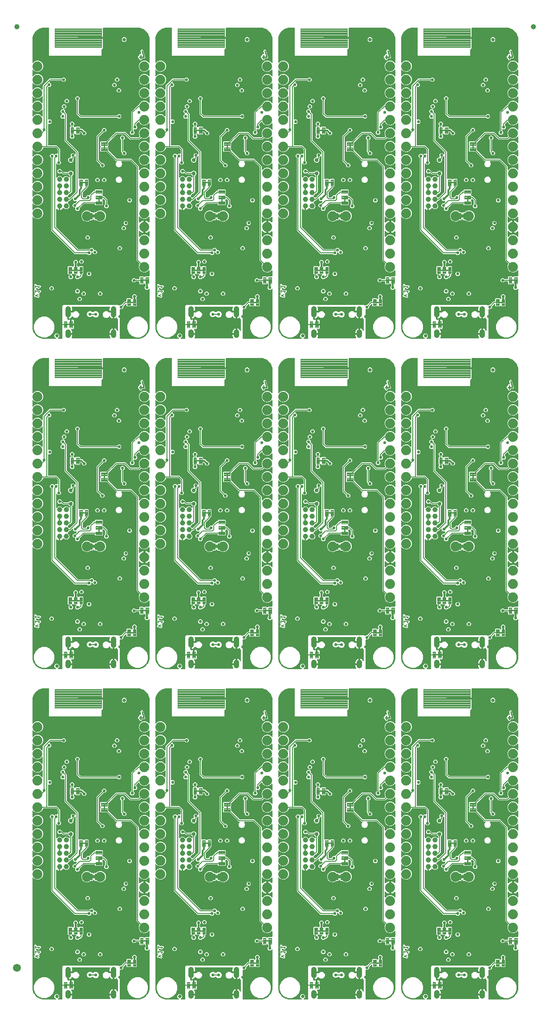
<source format=gbl>
G04 EAGLE Gerber RS-274X export*
G75*
%MOMM*%
%FSLAX34Y34*%
%LPD*%
%INBottom Copper*%
%IPPOS*%
%AMOC8*
5,1,8,0,0,1.08239X$1,22.5*%
G01*
%ADD10C,0.203200*%
%ADD11C,0.279400*%
%ADD12C,0.635000*%
%ADD13C,0.099059*%
%ADD14C,1.000000*%
%ADD15C,1.879600*%
%ADD16C,0.111000*%
%ADD17C,1.000000*%
%ADD18C,0.101600*%
%ADD19C,0.762000*%
%ADD20C,1.500000*%
%ADD21C,0.558800*%
%ADD22C,0.304800*%
%ADD23C,0.177800*%

G36*
X280596Y630179D02*
X280596Y630179D01*
X280625Y630176D01*
X280736Y630199D01*
X280849Y630215D01*
X280875Y630227D01*
X280904Y630232D01*
X281005Y630285D01*
X281108Y630331D01*
X281130Y630350D01*
X281156Y630363D01*
X281239Y630441D01*
X281325Y630514D01*
X281341Y630539D01*
X281362Y630559D01*
X281420Y630657D01*
X281483Y630751D01*
X281491Y630779D01*
X281506Y630804D01*
X281534Y630914D01*
X281568Y631022D01*
X281569Y631052D01*
X281576Y631080D01*
X281573Y631193D01*
X281576Y631306D01*
X281568Y631335D01*
X281567Y631364D01*
X281532Y631472D01*
X281504Y631581D01*
X281489Y631607D01*
X281480Y631635D01*
X281434Y631698D01*
X281359Y631826D01*
X281313Y631869D01*
X281285Y631908D01*
X278764Y634429D01*
X278764Y638112D01*
X281368Y640716D01*
X285052Y640716D01*
X287656Y638112D01*
X287656Y634429D01*
X285135Y631908D01*
X285117Y631884D01*
X285095Y631865D01*
X285032Y631771D01*
X284964Y631681D01*
X284954Y631653D01*
X284937Y631629D01*
X284903Y631521D01*
X284863Y631415D01*
X284861Y631386D01*
X284852Y631358D01*
X284849Y631244D01*
X284839Y631132D01*
X284845Y631103D01*
X284844Y631074D01*
X284873Y630964D01*
X284895Y630853D01*
X284909Y630827D01*
X284916Y630799D01*
X284974Y630701D01*
X285026Y630601D01*
X285046Y630579D01*
X285061Y630554D01*
X285144Y630477D01*
X285222Y630395D01*
X285247Y630380D01*
X285269Y630360D01*
X285370Y630308D01*
X285467Y630251D01*
X285496Y630244D01*
X285522Y630230D01*
X285599Y630217D01*
X285743Y630181D01*
X285805Y630183D01*
X285853Y630175D01*
X292227Y630175D01*
X292285Y630183D01*
X292343Y630181D01*
X292425Y630203D01*
X292509Y630215D01*
X292562Y630238D01*
X292618Y630253D01*
X292691Y630296D01*
X292768Y630331D01*
X292813Y630369D01*
X292863Y630398D01*
X292921Y630460D01*
X292985Y630514D01*
X293017Y630563D01*
X293057Y630606D01*
X293096Y630681D01*
X293143Y630751D01*
X293160Y630807D01*
X293187Y630859D01*
X293198Y630927D01*
X293228Y631022D01*
X293231Y631122D01*
X293242Y631190D01*
X293242Y692511D01*
X295549Y694818D01*
X400411Y694818D01*
X401147Y694081D01*
X401194Y694046D01*
X401234Y694004D01*
X401307Y693961D01*
X401374Y693911D01*
X401429Y693890D01*
X401480Y693860D01*
X401561Y693839D01*
X401640Y693809D01*
X401699Y693805D01*
X401755Y693790D01*
X401839Y693793D01*
X401923Y693786D01*
X401981Y693797D01*
X402039Y693799D01*
X402120Y693825D01*
X402202Y693842D01*
X402254Y693869D01*
X402310Y693887D01*
X402366Y693927D01*
X402455Y693973D01*
X402527Y694041D01*
X402583Y694081D01*
X403446Y694945D01*
X405720Y694945D01*
X405806Y694957D01*
X405894Y694960D01*
X405947Y694977D01*
X406001Y694985D01*
X406081Y695020D01*
X406164Y695047D01*
X406204Y695075D01*
X406261Y695101D01*
X406374Y695197D01*
X406438Y695242D01*
X413125Y701930D01*
X414655Y701930D01*
X414713Y701938D01*
X414771Y701936D01*
X414853Y701958D01*
X414937Y701970D01*
X414990Y701993D01*
X415046Y702008D01*
X415119Y702051D01*
X415196Y702086D01*
X415241Y702124D01*
X415291Y702153D01*
X415349Y702215D01*
X415413Y702269D01*
X415445Y702318D01*
X415485Y702361D01*
X415524Y702436D01*
X415571Y702506D01*
X415588Y702562D01*
X415615Y702614D01*
X415626Y702682D01*
X415656Y702777D01*
X415659Y702877D01*
X415670Y702945D01*
X415670Y706356D01*
X416705Y707391D01*
X423781Y707391D01*
X424732Y706440D01*
X424779Y706405D01*
X424819Y706362D01*
X424892Y706320D01*
X424959Y706269D01*
X425014Y706248D01*
X425064Y706219D01*
X425146Y706198D01*
X425225Y706168D01*
X425283Y706163D01*
X425340Y706148D01*
X425424Y706151D01*
X425508Y706144D01*
X425566Y706156D01*
X425624Y706158D01*
X425704Y706183D01*
X425787Y706200D01*
X425839Y706227D01*
X425895Y706245D01*
X425951Y706285D01*
X426039Y706331D01*
X426112Y706400D01*
X426168Y706440D01*
X427137Y707409D01*
X427172Y707456D01*
X427214Y707496D01*
X427257Y707569D01*
X427308Y707636D01*
X427329Y707691D01*
X427358Y707741D01*
X427379Y707823D01*
X427409Y707902D01*
X427414Y707960D01*
X427428Y708017D01*
X427426Y708101D01*
X427433Y708185D01*
X427421Y708242D01*
X427419Y708301D01*
X427393Y708381D01*
X427377Y708464D01*
X427350Y708516D01*
X427332Y708571D01*
X427292Y708628D01*
X427246Y708716D01*
X427177Y708788D01*
X427137Y708845D01*
X426465Y709516D01*
X426465Y712884D01*
X428846Y715265D01*
X432214Y715265D01*
X434595Y712884D01*
X434595Y709516D01*
X434050Y708972D01*
X434015Y708925D01*
X433973Y708885D01*
X433930Y708812D01*
X433879Y708745D01*
X433858Y708690D01*
X433829Y708639D01*
X433808Y708558D01*
X433778Y708479D01*
X433773Y708420D01*
X433759Y708364D01*
X433761Y708280D01*
X433754Y708196D01*
X433766Y708138D01*
X433768Y708080D01*
X433794Y708000D01*
X433810Y707917D01*
X433837Y707865D01*
X433855Y707809D01*
X433895Y707753D01*
X433941Y707664D01*
X434010Y707592D01*
X434050Y707536D01*
X435230Y706356D01*
X435230Y693184D01*
X434195Y692149D01*
X427119Y692149D01*
X426168Y693100D01*
X426121Y693135D01*
X426081Y693178D01*
X426008Y693220D01*
X425941Y693271D01*
X425886Y693292D01*
X425836Y693321D01*
X425754Y693342D01*
X425675Y693372D01*
X425617Y693377D01*
X425560Y693392D01*
X425476Y693389D01*
X425392Y693396D01*
X425334Y693384D01*
X425276Y693382D01*
X425196Y693357D01*
X425113Y693340D01*
X425061Y693313D01*
X425005Y693295D01*
X424949Y693255D01*
X424861Y693209D01*
X424788Y693140D01*
X424732Y693100D01*
X423781Y692149D01*
X416705Y692149D01*
X415670Y693184D01*
X415670Y695915D01*
X415666Y695944D01*
X415669Y695973D01*
X415646Y696084D01*
X415630Y696196D01*
X415618Y696223D01*
X415613Y696252D01*
X415561Y696352D01*
X415514Y696456D01*
X415495Y696478D01*
X415482Y696504D01*
X415404Y696586D01*
X415331Y696673D01*
X415306Y696689D01*
X415286Y696710D01*
X415188Y696768D01*
X415094Y696830D01*
X415066Y696839D01*
X415041Y696854D01*
X414931Y696882D01*
X414823Y696916D01*
X414793Y696917D01*
X414765Y696924D01*
X414652Y696921D01*
X414539Y696923D01*
X414510Y696916D01*
X414481Y696915D01*
X414373Y696880D01*
X414264Y696852D01*
X414238Y696837D01*
X414210Y696828D01*
X414147Y696782D01*
X414019Y696706D01*
X413976Y696661D01*
X413937Y696633D01*
X409492Y692188D01*
X409440Y692118D01*
X409380Y692054D01*
X409354Y692005D01*
X409321Y691961D01*
X409290Y691879D01*
X409250Y691801D01*
X409242Y691753D01*
X409220Y691695D01*
X409208Y691547D01*
X409195Y691470D01*
X409195Y689196D01*
X406814Y686815D01*
X403733Y686815D01*
X403675Y686807D01*
X403617Y686809D01*
X403535Y686787D01*
X403451Y686775D01*
X403398Y686752D01*
X403342Y686737D01*
X403269Y686694D01*
X403192Y686659D01*
X403147Y686621D01*
X403097Y686592D01*
X403039Y686530D01*
X402975Y686476D01*
X402943Y686427D01*
X402903Y686384D01*
X402864Y686309D01*
X402817Y686239D01*
X402800Y686183D01*
X402773Y686131D01*
X402762Y686063D01*
X402732Y685968D01*
X402729Y685868D01*
X402718Y685800D01*
X402718Y631190D01*
X402726Y631132D01*
X402724Y631074D01*
X402746Y630992D01*
X402758Y630908D01*
X402781Y630855D01*
X402796Y630799D01*
X402839Y630726D01*
X402874Y630649D01*
X402912Y630604D01*
X402941Y630554D01*
X403003Y630496D01*
X403057Y630432D01*
X403106Y630400D01*
X403149Y630360D01*
X403224Y630321D01*
X403294Y630274D01*
X403350Y630257D01*
X403402Y630230D01*
X403470Y630219D01*
X403565Y630189D01*
X403665Y630186D01*
X403733Y630175D01*
X436880Y630175D01*
X436924Y630181D01*
X436960Y630178D01*
X440337Y630444D01*
X440496Y630479D01*
X440571Y630490D01*
X446995Y632578D01*
X447251Y632702D01*
X447265Y632715D01*
X447278Y632722D01*
X452743Y636692D01*
X452948Y636890D01*
X452957Y636906D01*
X452968Y636917D01*
X456938Y642382D01*
X457071Y642633D01*
X457075Y642651D01*
X457082Y642665D01*
X459170Y649089D01*
X459198Y649249D01*
X459208Y649288D01*
X459210Y649297D01*
X459210Y649299D01*
X459216Y649323D01*
X459482Y652700D01*
X459479Y652745D01*
X459485Y652780D01*
X459485Y724336D01*
X459481Y724365D01*
X459484Y724394D01*
X459461Y724505D01*
X459445Y724617D01*
X459433Y724644D01*
X459428Y724673D01*
X459375Y724774D01*
X459329Y724877D01*
X459310Y724899D01*
X459297Y724925D01*
X459219Y725007D01*
X459146Y725094D01*
X459121Y725110D01*
X459101Y725131D01*
X459003Y725188D01*
X458909Y725251D01*
X458881Y725260D01*
X458856Y725275D01*
X458746Y725303D01*
X458638Y725337D01*
X458608Y725338D01*
X458580Y725345D01*
X458467Y725342D01*
X458354Y725344D01*
X458325Y725337D01*
X458296Y725336D01*
X458188Y725301D01*
X458079Y725273D01*
X458053Y725258D01*
X458025Y725249D01*
X457961Y725203D01*
X457834Y725127D01*
X457791Y725082D01*
X457752Y725054D01*
X456344Y723645D01*
X452976Y723645D01*
X450595Y726026D01*
X450595Y729394D01*
X451695Y730493D01*
X451747Y730563D01*
X451807Y730627D01*
X451833Y730676D01*
X451866Y730721D01*
X451897Y730802D01*
X451937Y730880D01*
X451945Y730928D01*
X451967Y730986D01*
X451979Y731134D01*
X451992Y731211D01*
X451992Y733044D01*
X451984Y733102D01*
X451986Y733160D01*
X451964Y733242D01*
X451952Y733326D01*
X451929Y733379D01*
X451914Y733435D01*
X451871Y733508D01*
X451836Y733585D01*
X451798Y733630D01*
X451769Y733680D01*
X451707Y733738D01*
X451653Y733802D01*
X451604Y733834D01*
X451561Y733874D01*
X451486Y733913D01*
X451416Y733960D01*
X451360Y733977D01*
X451308Y734004D01*
X451303Y734005D01*
X450298Y735010D01*
X450251Y735045D01*
X450211Y735088D01*
X450138Y735130D01*
X450071Y735181D01*
X450016Y735202D01*
X449966Y735231D01*
X449884Y735252D01*
X449805Y735282D01*
X449747Y735287D01*
X449690Y735302D01*
X449606Y735299D01*
X449522Y735306D01*
X449464Y735294D01*
X449406Y735292D01*
X449326Y735267D01*
X449243Y735250D01*
X449191Y735223D01*
X449135Y735205D01*
X449079Y735165D01*
X448991Y735119D01*
X448918Y735050D01*
X448862Y735010D01*
X447911Y734059D01*
X440835Y734059D01*
X439800Y735094D01*
X439800Y738505D01*
X439792Y738563D01*
X439794Y738621D01*
X439772Y738703D01*
X439760Y738787D01*
X439737Y738840D01*
X439722Y738896D01*
X439679Y738969D01*
X439644Y739046D01*
X439606Y739091D01*
X439577Y739141D01*
X439515Y739199D01*
X439461Y739263D01*
X439412Y739295D01*
X439369Y739335D01*
X439294Y739374D01*
X439224Y739421D01*
X439168Y739438D01*
X439116Y739465D01*
X439048Y739476D01*
X438953Y739506D01*
X438853Y739509D01*
X438785Y739520D01*
X433777Y739520D01*
X433691Y739508D01*
X433603Y739505D01*
X433551Y739488D01*
X433496Y739480D01*
X433416Y739445D01*
X433333Y739418D01*
X433293Y739390D01*
X433236Y739364D01*
X433123Y739268D01*
X433059Y739223D01*
X431452Y737615D01*
X428084Y737615D01*
X425703Y739996D01*
X425703Y743364D01*
X428084Y745745D01*
X431452Y745745D01*
X433059Y744137D01*
X433129Y744085D01*
X433193Y744025D01*
X433242Y743999D01*
X433287Y743966D01*
X433368Y743935D01*
X433446Y743895D01*
X433494Y743887D01*
X433552Y743865D01*
X433700Y743853D01*
X433777Y743840D01*
X438785Y743840D01*
X438843Y743848D01*
X438901Y743846D01*
X438983Y743868D01*
X439067Y743880D01*
X439120Y743903D01*
X439176Y743918D01*
X439249Y743961D01*
X439326Y743996D01*
X439371Y744034D01*
X439421Y744063D01*
X439479Y744125D01*
X439543Y744179D01*
X439575Y744228D01*
X439615Y744271D01*
X439654Y744346D01*
X439701Y744416D01*
X439718Y744472D01*
X439745Y744524D01*
X439756Y744592D01*
X439786Y744687D01*
X439789Y744787D01*
X439800Y744855D01*
X439800Y748266D01*
X440835Y749301D01*
X447911Y749301D01*
X448862Y748350D01*
X448909Y748315D01*
X448949Y748272D01*
X449022Y748230D01*
X449089Y748179D01*
X449144Y748158D01*
X449194Y748129D01*
X449276Y748108D01*
X449355Y748078D01*
X449413Y748073D01*
X449470Y748058D01*
X449554Y748061D01*
X449638Y748054D01*
X449696Y748066D01*
X449754Y748068D01*
X449834Y748093D01*
X449917Y748110D01*
X449969Y748137D01*
X450025Y748155D01*
X450081Y748195D01*
X450169Y748241D01*
X450242Y748310D01*
X450298Y748350D01*
X451249Y749301D01*
X458470Y749301D01*
X458528Y749309D01*
X458586Y749307D01*
X458668Y749329D01*
X458752Y749341D01*
X458805Y749364D01*
X458861Y749379D01*
X458934Y749422D01*
X459011Y749457D01*
X459056Y749495D01*
X459106Y749524D01*
X459164Y749586D01*
X459228Y749640D01*
X459260Y749689D01*
X459300Y749732D01*
X459339Y749807D01*
X459386Y749877D01*
X459403Y749933D01*
X459430Y749985D01*
X459441Y750053D01*
X459471Y750148D01*
X459474Y750248D01*
X459485Y750316D01*
X459485Y759446D01*
X459481Y759475D01*
X459484Y759505D01*
X459461Y759616D01*
X459445Y759728D01*
X459433Y759755D01*
X459428Y759783D01*
X459375Y759884D01*
X459329Y759987D01*
X459310Y760010D01*
X459297Y760036D01*
X459219Y760118D01*
X459146Y760204D01*
X459121Y760221D01*
X459101Y760242D01*
X459003Y760299D01*
X458909Y760362D01*
X458881Y760371D01*
X458856Y760386D01*
X458746Y760413D01*
X458638Y760448D01*
X458608Y760448D01*
X458580Y760456D01*
X458467Y760452D01*
X458354Y760455D01*
X458325Y760448D01*
X458296Y760447D01*
X458188Y760412D01*
X458079Y760383D01*
X458053Y760368D01*
X458025Y760359D01*
X457962Y760314D01*
X457834Y760238D01*
X457791Y760192D01*
X457752Y760164D01*
X455623Y758035D01*
X451702Y756411D01*
X447458Y756411D01*
X443537Y758036D01*
X440536Y761037D01*
X438911Y764958D01*
X438911Y769202D01*
X440260Y772459D01*
X440261Y772461D01*
X440262Y772462D01*
X440296Y772596D01*
X440331Y772734D01*
X440331Y772736D01*
X440332Y772737D01*
X440327Y772877D01*
X440323Y773018D01*
X440323Y773020D01*
X440323Y773022D01*
X440280Y773154D01*
X440236Y773289D01*
X440236Y773291D01*
X440235Y773292D01*
X440227Y773304D01*
X440078Y773525D01*
X440055Y773545D01*
X440040Y773565D01*
X436283Y777323D01*
X434720Y778885D01*
X434720Y956265D01*
X434708Y956351D01*
X434705Y956439D01*
X434688Y956492D01*
X434680Y956546D01*
X434645Y956626D01*
X434618Y956709D01*
X434590Y956749D01*
X434564Y956806D01*
X434468Y956919D01*
X434423Y956983D01*
X423583Y967823D01*
X423513Y967875D01*
X423449Y967935D01*
X423400Y967961D01*
X423356Y967994D01*
X423274Y968025D01*
X423196Y968065D01*
X423148Y968073D01*
X423090Y968095D01*
X422942Y968107D01*
X422865Y968120D01*
X406597Y968120D01*
X406568Y968116D01*
X406538Y968119D01*
X406427Y968096D01*
X406315Y968080D01*
X406288Y968068D01*
X406260Y968063D01*
X406159Y968010D01*
X406056Y967964D01*
X406033Y967945D01*
X406007Y967932D01*
X405925Y967854D01*
X405839Y967781D01*
X405823Y967756D01*
X405801Y967736D01*
X405744Y967638D01*
X405681Y967544D01*
X405672Y967516D01*
X405657Y967491D01*
X405630Y967381D01*
X405595Y967273D01*
X405595Y967243D01*
X405587Y967215D01*
X405591Y967102D01*
X405588Y966989D01*
X405596Y966960D01*
X405596Y966931D01*
X405631Y966823D01*
X405660Y966714D01*
X405675Y966688D01*
X405684Y966660D01*
X405730Y966596D01*
X405805Y966469D01*
X405851Y966426D01*
X405879Y966387D01*
X406431Y965835D01*
X407349Y963619D01*
X407349Y961221D01*
X406431Y959005D01*
X404735Y957309D01*
X402519Y956391D01*
X400121Y956391D01*
X397905Y957309D01*
X396209Y959005D01*
X395291Y961221D01*
X395291Y963619D01*
X396209Y965835D01*
X396761Y966387D01*
X396779Y966411D01*
X396801Y966430D01*
X396864Y966524D01*
X396932Y966614D01*
X396943Y966642D01*
X396959Y966666D01*
X396993Y966774D01*
X397033Y966880D01*
X397036Y966909D01*
X397045Y966937D01*
X397048Y967051D01*
X397057Y967163D01*
X397051Y967192D01*
X397052Y967221D01*
X397023Y967331D01*
X397001Y967442D01*
X396987Y967468D01*
X396980Y967496D01*
X396922Y967594D01*
X396870Y967694D01*
X396850Y967716D01*
X396835Y967741D01*
X396752Y967818D01*
X396674Y967900D01*
X396649Y967915D01*
X396628Y967935D01*
X396527Y967987D01*
X396429Y968044D01*
X396401Y968051D01*
X396374Y968065D01*
X396297Y968078D01*
X396153Y968114D01*
X396091Y968112D01*
X396043Y968120D01*
X395345Y968120D01*
X393783Y969683D01*
X377863Y985603D01*
X377793Y985655D01*
X377729Y985715D01*
X377680Y985741D01*
X377636Y985774D01*
X377554Y985805D01*
X377476Y985845D01*
X377428Y985853D01*
X377370Y985875D01*
X377222Y985887D01*
X377145Y985900D01*
X366794Y985900D01*
X365759Y986935D01*
X365759Y994011D01*
X366710Y994962D01*
X366723Y994979D01*
X366735Y994989D01*
X366753Y995016D01*
X366788Y995049D01*
X366830Y995122D01*
X366881Y995189D01*
X366902Y995244D01*
X366931Y995294D01*
X366952Y995376D01*
X366982Y995455D01*
X366987Y995513D01*
X367002Y995570D01*
X366999Y995654D01*
X367006Y995738D01*
X366994Y995796D01*
X366992Y995854D01*
X366967Y995934D01*
X366950Y996017D01*
X366923Y996069D01*
X366905Y996125D01*
X366865Y996181D01*
X366819Y996269D01*
X366750Y996342D01*
X366710Y996398D01*
X365759Y997349D01*
X365759Y1004425D01*
X366794Y1005460D01*
X377018Y1005460D01*
X377105Y1005472D01*
X377192Y1005475D01*
X377245Y1005492D01*
X377299Y1005500D01*
X377379Y1005535D01*
X377462Y1005562D01*
X377502Y1005590D01*
X377559Y1005616D01*
X377672Y1005712D01*
X377736Y1005757D01*
X393656Y1021677D01*
X395218Y1023240D01*
X413645Y1023240D01*
X423507Y1013377D01*
X423577Y1013325D01*
X423641Y1013265D01*
X423690Y1013239D01*
X423734Y1013206D01*
X423816Y1013175D01*
X423894Y1013135D01*
X423942Y1013127D01*
X424000Y1013105D01*
X424148Y1013093D01*
X424225Y1013080D01*
X438105Y1013080D01*
X438192Y1013092D01*
X438279Y1013095D01*
X438332Y1013112D01*
X438386Y1013120D01*
X438466Y1013155D01*
X438549Y1013182D01*
X438589Y1013210D01*
X438646Y1013236D01*
X438759Y1013332D01*
X438823Y1013377D01*
X440040Y1014595D01*
X440041Y1014596D01*
X440042Y1014597D01*
X440127Y1014710D01*
X440211Y1014822D01*
X440212Y1014823D01*
X440213Y1014825D01*
X440262Y1014954D01*
X440312Y1015087D01*
X440312Y1015089D01*
X440313Y1015090D01*
X440324Y1015231D01*
X440336Y1015371D01*
X440336Y1015372D01*
X440336Y1015374D01*
X440332Y1015390D01*
X440280Y1015649D01*
X440266Y1015677D01*
X440260Y1015701D01*
X438911Y1018958D01*
X438911Y1023202D01*
X440536Y1027123D01*
X443537Y1030124D01*
X447458Y1031749D01*
X451702Y1031749D01*
X455623Y1030125D01*
X457752Y1027996D01*
X457776Y1027978D01*
X457795Y1027956D01*
X457889Y1027893D01*
X457979Y1027825D01*
X458007Y1027814D01*
X458031Y1027798D01*
X458139Y1027764D01*
X458245Y1027724D01*
X458274Y1027721D01*
X458302Y1027712D01*
X458416Y1027709D01*
X458528Y1027700D01*
X458557Y1027706D01*
X458586Y1027705D01*
X458696Y1027734D01*
X458807Y1027756D01*
X458833Y1027769D01*
X458861Y1027777D01*
X458959Y1027835D01*
X459059Y1027887D01*
X459081Y1027907D01*
X459106Y1027922D01*
X459183Y1028005D01*
X459265Y1028083D01*
X459280Y1028108D01*
X459300Y1028129D01*
X459352Y1028230D01*
X459409Y1028328D01*
X459416Y1028356D01*
X459430Y1028383D01*
X459443Y1028460D01*
X459479Y1028603D01*
X459477Y1028666D01*
X459485Y1028714D01*
X459485Y1038846D01*
X459481Y1038875D01*
X459484Y1038905D01*
X459461Y1039016D01*
X459445Y1039128D01*
X459433Y1039155D01*
X459428Y1039183D01*
X459375Y1039284D01*
X459329Y1039387D01*
X459310Y1039410D01*
X459297Y1039436D01*
X459219Y1039518D01*
X459146Y1039604D01*
X459121Y1039621D01*
X459101Y1039642D01*
X459003Y1039699D01*
X458909Y1039762D01*
X458881Y1039771D01*
X458856Y1039786D01*
X458746Y1039813D01*
X458638Y1039848D01*
X458608Y1039848D01*
X458580Y1039856D01*
X458467Y1039852D01*
X458354Y1039855D01*
X458325Y1039848D01*
X458296Y1039847D01*
X458188Y1039812D01*
X458079Y1039783D01*
X458053Y1039768D01*
X458025Y1039759D01*
X457962Y1039714D01*
X457834Y1039638D01*
X457791Y1039592D01*
X457752Y1039564D01*
X455623Y1037435D01*
X451702Y1035811D01*
X447458Y1035811D01*
X443537Y1037436D01*
X440535Y1040437D01*
X439906Y1041956D01*
X439848Y1042055D01*
X439795Y1042157D01*
X439776Y1042177D01*
X439761Y1042201D01*
X439678Y1042280D01*
X439599Y1042363D01*
X439575Y1042377D01*
X439555Y1042396D01*
X439453Y1042449D01*
X439354Y1042507D01*
X439327Y1042514D01*
X439302Y1042527D01*
X439189Y1042549D01*
X439078Y1042577D01*
X439050Y1042576D01*
X439023Y1042582D01*
X438909Y1042572D01*
X438794Y1042568D01*
X438768Y1042560D01*
X438740Y1042557D01*
X438633Y1042516D01*
X438523Y1042481D01*
X438503Y1042466D01*
X438475Y1042455D01*
X438262Y1042294D01*
X438250Y1042286D01*
X434227Y1038263D01*
X434175Y1038193D01*
X434115Y1038129D01*
X434089Y1038080D01*
X434056Y1038036D01*
X434025Y1037954D01*
X433985Y1037876D01*
X433977Y1037828D01*
X433955Y1037770D01*
X433943Y1037622D01*
X433930Y1037545D01*
X433930Y1036489D01*
X433942Y1036403D01*
X433945Y1036315D01*
X433962Y1036262D01*
X433970Y1036208D01*
X434005Y1036128D01*
X434032Y1036045D01*
X434060Y1036005D01*
X434086Y1035948D01*
X434182Y1035835D01*
X434227Y1035771D01*
X435835Y1034164D01*
X435835Y1030796D01*
X433454Y1028415D01*
X429895Y1028415D01*
X429837Y1028407D01*
X429779Y1028409D01*
X429697Y1028387D01*
X429613Y1028375D01*
X429560Y1028352D01*
X429504Y1028337D01*
X429431Y1028294D01*
X429354Y1028259D01*
X429309Y1028221D01*
X429259Y1028192D01*
X429201Y1028130D01*
X429137Y1028076D01*
X429105Y1028027D01*
X429065Y1027984D01*
X429026Y1027909D01*
X428979Y1027839D01*
X428962Y1027783D01*
X428935Y1027731D01*
X428924Y1027663D01*
X428894Y1027568D01*
X428891Y1027468D01*
X428880Y1027400D01*
X428880Y1026359D01*
X428892Y1026273D01*
X428895Y1026185D01*
X428912Y1026133D01*
X428920Y1026078D01*
X428955Y1025998D01*
X428982Y1025915D01*
X429010Y1025875D01*
X429036Y1025818D01*
X429132Y1025705D01*
X429177Y1025641D01*
X430785Y1024034D01*
X430785Y1020666D01*
X428404Y1018285D01*
X425036Y1018285D01*
X422655Y1020666D01*
X422655Y1024034D01*
X424263Y1025641D01*
X424315Y1025711D01*
X424375Y1025775D01*
X424401Y1025824D01*
X424434Y1025869D01*
X424465Y1025950D01*
X424505Y1026028D01*
X424513Y1026076D01*
X424535Y1026134D01*
X424547Y1026282D01*
X424560Y1026359D01*
X424560Y1061345D01*
X437255Y1074040D01*
X438248Y1074040D01*
X438250Y1074040D01*
X438252Y1074040D01*
X438392Y1074060D01*
X438530Y1074080D01*
X438531Y1074080D01*
X438533Y1074080D01*
X438659Y1074137D01*
X438789Y1074196D01*
X438791Y1074197D01*
X438792Y1074198D01*
X438899Y1074289D01*
X439006Y1074379D01*
X439007Y1074381D01*
X439008Y1074382D01*
X439017Y1074395D01*
X439164Y1074616D01*
X439173Y1074645D01*
X439186Y1074666D01*
X440535Y1077923D01*
X443537Y1080924D01*
X447458Y1082549D01*
X451702Y1082549D01*
X455623Y1080925D01*
X457752Y1078796D01*
X457776Y1078778D01*
X457795Y1078756D01*
X457889Y1078693D01*
X457979Y1078625D01*
X458007Y1078614D01*
X458031Y1078598D01*
X458139Y1078564D01*
X458245Y1078524D01*
X458274Y1078521D01*
X458302Y1078512D01*
X458416Y1078509D01*
X458528Y1078500D01*
X458557Y1078506D01*
X458586Y1078505D01*
X458696Y1078534D01*
X458807Y1078556D01*
X458833Y1078569D01*
X458861Y1078577D01*
X458959Y1078635D01*
X459059Y1078687D01*
X459081Y1078707D01*
X459106Y1078722D01*
X459183Y1078805D01*
X459265Y1078883D01*
X459280Y1078908D01*
X459300Y1078929D01*
X459352Y1079030D01*
X459409Y1079128D01*
X459416Y1079156D01*
X459430Y1079183D01*
X459443Y1079260D01*
X459479Y1079403D01*
X459477Y1079466D01*
X459485Y1079514D01*
X459485Y1089646D01*
X459481Y1089675D01*
X459484Y1089705D01*
X459461Y1089816D01*
X459445Y1089928D01*
X459433Y1089955D01*
X459428Y1089983D01*
X459375Y1090084D01*
X459329Y1090187D01*
X459310Y1090210D01*
X459297Y1090236D01*
X459219Y1090318D01*
X459146Y1090404D01*
X459121Y1090421D01*
X459101Y1090442D01*
X459003Y1090499D01*
X458909Y1090562D01*
X458881Y1090571D01*
X458856Y1090586D01*
X458746Y1090613D01*
X458638Y1090648D01*
X458608Y1090648D01*
X458580Y1090656D01*
X458467Y1090652D01*
X458354Y1090655D01*
X458325Y1090648D01*
X458296Y1090647D01*
X458188Y1090612D01*
X458079Y1090583D01*
X458053Y1090568D01*
X458025Y1090559D01*
X457962Y1090514D01*
X457834Y1090438D01*
X457791Y1090392D01*
X457752Y1090364D01*
X455623Y1088235D01*
X451702Y1086611D01*
X447458Y1086611D01*
X443537Y1088236D01*
X440536Y1091237D01*
X438911Y1095158D01*
X438911Y1099402D01*
X440536Y1103323D01*
X443537Y1106324D01*
X447458Y1107949D01*
X451702Y1107949D01*
X455623Y1106325D01*
X457752Y1104196D01*
X457776Y1104178D01*
X457795Y1104156D01*
X457889Y1104093D01*
X457979Y1104025D01*
X458007Y1104014D01*
X458031Y1103998D01*
X458139Y1103964D01*
X458245Y1103924D01*
X458274Y1103921D01*
X458302Y1103912D01*
X458416Y1103909D01*
X458528Y1103900D01*
X458557Y1103906D01*
X458586Y1103905D01*
X458696Y1103934D01*
X458807Y1103956D01*
X458833Y1103969D01*
X458861Y1103977D01*
X458959Y1104035D01*
X459059Y1104087D01*
X459081Y1104107D01*
X459106Y1104122D01*
X459183Y1104205D01*
X459265Y1104283D01*
X459280Y1104308D01*
X459300Y1104329D01*
X459352Y1104430D01*
X459409Y1104528D01*
X459416Y1104556D01*
X459430Y1104583D01*
X459443Y1104660D01*
X459479Y1104803D01*
X459477Y1104866D01*
X459485Y1104914D01*
X459485Y1115046D01*
X459481Y1115075D01*
X459484Y1115105D01*
X459461Y1115216D01*
X459445Y1115328D01*
X459433Y1115355D01*
X459428Y1115383D01*
X459375Y1115484D01*
X459329Y1115587D01*
X459310Y1115610D01*
X459297Y1115636D01*
X459219Y1115718D01*
X459146Y1115804D01*
X459121Y1115821D01*
X459101Y1115842D01*
X459003Y1115899D01*
X458909Y1115962D01*
X458881Y1115971D01*
X458856Y1115986D01*
X458746Y1116013D01*
X458638Y1116048D01*
X458608Y1116048D01*
X458580Y1116056D01*
X458467Y1116052D01*
X458354Y1116055D01*
X458325Y1116048D01*
X458296Y1116047D01*
X458188Y1116012D01*
X458079Y1115983D01*
X458053Y1115968D01*
X458025Y1115959D01*
X457962Y1115914D01*
X457834Y1115838D01*
X457791Y1115792D01*
X457752Y1115764D01*
X455623Y1113635D01*
X451702Y1112011D01*
X447458Y1112011D01*
X443537Y1113636D01*
X440536Y1116637D01*
X438911Y1120558D01*
X438911Y1124802D01*
X440536Y1128723D01*
X443537Y1131724D01*
X447458Y1133349D01*
X451702Y1133349D01*
X455623Y1131725D01*
X457752Y1129596D01*
X457776Y1129578D01*
X457795Y1129556D01*
X457889Y1129493D01*
X457979Y1129425D01*
X458007Y1129414D01*
X458031Y1129398D01*
X458139Y1129364D01*
X458245Y1129324D01*
X458274Y1129321D01*
X458302Y1129312D01*
X458416Y1129309D01*
X458528Y1129300D01*
X458557Y1129306D01*
X458586Y1129305D01*
X458696Y1129334D01*
X458807Y1129356D01*
X458833Y1129369D01*
X458861Y1129377D01*
X458959Y1129435D01*
X459059Y1129487D01*
X459081Y1129507D01*
X459106Y1129522D01*
X459183Y1129605D01*
X459265Y1129683D01*
X459280Y1129708D01*
X459300Y1129729D01*
X459352Y1129830D01*
X459409Y1129928D01*
X459416Y1129956D01*
X459430Y1129983D01*
X459443Y1130060D01*
X459479Y1130203D01*
X459477Y1130266D01*
X459485Y1130314D01*
X459485Y1140446D01*
X459481Y1140475D01*
X459484Y1140505D01*
X459461Y1140616D01*
X459445Y1140728D01*
X459433Y1140755D01*
X459428Y1140783D01*
X459375Y1140884D01*
X459329Y1140987D01*
X459310Y1141010D01*
X459297Y1141036D01*
X459219Y1141118D01*
X459146Y1141204D01*
X459121Y1141221D01*
X459101Y1141242D01*
X459003Y1141299D01*
X458909Y1141362D01*
X458881Y1141371D01*
X458856Y1141386D01*
X458746Y1141413D01*
X458638Y1141448D01*
X458608Y1141448D01*
X458580Y1141456D01*
X458467Y1141452D01*
X458354Y1141455D01*
X458325Y1141448D01*
X458296Y1141447D01*
X458188Y1141412D01*
X458079Y1141383D01*
X458053Y1141368D01*
X458025Y1141359D01*
X457962Y1141314D01*
X457834Y1141238D01*
X457791Y1141192D01*
X457752Y1141164D01*
X455623Y1139035D01*
X451702Y1137411D01*
X447458Y1137411D01*
X443537Y1139036D01*
X440536Y1142037D01*
X438911Y1145958D01*
X438911Y1150202D01*
X440536Y1154123D01*
X443537Y1157124D01*
X447458Y1158749D01*
X451702Y1158749D01*
X455623Y1157125D01*
X457752Y1154996D01*
X457776Y1154978D01*
X457795Y1154956D01*
X457889Y1154893D01*
X457979Y1154825D01*
X458007Y1154814D01*
X458031Y1154798D01*
X458139Y1154764D01*
X458245Y1154724D01*
X458274Y1154721D01*
X458302Y1154712D01*
X458416Y1154709D01*
X458528Y1154700D01*
X458557Y1154706D01*
X458586Y1154705D01*
X458696Y1154734D01*
X458807Y1154756D01*
X458833Y1154769D01*
X458861Y1154777D01*
X458959Y1154835D01*
X459059Y1154887D01*
X459081Y1154907D01*
X459106Y1154922D01*
X459183Y1155005D01*
X459265Y1155083D01*
X459280Y1155108D01*
X459300Y1155129D01*
X459352Y1155230D01*
X459409Y1155328D01*
X459416Y1155356D01*
X459430Y1155383D01*
X459443Y1155460D01*
X459479Y1155603D01*
X459477Y1155666D01*
X459485Y1155714D01*
X459485Y1198880D01*
X459479Y1198924D01*
X459482Y1198960D01*
X459216Y1202337D01*
X459181Y1202496D01*
X459170Y1202571D01*
X457082Y1208995D01*
X456958Y1209251D01*
X456945Y1209265D01*
X456938Y1209278D01*
X452968Y1214743D01*
X452770Y1214948D01*
X452754Y1214957D01*
X452743Y1214968D01*
X447278Y1218938D01*
X447027Y1219071D01*
X447009Y1219075D01*
X446995Y1219082D01*
X440571Y1221170D01*
X440411Y1221198D01*
X440337Y1221216D01*
X436960Y1221482D01*
X436915Y1221479D01*
X436880Y1221485D01*
X372035Y1221485D01*
X371984Y1221478D01*
X371933Y1221480D01*
X371844Y1221458D01*
X371753Y1221445D01*
X371707Y1221425D01*
X371657Y1221412D01*
X371578Y1221367D01*
X371494Y1221329D01*
X371455Y1221296D01*
X371411Y1221271D01*
X371347Y1221205D01*
X371277Y1221146D01*
X371249Y1221103D01*
X371213Y1221066D01*
X371170Y1220985D01*
X371119Y1220909D01*
X371104Y1220860D01*
X371080Y1220815D01*
X371077Y1220798D01*
X371076Y1220797D01*
X371075Y1220792D01*
X371061Y1220725D01*
X371034Y1220638D01*
X371032Y1220587D01*
X371022Y1220537D01*
X371026Y1220497D01*
X371021Y1220466D01*
X371021Y1204011D01*
X324496Y1204011D01*
X324438Y1204003D01*
X324380Y1204004D01*
X324298Y1203983D01*
X324215Y1203971D01*
X324161Y1203947D01*
X324105Y1203933D01*
X324032Y1203890D01*
X323955Y1203855D01*
X323911Y1203817D01*
X323860Y1203787D01*
X323803Y1203726D01*
X323738Y1203671D01*
X323706Y1203623D01*
X323666Y1203580D01*
X323627Y1203505D01*
X323581Y1203435D01*
X323563Y1203379D01*
X323536Y1203327D01*
X323525Y1203259D01*
X323495Y1203164D01*
X323492Y1203064D01*
X323481Y1202996D01*
X323481Y1200964D01*
X323489Y1200906D01*
X323488Y1200848D01*
X323509Y1200766D01*
X323521Y1200683D01*
X323545Y1200629D01*
X323559Y1200573D01*
X323602Y1200500D01*
X323637Y1200423D01*
X323675Y1200378D01*
X323705Y1200328D01*
X323766Y1200270D01*
X323821Y1200206D01*
X323869Y1200174D01*
X323912Y1200134D01*
X323987Y1200095D01*
X324057Y1200049D01*
X324113Y1200031D01*
X324165Y1200004D01*
X324233Y1199993D01*
X324328Y1199963D01*
X324428Y1199960D01*
X324496Y1199949D01*
X371021Y1199949D01*
X371021Y1183627D01*
X370810Y1182840D01*
X370402Y1182134D01*
X369826Y1181558D01*
X369038Y1181103D01*
X368977Y1181055D01*
X368910Y1181015D01*
X368866Y1180968D01*
X368814Y1180928D01*
X368769Y1180865D01*
X368716Y1180808D01*
X368686Y1180750D01*
X368648Y1180698D01*
X368622Y1180624D01*
X368586Y1180555D01*
X368577Y1180500D01*
X368552Y1180430D01*
X368544Y1180301D01*
X368531Y1180224D01*
X368531Y1168459D01*
X368501Y1168429D01*
X268459Y1168429D01*
X268429Y1168459D01*
X268429Y1220470D01*
X268421Y1220528D01*
X268423Y1220586D01*
X268401Y1220668D01*
X268389Y1220752D01*
X268366Y1220805D01*
X268351Y1220861D01*
X268308Y1220934D01*
X268273Y1221011D01*
X268235Y1221056D01*
X268206Y1221106D01*
X268144Y1221164D01*
X268090Y1221228D01*
X268041Y1221260D01*
X267998Y1221300D01*
X267923Y1221339D01*
X267853Y1221386D01*
X267797Y1221403D01*
X267745Y1221430D01*
X267677Y1221441D01*
X267582Y1221471D01*
X267482Y1221474D01*
X267414Y1221485D01*
X259080Y1221485D01*
X259036Y1221479D01*
X259000Y1221482D01*
X255623Y1221216D01*
X255464Y1221181D01*
X255389Y1221170D01*
X248965Y1219082D01*
X248709Y1218958D01*
X248695Y1218945D01*
X248682Y1218938D01*
X243217Y1214968D01*
X243012Y1214770D01*
X243003Y1214754D01*
X242992Y1214743D01*
X239022Y1209278D01*
X238979Y1209197D01*
X238928Y1209121D01*
X238912Y1209072D01*
X238889Y1209027D01*
X238885Y1209009D01*
X238878Y1208995D01*
X236790Y1202571D01*
X236762Y1202411D01*
X236744Y1202337D01*
X236478Y1198960D01*
X236481Y1198915D01*
X236475Y1198880D01*
X236475Y1155714D01*
X236479Y1155685D01*
X236476Y1155655D01*
X236499Y1155544D01*
X236515Y1155432D01*
X236527Y1155405D01*
X236532Y1155377D01*
X236585Y1155276D01*
X236631Y1155173D01*
X236650Y1155150D01*
X236663Y1155124D01*
X236741Y1155042D01*
X236814Y1154956D01*
X236839Y1154939D01*
X236859Y1154918D01*
X236957Y1154861D01*
X237051Y1154798D01*
X237079Y1154789D01*
X237104Y1154774D01*
X237214Y1154747D01*
X237322Y1154712D01*
X237352Y1154712D01*
X237380Y1154704D01*
X237493Y1154708D01*
X237606Y1154705D01*
X237635Y1154712D01*
X237664Y1154713D01*
X237772Y1154748D01*
X237881Y1154777D01*
X237907Y1154792D01*
X237935Y1154801D01*
X237998Y1154846D01*
X238126Y1154922D01*
X238169Y1154968D01*
X238208Y1154996D01*
X240337Y1157125D01*
X244258Y1158749D01*
X248502Y1158749D01*
X252423Y1157124D01*
X255424Y1154123D01*
X257049Y1150202D01*
X257049Y1145958D01*
X255424Y1142037D01*
X252423Y1139036D01*
X248502Y1137411D01*
X244258Y1137411D01*
X240337Y1139035D01*
X238208Y1141164D01*
X238184Y1141182D01*
X238165Y1141204D01*
X238071Y1141267D01*
X237981Y1141335D01*
X237953Y1141346D01*
X237929Y1141362D01*
X237821Y1141396D01*
X237715Y1141436D01*
X237686Y1141439D01*
X237658Y1141448D01*
X237544Y1141451D01*
X237432Y1141460D01*
X237403Y1141454D01*
X237374Y1141455D01*
X237264Y1141426D01*
X237153Y1141404D01*
X237127Y1141391D01*
X237099Y1141383D01*
X237001Y1141325D01*
X236901Y1141273D01*
X236879Y1141253D01*
X236854Y1141238D01*
X236777Y1141155D01*
X236695Y1141077D01*
X236680Y1141052D01*
X236660Y1141031D01*
X236608Y1140930D01*
X236551Y1140832D01*
X236544Y1140804D01*
X236530Y1140777D01*
X236517Y1140700D01*
X236481Y1140557D01*
X236483Y1140494D01*
X236475Y1140446D01*
X236475Y1130314D01*
X236479Y1130285D01*
X236476Y1130255D01*
X236499Y1130144D01*
X236515Y1130032D01*
X236527Y1130005D01*
X236532Y1129977D01*
X236585Y1129876D01*
X236631Y1129773D01*
X236650Y1129750D01*
X236663Y1129724D01*
X236741Y1129642D01*
X236814Y1129556D01*
X236839Y1129539D01*
X236859Y1129518D01*
X236957Y1129461D01*
X237051Y1129398D01*
X237079Y1129389D01*
X237104Y1129374D01*
X237214Y1129347D01*
X237322Y1129312D01*
X237352Y1129312D01*
X237380Y1129304D01*
X237493Y1129308D01*
X237606Y1129305D01*
X237635Y1129312D01*
X237664Y1129313D01*
X237772Y1129348D01*
X237881Y1129377D01*
X237907Y1129392D01*
X237935Y1129401D01*
X237998Y1129446D01*
X238126Y1129522D01*
X238169Y1129568D01*
X238208Y1129596D01*
X240337Y1131725D01*
X244258Y1133349D01*
X248502Y1133349D01*
X252423Y1131724D01*
X255424Y1128723D01*
X257049Y1124802D01*
X257049Y1120558D01*
X255424Y1116637D01*
X252423Y1113636D01*
X248502Y1112011D01*
X244258Y1112011D01*
X240337Y1113635D01*
X238208Y1115764D01*
X238184Y1115782D01*
X238165Y1115804D01*
X238071Y1115867D01*
X237981Y1115935D01*
X237953Y1115946D01*
X237929Y1115962D01*
X237821Y1115996D01*
X237715Y1116036D01*
X237686Y1116039D01*
X237658Y1116048D01*
X237544Y1116051D01*
X237432Y1116060D01*
X237403Y1116054D01*
X237374Y1116055D01*
X237264Y1116026D01*
X237153Y1116004D01*
X237127Y1115991D01*
X237099Y1115983D01*
X237001Y1115925D01*
X236901Y1115873D01*
X236879Y1115853D01*
X236854Y1115838D01*
X236777Y1115755D01*
X236695Y1115677D01*
X236680Y1115652D01*
X236660Y1115631D01*
X236608Y1115530D01*
X236551Y1115432D01*
X236544Y1115404D01*
X236530Y1115377D01*
X236517Y1115300D01*
X236481Y1115157D01*
X236483Y1115094D01*
X236475Y1115046D01*
X236475Y1104914D01*
X236479Y1104885D01*
X236476Y1104855D01*
X236499Y1104744D01*
X236515Y1104632D01*
X236527Y1104605D01*
X236532Y1104577D01*
X236585Y1104476D01*
X236631Y1104373D01*
X236650Y1104350D01*
X236663Y1104324D01*
X236741Y1104242D01*
X236814Y1104156D01*
X236839Y1104139D01*
X236859Y1104118D01*
X236957Y1104061D01*
X237051Y1103998D01*
X237079Y1103989D01*
X237104Y1103974D01*
X237214Y1103947D01*
X237322Y1103912D01*
X237352Y1103912D01*
X237380Y1103904D01*
X237493Y1103908D01*
X237606Y1103905D01*
X237635Y1103912D01*
X237664Y1103913D01*
X237772Y1103948D01*
X237881Y1103977D01*
X237907Y1103992D01*
X237935Y1104001D01*
X237998Y1104046D01*
X238126Y1104122D01*
X238169Y1104168D01*
X238208Y1104196D01*
X240337Y1106325D01*
X244258Y1107949D01*
X248502Y1107949D01*
X252423Y1106325D01*
X254806Y1103942D01*
X254830Y1103924D01*
X254849Y1103902D01*
X254943Y1103839D01*
X255033Y1103771D01*
X255061Y1103760D01*
X255085Y1103744D01*
X255193Y1103710D01*
X255299Y1103670D01*
X255328Y1103667D01*
X255356Y1103658D01*
X255470Y1103655D01*
X255582Y1103646D01*
X255611Y1103652D01*
X255640Y1103651D01*
X255750Y1103680D01*
X255861Y1103702D01*
X255887Y1103715D01*
X255915Y1103723D01*
X256013Y1103781D01*
X256113Y1103833D01*
X256135Y1103853D01*
X256160Y1103868D01*
X256237Y1103951D01*
X256319Y1104029D01*
X256334Y1104054D01*
X256354Y1104075D01*
X256406Y1104176D01*
X256463Y1104274D01*
X256470Y1104302D01*
X256484Y1104329D01*
X256497Y1104406D01*
X256533Y1104549D01*
X256531Y1104612D01*
X256539Y1104660D01*
X256539Y1111764D01*
X269615Y1124840D01*
X291901Y1124840D01*
X291987Y1124852D01*
X292075Y1124855D01*
X292128Y1124872D01*
X292182Y1124880D01*
X292262Y1124915D01*
X292345Y1124942D01*
X292385Y1124970D01*
X292442Y1124996D01*
X292555Y1125092D01*
X292619Y1125137D01*
X294226Y1126745D01*
X297594Y1126745D01*
X299975Y1124364D01*
X299975Y1120996D01*
X297594Y1118615D01*
X294226Y1118615D01*
X292619Y1120223D01*
X292549Y1120275D01*
X292485Y1120335D01*
X292436Y1120361D01*
X292392Y1120394D01*
X292310Y1120425D01*
X292232Y1120465D01*
X292184Y1120473D01*
X292126Y1120495D01*
X291978Y1120507D01*
X291901Y1120520D01*
X271825Y1120520D01*
X271738Y1120508D01*
X271651Y1120505D01*
X271598Y1120488D01*
X271544Y1120480D01*
X271464Y1120445D01*
X271381Y1120418D01*
X271341Y1120390D01*
X271284Y1120364D01*
X271171Y1120268D01*
X271107Y1120223D01*
X269470Y1118585D01*
X269435Y1118539D01*
X269392Y1118498D01*
X269350Y1118426D01*
X269299Y1118358D01*
X269278Y1118304D01*
X269248Y1118253D01*
X269228Y1118172D01*
X269198Y1118093D01*
X269193Y1118034D01*
X269178Y1117978D01*
X269181Y1117893D01*
X269174Y1117809D01*
X269186Y1117752D01*
X269187Y1117694D01*
X269213Y1117613D01*
X269230Y1117531D01*
X269257Y1117479D01*
X269275Y1117423D01*
X269315Y1117367D01*
X269361Y1117278D01*
X269430Y1117206D01*
X269470Y1117150D01*
X272035Y1114585D01*
X272035Y1111217D01*
X269654Y1108836D01*
X267380Y1108836D01*
X267294Y1108824D01*
X267206Y1108821D01*
X267153Y1108804D01*
X267099Y1108796D01*
X267019Y1108761D01*
X266936Y1108734D01*
X266896Y1108706D01*
X266839Y1108680D01*
X266726Y1108584D01*
X266717Y1108578D01*
X266699Y1108567D01*
X266693Y1108561D01*
X266662Y1108539D01*
X266617Y1108494D01*
X266565Y1108424D01*
X266505Y1108360D01*
X266479Y1108311D01*
X266446Y1108267D01*
X266415Y1108185D01*
X266375Y1108107D01*
X266367Y1108059D01*
X266345Y1108001D01*
X266333Y1107853D01*
X266320Y1107776D01*
X266320Y1047568D01*
X266324Y1047539D01*
X266321Y1047510D01*
X266344Y1047399D01*
X266360Y1047287D01*
X266372Y1047260D01*
X266377Y1047231D01*
X266430Y1047130D01*
X266476Y1047027D01*
X266495Y1047005D01*
X266508Y1046979D01*
X266586Y1046896D01*
X266659Y1046810D01*
X266684Y1046794D01*
X266704Y1046773D01*
X266802Y1046715D01*
X266896Y1046653D01*
X266924Y1046644D01*
X266949Y1046629D01*
X267059Y1046601D01*
X267167Y1046567D01*
X267196Y1046566D01*
X267225Y1046559D01*
X267338Y1046562D01*
X267451Y1046560D01*
X267480Y1046567D01*
X267509Y1046568D01*
X267617Y1046603D01*
X267726Y1046631D01*
X267752Y1046646D01*
X267780Y1046655D01*
X267844Y1046701D01*
X267900Y1046735D01*
X271305Y1046735D01*
X273686Y1044354D01*
X273686Y1040986D01*
X271305Y1038605D01*
X267899Y1038605D01*
X267826Y1038661D01*
X267798Y1038671D01*
X267774Y1038687D01*
X267666Y1038722D01*
X267560Y1038762D01*
X267531Y1038764D01*
X267503Y1038773D01*
X267390Y1038776D01*
X267277Y1038785D01*
X267248Y1038780D01*
X267219Y1038780D01*
X267109Y1038752D01*
X266998Y1038730D01*
X266972Y1038716D01*
X266944Y1038709D01*
X266846Y1038651D01*
X266746Y1038599D01*
X266724Y1038578D01*
X266699Y1038563D01*
X266622Y1038481D01*
X266540Y1038403D01*
X266525Y1038377D01*
X266505Y1038356D01*
X266453Y1038255D01*
X266396Y1038158D01*
X266389Y1038129D01*
X266375Y1038103D01*
X266362Y1038026D01*
X266326Y1037882D01*
X266328Y1037819D01*
X266320Y1037772D01*
X266320Y998855D01*
X266328Y998797D01*
X266326Y998739D01*
X266348Y998657D01*
X266360Y998573D01*
X266383Y998520D01*
X266398Y998464D01*
X266441Y998391D01*
X266476Y998314D01*
X266514Y998269D01*
X266543Y998219D01*
X266605Y998161D01*
X266659Y998097D01*
X266708Y998065D01*
X266751Y998025D01*
X266826Y997986D01*
X266896Y997939D01*
X266952Y997922D01*
X267004Y997895D01*
X267072Y997884D01*
X267167Y997854D01*
X267267Y997851D01*
X267335Y997840D01*
X282835Y997840D01*
X289180Y991495D01*
X289180Y969209D01*
X289187Y969160D01*
X289186Y969152D01*
X289190Y969140D01*
X289192Y969123D01*
X289195Y969035D01*
X289212Y968983D01*
X289220Y968928D01*
X289255Y968848D01*
X289282Y968765D01*
X289310Y968725D01*
X289336Y968668D01*
X289432Y968555D01*
X289477Y968491D01*
X291085Y966884D01*
X291085Y963516D01*
X288704Y961135D01*
X285336Y961135D01*
X283293Y963179D01*
X283269Y963196D01*
X283250Y963219D01*
X283156Y963282D01*
X283066Y963350D01*
X283038Y963360D01*
X283014Y963376D01*
X282906Y963411D01*
X282800Y963451D01*
X282771Y963453D01*
X282743Y963462D01*
X282629Y963465D01*
X282517Y963474D01*
X282488Y963469D01*
X282459Y963469D01*
X282349Y963441D01*
X282238Y963419D01*
X282212Y963405D01*
X282184Y963398D01*
X282086Y963340D01*
X281986Y963288D01*
X281964Y963267D01*
X281939Y963252D01*
X281862Y963170D01*
X281780Y963092D01*
X281765Y963066D01*
X281745Y963045D01*
X281693Y962944D01*
X281636Y962846D01*
X281629Y962818D01*
X281615Y962792D01*
X281602Y962715D01*
X281566Y962571D01*
X281568Y962508D01*
X281560Y962461D01*
X281560Y938039D01*
X281564Y938010D01*
X281561Y937981D01*
X281584Y937870D01*
X281600Y937757D01*
X281612Y937731D01*
X281617Y937702D01*
X281670Y937601D01*
X281716Y937498D01*
X281735Y937476D01*
X281748Y937450D01*
X281826Y937367D01*
X281899Y937281D01*
X281924Y937265D01*
X281944Y937243D01*
X282042Y937186D01*
X282136Y937123D01*
X282164Y937115D01*
X282189Y937100D01*
X282299Y937072D01*
X282407Y937038D01*
X282437Y937037D01*
X282465Y937030D01*
X282578Y937033D01*
X282691Y937030D01*
X282720Y937038D01*
X282749Y937039D01*
X282857Y937074D01*
X282966Y937102D01*
X282992Y937117D01*
X283020Y937126D01*
X283084Y937172D01*
X283211Y937247D01*
X283254Y937293D01*
X283293Y937321D01*
X284738Y938766D01*
X287043Y939721D01*
X289537Y939721D01*
X291842Y938766D01*
X293606Y937002D01*
X293702Y936770D01*
X293717Y936745D01*
X293726Y936717D01*
X293789Y936623D01*
X293846Y936526D01*
X293868Y936505D01*
X293884Y936481D01*
X293971Y936408D01*
X294053Y936330D01*
X294079Y936317D01*
X294102Y936298D01*
X294205Y936252D01*
X294306Y936200D01*
X294335Y936195D01*
X294362Y936183D01*
X294474Y936167D01*
X294585Y936145D01*
X294614Y936148D01*
X294643Y936144D01*
X294755Y936160D01*
X294868Y936170D01*
X294896Y936180D01*
X294924Y936184D01*
X295028Y936231D01*
X295133Y936272D01*
X295157Y936289D01*
X295184Y936301D01*
X295270Y936375D01*
X295360Y936443D01*
X295378Y936467D01*
X295400Y936486D01*
X295442Y936552D01*
X295530Y936671D01*
X295552Y936729D01*
X295578Y936770D01*
X295674Y937002D01*
X297438Y938766D01*
X299743Y939721D01*
X302237Y939721D01*
X304542Y938766D01*
X305987Y937321D01*
X306011Y937303D01*
X306030Y937281D01*
X306124Y937218D01*
X306214Y937150D01*
X306242Y937140D01*
X306266Y937123D01*
X306374Y937089D01*
X306480Y937049D01*
X306509Y937046D01*
X306537Y937038D01*
X306651Y937035D01*
X306763Y937025D01*
X306792Y937031D01*
X306821Y937030D01*
X306931Y937059D01*
X307042Y937081D01*
X307068Y937095D01*
X307096Y937102D01*
X307194Y937160D01*
X307294Y937212D01*
X307316Y937232D01*
X307341Y937247D01*
X307418Y937330D01*
X307500Y937408D01*
X307515Y937433D01*
X307535Y937455D01*
X307587Y937556D01*
X307644Y937653D01*
X307651Y937682D01*
X307665Y937708D01*
X307678Y937785D01*
X307714Y937929D01*
X307712Y937991D01*
X307720Y938039D01*
X307720Y939597D01*
X307720Y939598D01*
X307720Y939600D01*
X307700Y939742D01*
X307680Y939878D01*
X307680Y939880D01*
X307680Y939881D01*
X307620Y940012D01*
X307564Y940138D01*
X307563Y940139D01*
X307562Y940140D01*
X307469Y940250D01*
X307381Y940355D01*
X307379Y940356D01*
X307378Y940357D01*
X307365Y940365D01*
X307144Y940512D01*
X307115Y940522D01*
X307093Y940535D01*
X307002Y940573D01*
X305573Y942002D01*
X305535Y942093D01*
X305534Y942095D01*
X305534Y942096D01*
X305464Y942214D01*
X305390Y942338D01*
X305389Y942339D01*
X305388Y942341D01*
X305287Y942436D01*
X305184Y942534D01*
X305182Y942534D01*
X305181Y942535D01*
X305059Y942598D01*
X304931Y942664D01*
X304929Y942664D01*
X304928Y942665D01*
X304913Y942667D01*
X304652Y942719D01*
X304622Y942716D01*
X304597Y942720D01*
X295015Y942720D01*
X292387Y945349D01*
X292340Y945384D01*
X292300Y945426D01*
X292227Y945469D01*
X292160Y945520D01*
X292105Y945540D01*
X292055Y945570D01*
X291973Y945591D01*
X291894Y945621D01*
X291836Y945626D01*
X291779Y945640D01*
X291695Y945637D01*
X291611Y945644D01*
X291553Y945633D01*
X291495Y945631D01*
X291415Y945605D01*
X291332Y945589D01*
X291280Y945562D01*
X291224Y945544D01*
X291168Y945503D01*
X291080Y945458D01*
X291007Y945389D01*
X290951Y945349D01*
X290228Y944625D01*
X286860Y944625D01*
X284479Y947006D01*
X284479Y950374D01*
X286860Y952755D01*
X290228Y952755D01*
X291835Y951147D01*
X291905Y951095D01*
X291969Y951035D01*
X292018Y951009D01*
X292062Y950976D01*
X292144Y950945D01*
X292222Y950905D01*
X292270Y950897D01*
X292328Y950875D01*
X292476Y950863D01*
X292553Y950850D01*
X292995Y950850D01*
X296507Y947337D01*
X296577Y947285D01*
X296641Y947225D01*
X296690Y947199D01*
X296734Y947166D01*
X296816Y947135D01*
X296894Y947095D01*
X296942Y947087D01*
X297000Y947065D01*
X297148Y947053D01*
X297225Y947040D01*
X304597Y947040D01*
X304598Y947040D01*
X304600Y947040D01*
X304742Y947060D01*
X304878Y947080D01*
X304880Y947080D01*
X304881Y947080D01*
X305013Y947140D01*
X305138Y947196D01*
X305139Y947197D01*
X305140Y947198D01*
X305250Y947291D01*
X305355Y947379D01*
X305356Y947381D01*
X305357Y947382D01*
X305365Y947395D01*
X305512Y947616D01*
X305522Y947645D01*
X305535Y947667D01*
X305573Y947758D01*
X307002Y949187D01*
X308869Y949961D01*
X310891Y949961D01*
X312758Y949187D01*
X314187Y947758D01*
X314961Y945891D01*
X314961Y943869D01*
X314187Y942002D01*
X312758Y940573D01*
X312667Y940535D01*
X312665Y940534D01*
X312664Y940534D01*
X312546Y940464D01*
X312422Y940390D01*
X312421Y940389D01*
X312419Y940388D01*
X312324Y940287D01*
X312226Y940184D01*
X312226Y940182D01*
X312225Y940181D01*
X312162Y940059D01*
X312096Y939931D01*
X312096Y939929D01*
X312095Y939928D01*
X312093Y939913D01*
X312041Y939652D01*
X312044Y939622D01*
X312040Y939597D01*
X312040Y909695D01*
X308235Y905890D01*
X307561Y905890D01*
X307560Y905890D01*
X307558Y905890D01*
X307418Y905870D01*
X307280Y905850D01*
X307278Y905850D01*
X307277Y905850D01*
X307151Y905793D01*
X307020Y905734D01*
X307019Y905733D01*
X307018Y905732D01*
X306910Y905641D01*
X306803Y905551D01*
X306802Y905549D01*
X306801Y905548D01*
X306793Y905535D01*
X306646Y905314D01*
X306636Y905285D01*
X306623Y905264D01*
X306306Y904498D01*
X304542Y902734D01*
X304310Y902638D01*
X304285Y902623D01*
X304257Y902614D01*
X304163Y902551D01*
X304066Y902493D01*
X304045Y902472D01*
X304021Y902456D01*
X303948Y902369D01*
X303870Y902287D01*
X303857Y902261D01*
X303838Y902238D01*
X303792Y902135D01*
X303740Y902034D01*
X303735Y902005D01*
X303723Y901978D01*
X303707Y901866D01*
X303685Y901755D01*
X303688Y901726D01*
X303684Y901697D01*
X303700Y901585D01*
X303710Y901472D01*
X303720Y901445D01*
X303724Y901415D01*
X303771Y901312D01*
X303812Y901207D01*
X303829Y901183D01*
X303841Y901156D01*
X303915Y901070D01*
X303983Y900980D01*
X304007Y900962D01*
X304026Y900940D01*
X304092Y900898D01*
X304211Y900810D01*
X304270Y900788D01*
X304310Y900762D01*
X304542Y900666D01*
X306351Y898857D01*
X306359Y898842D01*
X306378Y898822D01*
X306392Y898798D01*
X306476Y898719D01*
X306555Y898636D01*
X306579Y898622D01*
X306599Y898603D01*
X306701Y898550D01*
X306800Y898492D01*
X306827Y898485D01*
X306852Y898472D01*
X306965Y898450D01*
X307076Y898422D01*
X307103Y898423D01*
X307131Y898417D01*
X307245Y898427D01*
X307360Y898431D01*
X307386Y898439D01*
X307414Y898442D01*
X307521Y898483D01*
X307630Y898518D01*
X307651Y898533D01*
X307679Y898544D01*
X307892Y898705D01*
X307904Y898713D01*
X319108Y909917D01*
X319160Y909987D01*
X319220Y910051D01*
X319246Y910100D01*
X319279Y910144D01*
X319310Y910226D01*
X319350Y910304D01*
X319358Y910352D01*
X319380Y910410D01*
X319392Y910558D01*
X319405Y910635D01*
X319405Y976494D01*
X319401Y976523D01*
X319404Y976552D01*
X319381Y976663D01*
X319365Y976775D01*
X319353Y976802D01*
X319348Y976831D01*
X319296Y976931D01*
X319249Y977035D01*
X319230Y977057D01*
X319217Y977083D01*
X319139Y977165D01*
X319066Y977252D01*
X319041Y977268D01*
X319021Y977289D01*
X318923Y977347D01*
X318829Y977409D01*
X318801Y977418D01*
X318776Y977433D01*
X318666Y977461D01*
X318558Y977495D01*
X318528Y977496D01*
X318500Y977503D01*
X318387Y977500D01*
X318274Y977502D01*
X318245Y977495D01*
X318216Y977494D01*
X318108Y977459D01*
X317999Y977431D01*
X317973Y977416D01*
X317945Y977407D01*
X317882Y977361D01*
X317754Y977285D01*
X317711Y977240D01*
X317672Y977212D01*
X316147Y975687D01*
X316095Y975617D01*
X316035Y975553D01*
X316009Y975504D01*
X315976Y975460D01*
X315945Y975378D01*
X315905Y975300D01*
X315897Y975252D01*
X315875Y975194D01*
X315863Y975046D01*
X315850Y974969D01*
X315850Y973195D01*
X315143Y972489D01*
X315142Y972487D01*
X315141Y972486D01*
X315058Y972376D01*
X314972Y972261D01*
X314971Y972260D01*
X314970Y972259D01*
X314921Y972128D01*
X314871Y971996D01*
X314871Y971994D01*
X314870Y971993D01*
X314859Y971852D01*
X314847Y971712D01*
X314848Y971711D01*
X314847Y971709D01*
X314851Y971694D01*
X314903Y971434D01*
X314917Y971406D01*
X314923Y971382D01*
X314961Y971291D01*
X314961Y969269D01*
X314187Y967402D01*
X312758Y965973D01*
X310891Y965199D01*
X308869Y965199D01*
X307002Y965973D01*
X305573Y967402D01*
X304799Y969269D01*
X304799Y971291D01*
X305573Y973158D01*
X307002Y974587D01*
X308869Y975361D01*
X309108Y975361D01*
X309137Y975365D01*
X309166Y975362D01*
X309277Y975385D01*
X309389Y975401D01*
X309416Y975413D01*
X309445Y975418D01*
X309546Y975471D01*
X309649Y975517D01*
X309671Y975536D01*
X309697Y975549D01*
X309779Y975627D01*
X309866Y975700D01*
X309882Y975725D01*
X309903Y975745D01*
X309961Y975843D01*
X310023Y975937D01*
X310032Y975965D01*
X310047Y975990D01*
X310075Y976100D01*
X310109Y976208D01*
X310110Y976238D01*
X310117Y976266D01*
X310114Y976379D01*
X310116Y976492D01*
X310109Y976521D01*
X310108Y976550D01*
X310073Y976658D01*
X310045Y976767D01*
X310030Y976793D01*
X310021Y976821D01*
X309975Y976885D01*
X309899Y977012D01*
X309854Y977055D01*
X309826Y977094D01*
X309625Y977294D01*
X309625Y980662D01*
X312006Y983043D01*
X315374Y983043D01*
X317672Y980744D01*
X317696Y980727D01*
X317715Y980704D01*
X317809Y980641D01*
X317899Y980573D01*
X317927Y980563D01*
X317951Y980547D01*
X318059Y980512D01*
X318165Y980472D01*
X318194Y980470D01*
X318222Y980461D01*
X318336Y980458D01*
X318448Y980449D01*
X318477Y980454D01*
X318506Y980454D01*
X318616Y980482D01*
X318727Y980504D01*
X318753Y980518D01*
X318781Y980525D01*
X318879Y980583D01*
X318979Y980635D01*
X319001Y980656D01*
X319026Y980671D01*
X319103Y980753D01*
X319185Y980831D01*
X319200Y980857D01*
X319220Y980878D01*
X319272Y980979D01*
X319329Y981077D01*
X319336Y981105D01*
X319350Y981131D01*
X319363Y981208D01*
X319399Y981352D01*
X319397Y981415D01*
X319405Y981462D01*
X319405Y983950D01*
X319393Y984036D01*
X319390Y984124D01*
X319373Y984177D01*
X319365Y984231D01*
X319330Y984311D01*
X319303Y984394D01*
X319275Y984434D01*
X319249Y984491D01*
X319153Y984604D01*
X319108Y984668D01*
X297560Y1006215D01*
X297560Y1047932D01*
X297556Y1047961D01*
X297559Y1047990D01*
X297536Y1048101D01*
X297520Y1048213D01*
X297508Y1048240D01*
X297503Y1048269D01*
X297450Y1048370D01*
X297404Y1048473D01*
X297385Y1048495D01*
X297372Y1048521D01*
X297294Y1048604D01*
X297221Y1048690D01*
X297196Y1048706D01*
X297176Y1048727D01*
X297078Y1048785D01*
X296984Y1048847D01*
X296956Y1048856D01*
X296931Y1048871D01*
X296821Y1048899D01*
X296713Y1048933D01*
X296684Y1048934D01*
X296655Y1048941D01*
X296542Y1048938D01*
X296429Y1048940D01*
X296400Y1048933D01*
X296371Y1048932D01*
X296263Y1048897D01*
X296154Y1048869D01*
X296128Y1048854D01*
X296100Y1048845D01*
X296036Y1048799D01*
X295980Y1048765D01*
X292575Y1048765D01*
X290194Y1051146D01*
X290194Y1054514D01*
X292701Y1057021D01*
X292736Y1057067D01*
X292779Y1057108D01*
X292821Y1057180D01*
X292872Y1057248D01*
X292893Y1057302D01*
X292922Y1057353D01*
X292943Y1057435D01*
X292973Y1057513D01*
X292978Y1057572D01*
X292993Y1057628D01*
X292990Y1057713D01*
X292997Y1057797D01*
X292985Y1057854D01*
X292984Y1057913D01*
X292958Y1057993D01*
X292941Y1058075D01*
X292914Y1058127D01*
X292896Y1058183D01*
X292856Y1058239D01*
X292810Y1058328D01*
X292741Y1058400D01*
X292701Y1058456D01*
X290575Y1060582D01*
X290575Y1063950D01*
X292956Y1066331D01*
X294530Y1066331D01*
X294559Y1066335D01*
X294588Y1066332D01*
X294699Y1066355D01*
X294811Y1066371D01*
X294838Y1066383D01*
X294867Y1066388D01*
X294967Y1066441D01*
X295071Y1066487D01*
X295093Y1066506D01*
X295119Y1066519D01*
X295201Y1066597D01*
X295288Y1066670D01*
X295304Y1066695D01*
X295325Y1066715D01*
X295383Y1066813D01*
X295445Y1066907D01*
X295454Y1066935D01*
X295469Y1066960D01*
X295497Y1067070D01*
X295531Y1067178D01*
X295532Y1067208D01*
X295539Y1067236D01*
X295536Y1067349D01*
X295538Y1067462D01*
X295531Y1067491D01*
X295530Y1067520D01*
X295495Y1067628D01*
X295467Y1067737D01*
X295452Y1067763D01*
X295443Y1067791D01*
X295397Y1067854D01*
X295321Y1067982D01*
X295276Y1068025D01*
X295248Y1068064D01*
X293115Y1070196D01*
X293115Y1073564D01*
X295496Y1075945D01*
X298864Y1075945D01*
X301245Y1073564D01*
X301245Y1070196D01*
X298864Y1067815D01*
X297290Y1067815D01*
X297261Y1067811D01*
X297232Y1067814D01*
X297121Y1067791D01*
X297009Y1067775D01*
X296982Y1067763D01*
X296953Y1067758D01*
X296853Y1067705D01*
X296749Y1067659D01*
X296727Y1067640D01*
X296701Y1067627D01*
X296619Y1067549D01*
X296532Y1067476D01*
X296516Y1067451D01*
X296495Y1067431D01*
X296437Y1067333D01*
X296375Y1067239D01*
X296366Y1067211D01*
X296351Y1067186D01*
X296323Y1067076D01*
X296289Y1066968D01*
X296288Y1066938D01*
X296281Y1066910D01*
X296284Y1066797D01*
X296282Y1066684D01*
X296289Y1066655D01*
X296290Y1066626D01*
X296325Y1066518D01*
X296353Y1066409D01*
X296368Y1066383D01*
X296377Y1066355D01*
X296423Y1066292D01*
X296499Y1066164D01*
X296544Y1066121D01*
X296572Y1066082D01*
X298705Y1063950D01*
X298705Y1061676D01*
X298717Y1061590D01*
X298720Y1061502D01*
X298737Y1061449D01*
X298745Y1061395D01*
X298780Y1061315D01*
X298807Y1061232D01*
X298835Y1061192D01*
X298861Y1061135D01*
X298926Y1061058D01*
X298949Y1061020D01*
X298977Y1060994D01*
X299002Y1060958D01*
X301880Y1058081D01*
X301880Y1008425D01*
X301892Y1008339D01*
X301895Y1008251D01*
X301912Y1008198D01*
X301920Y1008144D01*
X301955Y1008064D01*
X301982Y1007981D01*
X302010Y1007941D01*
X302036Y1007884D01*
X302132Y1007771D01*
X302177Y1007707D01*
X323725Y986160D01*
X323725Y935632D01*
X323729Y935603D01*
X323726Y935573D01*
X323749Y935462D01*
X323765Y935350D01*
X323777Y935323D01*
X323782Y935295D01*
X323835Y935194D01*
X323881Y935091D01*
X323900Y935068D01*
X323913Y935042D01*
X323991Y934960D01*
X324064Y934874D01*
X324089Y934858D01*
X324109Y934836D01*
X324207Y934779D01*
X324301Y934716D01*
X324329Y934707D01*
X324355Y934692D01*
X324464Y934665D01*
X324572Y934630D01*
X324602Y934630D01*
X324630Y934622D01*
X324743Y934626D01*
X324856Y934623D01*
X324885Y934631D01*
X324914Y934632D01*
X325022Y934666D01*
X325131Y934695D01*
X325157Y934710D01*
X325185Y934719D01*
X325187Y934721D01*
X332341Y934721D01*
X333292Y933770D01*
X333339Y933735D01*
X333379Y933692D01*
X333452Y933650D01*
X333519Y933599D01*
X333574Y933578D01*
X333624Y933549D01*
X333706Y933528D01*
X333785Y933498D01*
X333843Y933493D01*
X333900Y933478D01*
X333984Y933481D01*
X334068Y933474D01*
X334126Y933486D01*
X334184Y933488D01*
X334264Y933513D01*
X334347Y933530D01*
X334399Y933557D01*
X334455Y933575D01*
X334511Y933615D01*
X334599Y933661D01*
X334672Y933730D01*
X334728Y933770D01*
X335679Y934721D01*
X342755Y934721D01*
X343790Y933686D01*
X343790Y920514D01*
X342755Y919479D01*
X342392Y919479D01*
X342334Y919471D01*
X342276Y919473D01*
X342194Y919451D01*
X342110Y919439D01*
X342057Y919416D01*
X342001Y919401D01*
X341928Y919358D01*
X341851Y919323D01*
X341806Y919285D01*
X341756Y919256D01*
X341698Y919194D01*
X341634Y919140D01*
X341602Y919091D01*
X341562Y919048D01*
X341523Y918973D01*
X341476Y918903D01*
X341459Y918847D01*
X341432Y918795D01*
X341421Y918727D01*
X341391Y918632D01*
X341388Y918532D01*
X341377Y918464D01*
X341377Y917315D01*
X332784Y908723D01*
X332732Y908653D01*
X332672Y908589D01*
X332646Y908540D01*
X332613Y908496D01*
X332582Y908414D01*
X332542Y908336D01*
X332534Y908288D01*
X332512Y908230D01*
X332500Y908082D01*
X332487Y908005D01*
X332487Y900475D01*
X332499Y900389D01*
X332502Y900301D01*
X332519Y900248D01*
X332527Y900194D01*
X332562Y900114D01*
X332589Y900031D01*
X332617Y899991D01*
X332643Y899934D01*
X332739Y899821D01*
X332784Y899757D01*
X333464Y899077D01*
X333534Y899025D01*
X333598Y898965D01*
X333647Y898939D01*
X333691Y898906D01*
X333773Y898875D01*
X333851Y898835D01*
X333899Y898827D01*
X333957Y898805D01*
X334105Y898793D01*
X334182Y898780D01*
X337820Y898780D01*
X337878Y898788D01*
X337936Y898786D01*
X338018Y898808D01*
X338102Y898820D01*
X338155Y898843D01*
X338211Y898858D01*
X338284Y898901D01*
X338361Y898936D01*
X338406Y898974D01*
X338456Y899003D01*
X338514Y899065D01*
X338578Y899119D01*
X338610Y899168D01*
X338650Y899211D01*
X338689Y899286D01*
X338736Y899356D01*
X338753Y899412D01*
X338780Y899464D01*
X338791Y899532D01*
X338821Y899627D01*
X338824Y899727D01*
X338835Y899795D01*
X338835Y900844D01*
X341216Y903225D01*
X344805Y903225D01*
X344863Y903233D01*
X344921Y903231D01*
X345003Y903253D01*
X345087Y903265D01*
X345140Y903288D01*
X345196Y903303D01*
X345269Y903346D01*
X345346Y903381D01*
X345391Y903419D01*
X345441Y903448D01*
X345499Y903510D01*
X345563Y903564D01*
X345595Y903613D01*
X345635Y903656D01*
X345660Y903705D01*
X353435Y911480D01*
X354584Y911480D01*
X354642Y911488D01*
X354700Y911486D01*
X354782Y911508D01*
X354866Y911520D01*
X354919Y911543D01*
X354975Y911558D01*
X355048Y911601D01*
X355125Y911636D01*
X355170Y911674D01*
X355220Y911703D01*
X355278Y911765D01*
X355342Y911819D01*
X355374Y911868D01*
X355414Y911911D01*
X355453Y911986D01*
X355500Y912056D01*
X355517Y912112D01*
X355544Y912164D01*
X355555Y912232D01*
X355585Y912327D01*
X355588Y912427D01*
X355599Y912495D01*
X355599Y913112D01*
X356634Y914147D01*
X369806Y914147D01*
X370841Y913112D01*
X370841Y906036D01*
X369890Y905085D01*
X369855Y905038D01*
X369812Y904998D01*
X369770Y904925D01*
X369719Y904858D01*
X369698Y904803D01*
X369669Y904753D01*
X369648Y904671D01*
X369618Y904592D01*
X369613Y904534D01*
X369598Y904477D01*
X369601Y904393D01*
X369594Y904309D01*
X369606Y904251D01*
X369608Y904193D01*
X369633Y904113D01*
X369650Y904030D01*
X369677Y903978D01*
X369695Y903922D01*
X369735Y903866D01*
X369781Y903778D01*
X369850Y903705D01*
X369890Y903649D01*
X370841Y902698D01*
X370841Y902335D01*
X370849Y902277D01*
X370847Y902219D01*
X370869Y902137D01*
X370881Y902053D01*
X370904Y902000D01*
X370919Y901944D01*
X370962Y901871D01*
X370997Y901794D01*
X371035Y901749D01*
X371064Y901699D01*
X371126Y901641D01*
X371180Y901577D01*
X371229Y901545D01*
X371272Y901505D01*
X371347Y901466D01*
X371417Y901419D01*
X371473Y901402D01*
X371525Y901375D01*
X371593Y901364D01*
X371688Y901334D01*
X371788Y901331D01*
X371856Y901320D01*
X373005Y901320D01*
X379350Y894975D01*
X379350Y886659D01*
X379362Y886573D01*
X379365Y886485D01*
X379382Y886432D01*
X379390Y886378D01*
X379425Y886298D01*
X379452Y886215D01*
X379480Y886175D01*
X379506Y886118D01*
X379602Y886005D01*
X379647Y885941D01*
X381255Y884334D01*
X381255Y880966D01*
X378874Y878585D01*
X375506Y878585D01*
X373125Y880966D01*
X373125Y884334D01*
X374733Y885941D01*
X374785Y886011D01*
X374845Y886075D01*
X374871Y886124D01*
X374904Y886168D01*
X374935Y886250D01*
X374975Y886328D01*
X374983Y886376D01*
X375005Y886434D01*
X375017Y886582D01*
X375030Y886659D01*
X375030Y892765D01*
X375018Y892852D01*
X375015Y892939D01*
X374998Y892992D01*
X374990Y893046D01*
X374955Y893126D01*
X374928Y893209D01*
X374900Y893249D01*
X374874Y893306D01*
X374778Y893419D01*
X374733Y893483D01*
X372435Y895780D01*
X372388Y895816D01*
X372348Y895858D01*
X372276Y895901D01*
X372208Y895951D01*
X372153Y895972D01*
X372103Y896002D01*
X372021Y896023D01*
X371942Y896053D01*
X371884Y896057D01*
X371827Y896072D01*
X371743Y896069D01*
X371659Y896076D01*
X371602Y896065D01*
X371543Y896063D01*
X371463Y896037D01*
X371380Y896020D01*
X371328Y895993D01*
X371273Y895975D01*
X371217Y895935D01*
X371128Y895889D01*
X371056Y895821D01*
X370999Y895780D01*
X369890Y894671D01*
X369855Y894624D01*
X369812Y894584D01*
X369770Y894511D01*
X369719Y894444D01*
X369698Y894389D01*
X369669Y894339D01*
X369648Y894257D01*
X369618Y894178D01*
X369613Y894120D01*
X369598Y894063D01*
X369601Y893979D01*
X369594Y893895D01*
X369606Y893837D01*
X369608Y893779D01*
X369633Y893699D01*
X369650Y893616D01*
X369677Y893564D01*
X369695Y893508D01*
X369735Y893452D01*
X369781Y893364D01*
X369850Y893291D01*
X369890Y893235D01*
X370841Y892284D01*
X370841Y885208D01*
X369806Y884173D01*
X356634Y884173D01*
X355599Y885208D01*
X355599Y885825D01*
X355591Y885883D01*
X355593Y885941D01*
X355571Y886023D01*
X355559Y886107D01*
X355536Y886160D01*
X355521Y886216D01*
X355478Y886289D01*
X355443Y886366D01*
X355405Y886411D01*
X355376Y886461D01*
X355314Y886519D01*
X355260Y886583D01*
X355211Y886615D01*
X355168Y886655D01*
X355093Y886694D01*
X355023Y886741D01*
X354967Y886758D01*
X354915Y886785D01*
X354847Y886796D01*
X354752Y886826D01*
X354652Y886829D01*
X354584Y886840D01*
X335325Y886840D01*
X335239Y886828D01*
X335151Y886825D01*
X335098Y886808D01*
X335044Y886800D01*
X334964Y886765D01*
X334881Y886738D01*
X334841Y886710D01*
X334784Y886684D01*
X334671Y886588D01*
X334607Y886543D01*
X326942Y878878D01*
X326890Y878808D01*
X326830Y878744D01*
X326804Y878695D01*
X326771Y878651D01*
X326740Y878569D01*
X326700Y878491D01*
X326692Y878443D01*
X326670Y878385D01*
X326658Y878237D01*
X326645Y878160D01*
X326645Y875886D01*
X324264Y873505D01*
X320896Y873505D01*
X318515Y875886D01*
X318515Y878840D01*
X318507Y878898D01*
X318509Y878956D01*
X318487Y879038D01*
X318475Y879122D01*
X318452Y879175D01*
X318437Y879231D01*
X318394Y879304D01*
X318359Y879381D01*
X318321Y879426D01*
X318292Y879476D01*
X318230Y879534D01*
X318176Y879598D01*
X318127Y879630D01*
X318084Y879670D01*
X318009Y879709D01*
X317939Y879756D01*
X317883Y879773D01*
X317831Y879800D01*
X317763Y879811D01*
X317668Y879841D01*
X317568Y879844D01*
X317500Y879855D01*
X315816Y879855D01*
X313435Y882236D01*
X313435Y885604D01*
X315816Y887985D01*
X318090Y887985D01*
X318177Y887997D01*
X318264Y888000D01*
X318317Y888017D01*
X318371Y888025D01*
X318451Y888060D01*
X318534Y888087D01*
X318574Y888115D01*
X318631Y888141D01*
X318744Y888237D01*
X318808Y888282D01*
X320713Y890187D01*
X320730Y890211D01*
X320753Y890230D01*
X320816Y890324D01*
X320884Y890414D01*
X320894Y890442D01*
X320910Y890466D01*
X320945Y890574D01*
X320985Y890680D01*
X320987Y890709D01*
X320996Y890737D01*
X320999Y890851D01*
X321008Y890963D01*
X321003Y890992D01*
X321003Y891021D01*
X320975Y891131D01*
X320953Y891242D01*
X320939Y891268D01*
X320932Y891296D01*
X320874Y891394D01*
X320822Y891494D01*
X320801Y891516D01*
X320786Y891541D01*
X320704Y891618D01*
X320626Y891700D01*
X320600Y891715D01*
X320579Y891735D01*
X320478Y891787D01*
X320381Y891844D01*
X320352Y891851D01*
X320326Y891865D01*
X320249Y891878D01*
X320105Y891914D01*
X320043Y891912D01*
X319995Y891920D01*
X316451Y891920D01*
X314070Y894301D01*
X314070Y896320D01*
X314066Y896349D01*
X314069Y896378D01*
X314046Y896489D01*
X314030Y896601D01*
X314018Y896628D01*
X314013Y896657D01*
X313960Y896758D01*
X313914Y896861D01*
X313895Y896883D01*
X313882Y896909D01*
X313804Y896991D01*
X313731Y897078D01*
X313706Y897094D01*
X313686Y897115D01*
X313588Y897173D01*
X313494Y897235D01*
X313466Y897244D01*
X313441Y897259D01*
X313331Y897287D01*
X313223Y897321D01*
X313193Y897322D01*
X313165Y897329D01*
X313052Y897326D01*
X312939Y897328D01*
X312910Y897321D01*
X312881Y897320D01*
X312773Y897285D01*
X312664Y897257D01*
X312638Y897242D01*
X312610Y897233D01*
X312547Y897187D01*
X312419Y897111D01*
X312376Y897066D01*
X312337Y897038D01*
X310052Y894753D01*
X308490Y893190D01*
X307561Y893190D01*
X307560Y893190D01*
X307558Y893190D01*
X307418Y893170D01*
X307280Y893150D01*
X307278Y893150D01*
X307277Y893150D01*
X307151Y893093D01*
X307020Y893034D01*
X307019Y893033D01*
X307018Y893032D01*
X306910Y892941D01*
X306803Y892851D01*
X306802Y892849D01*
X306801Y892848D01*
X306793Y892835D01*
X306646Y892614D01*
X306636Y892585D01*
X306623Y892564D01*
X306306Y891798D01*
X304542Y890034D01*
X304310Y889938D01*
X304285Y889923D01*
X304257Y889914D01*
X304163Y889851D01*
X304066Y889794D01*
X304045Y889772D01*
X304021Y889756D01*
X303948Y889669D01*
X303870Y889587D01*
X303857Y889561D01*
X303838Y889538D01*
X303792Y889435D01*
X303740Y889334D01*
X303735Y889305D01*
X303723Y889278D01*
X303707Y889166D01*
X303685Y889055D01*
X303688Y889026D01*
X303684Y888997D01*
X303700Y888885D01*
X303710Y888772D01*
X303720Y888744D01*
X303724Y888716D01*
X303771Y888612D01*
X303812Y888507D01*
X303829Y888483D01*
X303841Y888456D01*
X303915Y888370D01*
X303983Y888280D01*
X304007Y888262D01*
X304026Y888240D01*
X304092Y888198D01*
X304211Y888110D01*
X304269Y888088D01*
X304310Y888062D01*
X304542Y887966D01*
X306306Y886202D01*
X307261Y883897D01*
X307261Y881403D01*
X306306Y879098D01*
X304542Y877334D01*
X302237Y876379D01*
X299743Y876379D01*
X297438Y877334D01*
X296136Y878636D01*
X296124Y878645D01*
X296114Y878657D01*
X296049Y878703D01*
X296025Y878726D01*
X295998Y878740D01*
X295909Y878807D01*
X295895Y878812D01*
X295882Y878821D01*
X295762Y878863D01*
X295643Y878908D01*
X295628Y878909D01*
X295613Y878914D01*
X295486Y878921D01*
X295360Y878931D01*
X295345Y878928D01*
X295329Y878929D01*
X295206Y878900D01*
X295081Y878876D01*
X295067Y878868D01*
X295052Y878865D01*
X294942Y878803D01*
X294829Y878745D01*
X294818Y878734D01*
X294804Y878726D01*
X294757Y878676D01*
X294654Y878579D01*
X294646Y878571D01*
X294644Y878569D01*
X294623Y878549D01*
X294599Y878509D01*
X294574Y878482D01*
X294147Y877843D01*
X293097Y876793D01*
X291862Y875968D01*
X290490Y875399D01*
X289559Y875214D01*
X289559Y882396D01*
X289551Y882454D01*
X289553Y882512D01*
X289531Y882594D01*
X289519Y882677D01*
X289496Y882731D01*
X289481Y882787D01*
X289438Y882860D01*
X289403Y882937D01*
X289365Y882981D01*
X289336Y883032D01*
X289274Y883089D01*
X289220Y883154D01*
X289171Y883186D01*
X289128Y883226D01*
X289053Y883265D01*
X288983Y883311D01*
X288927Y883329D01*
X288875Y883356D01*
X288807Y883367D01*
X288712Y883397D01*
X288612Y883400D01*
X288544Y883411D01*
X288036Y883411D01*
X287978Y883403D01*
X287920Y883404D01*
X287838Y883383D01*
X287754Y883371D01*
X287701Y883347D01*
X287645Y883333D01*
X287572Y883289D01*
X287495Y883255D01*
X287450Y883217D01*
X287400Y883187D01*
X287342Y883126D01*
X287278Y883071D01*
X287246Y883023D01*
X287206Y882980D01*
X287167Y882905D01*
X287120Y882835D01*
X287103Y882779D01*
X287076Y882727D01*
X287065Y882659D01*
X287035Y882564D01*
X287032Y882464D01*
X287021Y882396D01*
X287021Y875214D01*
X286090Y875399D01*
X284718Y875968D01*
X283483Y876793D01*
X283293Y876983D01*
X283269Y877001D01*
X283250Y877023D01*
X283156Y877086D01*
X283066Y877154D01*
X283038Y877164D01*
X283014Y877181D01*
X282906Y877215D01*
X282800Y877255D01*
X282771Y877257D01*
X282743Y877266D01*
X282630Y877269D01*
X282517Y877279D01*
X282488Y877273D01*
X282459Y877274D01*
X282349Y877245D01*
X282238Y877223D01*
X282212Y877209D01*
X282184Y877202D01*
X282086Y877144D01*
X281986Y877092D01*
X281964Y877072D01*
X281939Y877057D01*
X281862Y876974D01*
X281780Y876896D01*
X281765Y876871D01*
X281745Y876849D01*
X281693Y876748D01*
X281636Y876651D01*
X281629Y876622D01*
X281615Y876596D01*
X281602Y876519D01*
X281566Y876375D01*
X281568Y876313D01*
X281560Y876265D01*
X281560Y843325D01*
X281567Y843275D01*
X281566Y843261D01*
X281572Y843241D01*
X281572Y843239D01*
X281575Y843151D01*
X281592Y843098D01*
X281600Y843044D01*
X281635Y842964D01*
X281662Y842881D01*
X281690Y842841D01*
X281716Y842784D01*
X281812Y842671D01*
X281857Y842607D01*
X323177Y801287D01*
X323247Y801235D01*
X323311Y801175D01*
X323360Y801149D01*
X323404Y801116D01*
X323486Y801085D01*
X323564Y801045D01*
X323612Y801037D01*
X323670Y801015D01*
X323818Y801003D01*
X323895Y800990D01*
X345241Y800990D01*
X345327Y801002D01*
X345415Y801005D01*
X345467Y801022D01*
X345522Y801030D01*
X345602Y801065D01*
X345685Y801092D01*
X345725Y801120D01*
X345782Y801146D01*
X345895Y801242D01*
X345959Y801287D01*
X347566Y802895D01*
X350934Y802895D01*
X353315Y800514D01*
X353315Y800100D01*
X353323Y800042D01*
X353321Y799984D01*
X353343Y799902D01*
X353355Y799818D01*
X353378Y799765D01*
X353393Y799709D01*
X353436Y799636D01*
X353471Y799559D01*
X353509Y799514D01*
X353538Y799464D01*
X353600Y799406D01*
X353654Y799342D01*
X353703Y799310D01*
X353746Y799270D01*
X353821Y799231D01*
X353891Y799184D01*
X353947Y799167D01*
X353999Y799140D01*
X354067Y799129D01*
X354162Y799099D01*
X354262Y799096D01*
X354330Y799085D01*
X357284Y799085D01*
X359665Y796704D01*
X359665Y793336D01*
X357284Y790955D01*
X353916Y790955D01*
X351535Y793336D01*
X351535Y793750D01*
X351527Y793808D01*
X351529Y793866D01*
X351507Y793948D01*
X351495Y794032D01*
X351472Y794085D01*
X351457Y794141D01*
X351414Y794214D01*
X351379Y794291D01*
X351341Y794336D01*
X351312Y794386D01*
X351250Y794444D01*
X351196Y794508D01*
X351147Y794540D01*
X351104Y794580D01*
X351029Y794619D01*
X350959Y794666D01*
X350903Y794683D01*
X350851Y794710D01*
X350783Y794721D01*
X350688Y794751D01*
X350588Y794754D01*
X350520Y794765D01*
X349250Y794765D01*
X349192Y794757D01*
X349134Y794759D01*
X349052Y794737D01*
X348968Y794725D01*
X348915Y794702D01*
X348859Y794687D01*
X348786Y794644D01*
X348709Y794609D01*
X348664Y794571D01*
X348614Y794542D01*
X348556Y794480D01*
X348492Y794426D01*
X348460Y794377D01*
X348420Y794334D01*
X348381Y794259D01*
X348334Y794189D01*
X348317Y794133D01*
X348290Y794081D01*
X348279Y794013D01*
X348249Y793918D01*
X348246Y793818D01*
X348235Y793750D01*
X348235Y792066D01*
X345854Y789685D01*
X342486Y789685D01*
X340879Y791293D01*
X340809Y791345D01*
X340745Y791405D01*
X340696Y791431D01*
X340651Y791464D01*
X340570Y791495D01*
X340492Y791535D01*
X340444Y791543D01*
X340386Y791565D01*
X340238Y791577D01*
X340161Y791590D01*
X316605Y791590D01*
X272160Y836035D01*
X272160Y973891D01*
X272148Y973977D01*
X272145Y974065D01*
X272128Y974117D01*
X272120Y974172D01*
X272085Y974252D01*
X272058Y974335D01*
X272030Y974375D01*
X272004Y974432D01*
X271908Y974545D01*
X271863Y974609D01*
X270255Y976216D01*
X270255Y979584D01*
X272636Y981965D01*
X276004Y981965D01*
X277412Y980556D01*
X277459Y980521D01*
X277499Y980479D01*
X277572Y980436D01*
X277639Y980385D01*
X277694Y980365D01*
X277744Y980335D01*
X277826Y980314D01*
X277905Y980284D01*
X277963Y980279D01*
X278020Y980265D01*
X278104Y980268D01*
X278188Y980261D01*
X278246Y980272D01*
X278304Y980274D01*
X278384Y980300D01*
X278467Y980316D01*
X278519Y980343D01*
X278575Y980361D01*
X278631Y980402D01*
X278719Y980447D01*
X278792Y980516D01*
X278848Y980556D01*
X280256Y981965D01*
X283845Y981965D01*
X283903Y981973D01*
X283961Y981971D01*
X284043Y981993D01*
X284127Y982005D01*
X284180Y982028D01*
X284236Y982043D01*
X284309Y982086D01*
X284386Y982121D01*
X284431Y982159D01*
X284481Y982188D01*
X284539Y982250D01*
X284603Y982304D01*
X284635Y982353D01*
X284675Y982396D01*
X284714Y982471D01*
X284761Y982541D01*
X284778Y982597D01*
X284805Y982649D01*
X284816Y982717D01*
X284846Y982812D01*
X284849Y982912D01*
X284860Y982980D01*
X284860Y989285D01*
X284848Y989371D01*
X284845Y989459D01*
X284828Y989512D01*
X284820Y989566D01*
X284785Y989646D01*
X284758Y989729D01*
X284730Y989769D01*
X284704Y989826D01*
X284608Y989939D01*
X284563Y990003D01*
X281343Y993223D01*
X281273Y993275D01*
X281209Y993335D01*
X281160Y993361D01*
X281116Y993394D01*
X281034Y993425D01*
X280956Y993465D01*
X280908Y993473D01*
X280850Y993495D01*
X280702Y993507D01*
X280625Y993520D01*
X257712Y993520D01*
X257710Y993520D01*
X257708Y993520D01*
X257568Y993500D01*
X257430Y993480D01*
X257429Y993480D01*
X257427Y993480D01*
X257301Y993423D01*
X257171Y993364D01*
X257169Y993363D01*
X257168Y993362D01*
X257061Y993271D01*
X256954Y993181D01*
X256953Y993179D01*
X256952Y993178D01*
X256943Y993165D01*
X256796Y992944D01*
X256787Y992915D01*
X256774Y992894D01*
X255425Y989637D01*
X252423Y986636D01*
X248502Y985011D01*
X244258Y985011D01*
X240337Y986635D01*
X238208Y988764D01*
X238184Y988782D01*
X238165Y988804D01*
X238071Y988867D01*
X237981Y988935D01*
X237953Y988946D01*
X237929Y988962D01*
X237821Y988996D01*
X237715Y989036D01*
X237686Y989039D01*
X237658Y989048D01*
X237544Y989051D01*
X237432Y989060D01*
X237403Y989054D01*
X237374Y989055D01*
X237264Y989026D01*
X237153Y989004D01*
X237127Y988991D01*
X237099Y988983D01*
X237001Y988925D01*
X236901Y988873D01*
X236879Y988853D01*
X236854Y988838D01*
X236777Y988755D01*
X236695Y988677D01*
X236680Y988652D01*
X236660Y988631D01*
X236608Y988530D01*
X236551Y988432D01*
X236544Y988404D01*
X236530Y988377D01*
X236517Y988300D01*
X236481Y988157D01*
X236483Y988094D01*
X236475Y988046D01*
X236475Y977914D01*
X236479Y977885D01*
X236476Y977855D01*
X236499Y977744D01*
X236515Y977632D01*
X236527Y977605D01*
X236532Y977577D01*
X236585Y977476D01*
X236631Y977373D01*
X236650Y977350D01*
X236663Y977324D01*
X236741Y977242D01*
X236814Y977156D01*
X236839Y977139D01*
X236859Y977118D01*
X236957Y977061D01*
X237051Y976998D01*
X237079Y976989D01*
X237104Y976974D01*
X237214Y976947D01*
X237322Y976912D01*
X237352Y976912D01*
X237380Y976904D01*
X237493Y976908D01*
X237606Y976905D01*
X237635Y976912D01*
X237664Y976913D01*
X237772Y976948D01*
X237881Y976977D01*
X237907Y976992D01*
X237935Y977001D01*
X237998Y977046D01*
X238126Y977122D01*
X238169Y977168D01*
X238208Y977196D01*
X240337Y979325D01*
X244258Y980949D01*
X248502Y980949D01*
X252423Y979324D01*
X255424Y976323D01*
X257049Y972402D01*
X257049Y968158D01*
X255424Y964237D01*
X252423Y961236D01*
X248502Y959611D01*
X244258Y959611D01*
X240337Y961235D01*
X238208Y963364D01*
X238184Y963382D01*
X238165Y963404D01*
X238071Y963467D01*
X237981Y963535D01*
X237953Y963546D01*
X237929Y963562D01*
X237821Y963596D01*
X237715Y963636D01*
X237686Y963639D01*
X237658Y963648D01*
X237544Y963651D01*
X237432Y963660D01*
X237403Y963654D01*
X237374Y963655D01*
X237264Y963626D01*
X237153Y963604D01*
X237127Y963591D01*
X237099Y963583D01*
X237001Y963525D01*
X236901Y963473D01*
X236879Y963453D01*
X236854Y963438D01*
X236777Y963355D01*
X236695Y963277D01*
X236680Y963252D01*
X236660Y963231D01*
X236608Y963130D01*
X236551Y963032D01*
X236544Y963004D01*
X236530Y962977D01*
X236517Y962900D01*
X236481Y962757D01*
X236483Y962694D01*
X236475Y962646D01*
X236475Y952514D01*
X236479Y952485D01*
X236476Y952455D01*
X236499Y952344D01*
X236515Y952232D01*
X236527Y952205D01*
X236532Y952177D01*
X236585Y952076D01*
X236631Y951973D01*
X236650Y951950D01*
X236663Y951924D01*
X236741Y951842D01*
X236814Y951756D01*
X236839Y951739D01*
X236859Y951718D01*
X236957Y951661D01*
X237051Y951598D01*
X237079Y951589D01*
X237104Y951574D01*
X237214Y951547D01*
X237322Y951512D01*
X237352Y951512D01*
X237380Y951504D01*
X237493Y951508D01*
X237606Y951505D01*
X237635Y951512D01*
X237664Y951513D01*
X237772Y951548D01*
X237881Y951577D01*
X237907Y951592D01*
X237935Y951601D01*
X237998Y951646D01*
X238126Y951722D01*
X238169Y951768D01*
X238208Y951796D01*
X240337Y953925D01*
X244258Y955549D01*
X248502Y955549D01*
X252423Y953924D01*
X255424Y950923D01*
X257049Y947002D01*
X257049Y942758D01*
X255424Y938837D01*
X252423Y935836D01*
X248502Y934211D01*
X244258Y934211D01*
X240337Y935835D01*
X238208Y937964D01*
X238184Y937982D01*
X238165Y938004D01*
X238071Y938067D01*
X237981Y938135D01*
X237953Y938146D01*
X237929Y938162D01*
X237821Y938196D01*
X237715Y938236D01*
X237686Y938239D01*
X237658Y938248D01*
X237544Y938251D01*
X237432Y938260D01*
X237403Y938254D01*
X237374Y938255D01*
X237264Y938226D01*
X237153Y938204D01*
X237127Y938191D01*
X237099Y938183D01*
X237001Y938125D01*
X236901Y938073D01*
X236879Y938053D01*
X236854Y938038D01*
X236777Y937955D01*
X236695Y937877D01*
X236680Y937852D01*
X236660Y937831D01*
X236608Y937730D01*
X236551Y937632D01*
X236544Y937604D01*
X236530Y937577D01*
X236517Y937500D01*
X236481Y937357D01*
X236483Y937294D01*
X236475Y937246D01*
X236475Y927114D01*
X236479Y927085D01*
X236476Y927055D01*
X236499Y926944D01*
X236515Y926832D01*
X236527Y926805D01*
X236532Y926777D01*
X236585Y926676D01*
X236631Y926573D01*
X236650Y926550D01*
X236663Y926524D01*
X236741Y926442D01*
X236814Y926356D01*
X236839Y926339D01*
X236859Y926318D01*
X236957Y926261D01*
X237051Y926198D01*
X237079Y926189D01*
X237104Y926174D01*
X237214Y926147D01*
X237322Y926112D01*
X237352Y926112D01*
X237380Y926104D01*
X237493Y926108D01*
X237606Y926105D01*
X237635Y926112D01*
X237664Y926113D01*
X237772Y926148D01*
X237881Y926177D01*
X237907Y926192D01*
X237935Y926201D01*
X237998Y926246D01*
X238126Y926322D01*
X238169Y926368D01*
X238208Y926396D01*
X240337Y928525D01*
X244258Y930149D01*
X248502Y930149D01*
X252423Y928524D01*
X255424Y925523D01*
X257049Y921602D01*
X257049Y917358D01*
X255424Y913437D01*
X252423Y910436D01*
X248502Y908811D01*
X244258Y908811D01*
X240337Y910435D01*
X238208Y912564D01*
X238184Y912582D01*
X238165Y912604D01*
X238071Y912667D01*
X237981Y912735D01*
X237953Y912746D01*
X237929Y912762D01*
X237821Y912796D01*
X237715Y912836D01*
X237686Y912839D01*
X237658Y912848D01*
X237544Y912851D01*
X237432Y912860D01*
X237403Y912854D01*
X237374Y912855D01*
X237264Y912826D01*
X237153Y912804D01*
X237127Y912791D01*
X237099Y912783D01*
X237001Y912725D01*
X236901Y912673D01*
X236879Y912653D01*
X236854Y912638D01*
X236777Y912555D01*
X236695Y912477D01*
X236680Y912452D01*
X236660Y912431D01*
X236608Y912330D01*
X236551Y912232D01*
X236544Y912204D01*
X236530Y912177D01*
X236517Y912100D01*
X236481Y911957D01*
X236483Y911894D01*
X236475Y911846D01*
X236475Y901714D01*
X236479Y901685D01*
X236476Y901655D01*
X236499Y901544D01*
X236515Y901432D01*
X236527Y901405D01*
X236532Y901377D01*
X236585Y901276D01*
X236631Y901173D01*
X236650Y901150D01*
X236663Y901124D01*
X236741Y901042D01*
X236814Y900956D01*
X236839Y900939D01*
X236859Y900918D01*
X236957Y900861D01*
X237051Y900798D01*
X237079Y900789D01*
X237104Y900774D01*
X237214Y900747D01*
X237322Y900712D01*
X237352Y900712D01*
X237380Y900704D01*
X237493Y900708D01*
X237606Y900705D01*
X237635Y900712D01*
X237664Y900713D01*
X237772Y900748D01*
X237881Y900777D01*
X237907Y900792D01*
X237935Y900801D01*
X237998Y900846D01*
X238126Y900922D01*
X238169Y900968D01*
X238208Y900996D01*
X240337Y903125D01*
X244258Y904749D01*
X248502Y904749D01*
X252423Y903124D01*
X255424Y900123D01*
X257049Y896202D01*
X257049Y891958D01*
X255424Y888037D01*
X252423Y885036D01*
X248502Y883411D01*
X244258Y883411D01*
X240337Y885035D01*
X238208Y887164D01*
X238184Y887182D01*
X238165Y887204D01*
X238071Y887267D01*
X237981Y887335D01*
X237953Y887346D01*
X237929Y887362D01*
X237821Y887396D01*
X237715Y887436D01*
X237686Y887439D01*
X237658Y887448D01*
X237544Y887451D01*
X237432Y887460D01*
X237403Y887454D01*
X237374Y887455D01*
X237264Y887426D01*
X237153Y887404D01*
X237127Y887391D01*
X237099Y887383D01*
X237001Y887325D01*
X236901Y887273D01*
X236879Y887253D01*
X236854Y887238D01*
X236777Y887155D01*
X236695Y887077D01*
X236680Y887052D01*
X236660Y887031D01*
X236608Y886930D01*
X236551Y886832D01*
X236544Y886804D01*
X236530Y886777D01*
X236517Y886700D01*
X236481Y886557D01*
X236483Y886494D01*
X236475Y886446D01*
X236475Y876314D01*
X236479Y876285D01*
X236476Y876255D01*
X236499Y876144D01*
X236515Y876032D01*
X236527Y876005D01*
X236532Y875977D01*
X236585Y875876D01*
X236631Y875773D01*
X236650Y875750D01*
X236663Y875724D01*
X236741Y875642D01*
X236814Y875556D01*
X236839Y875539D01*
X236859Y875518D01*
X236957Y875461D01*
X237051Y875398D01*
X237079Y875389D01*
X237104Y875374D01*
X237214Y875347D01*
X237322Y875312D01*
X237352Y875312D01*
X237380Y875304D01*
X237493Y875308D01*
X237606Y875305D01*
X237635Y875312D01*
X237664Y875313D01*
X237772Y875348D01*
X237881Y875377D01*
X237907Y875392D01*
X237935Y875401D01*
X237998Y875446D01*
X238126Y875522D01*
X238169Y875568D01*
X238208Y875596D01*
X240337Y877725D01*
X244258Y879349D01*
X248502Y879349D01*
X252423Y877724D01*
X255424Y874723D01*
X257049Y870802D01*
X257049Y866558D01*
X255424Y862637D01*
X252423Y859636D01*
X248502Y858011D01*
X244258Y858011D01*
X240337Y859635D01*
X238208Y861764D01*
X238184Y861782D01*
X238165Y861804D01*
X238071Y861867D01*
X237981Y861935D01*
X237953Y861946D01*
X237929Y861962D01*
X237821Y861996D01*
X237715Y862036D01*
X237686Y862039D01*
X237658Y862048D01*
X237544Y862051D01*
X237432Y862060D01*
X237403Y862054D01*
X237374Y862055D01*
X237264Y862026D01*
X237153Y862004D01*
X237127Y861991D01*
X237099Y861983D01*
X237001Y861925D01*
X236901Y861873D01*
X236879Y861853D01*
X236854Y861838D01*
X236777Y861755D01*
X236695Y861677D01*
X236680Y861652D01*
X236660Y861631D01*
X236608Y861530D01*
X236551Y861432D01*
X236544Y861404D01*
X236530Y861377D01*
X236517Y861300D01*
X236481Y861157D01*
X236483Y861094D01*
X236475Y861046D01*
X236475Y652780D01*
X236481Y652736D01*
X236478Y652700D01*
X236744Y649323D01*
X236779Y649164D01*
X236790Y649089D01*
X238878Y642665D01*
X239002Y642409D01*
X239015Y642395D01*
X239022Y642382D01*
X242992Y636917D01*
X243190Y636712D01*
X243206Y636703D01*
X243217Y636692D01*
X248682Y632722D01*
X248933Y632589D01*
X248951Y632585D01*
X248965Y632578D01*
X255389Y630490D01*
X255549Y630462D01*
X255623Y630444D01*
X259000Y630178D01*
X259045Y630181D01*
X259080Y630175D01*
X280567Y630175D01*
X280596Y630179D01*
G37*
G36*
X747956Y2799D02*
X747956Y2799D01*
X747985Y2796D01*
X748096Y2819D01*
X748209Y2835D01*
X748235Y2847D01*
X748264Y2852D01*
X748365Y2905D01*
X748468Y2951D01*
X748490Y2970D01*
X748516Y2983D01*
X748599Y3061D01*
X748685Y3134D01*
X748701Y3159D01*
X748722Y3179D01*
X748780Y3277D01*
X748843Y3371D01*
X748851Y3399D01*
X748866Y3424D01*
X748894Y3534D01*
X748928Y3642D01*
X748929Y3672D01*
X748936Y3700D01*
X748933Y3813D01*
X748936Y3926D01*
X748928Y3955D01*
X748927Y3984D01*
X748892Y4092D01*
X748864Y4201D01*
X748849Y4227D01*
X748840Y4255D01*
X748794Y4318D01*
X748719Y4446D01*
X748673Y4489D01*
X748645Y4528D01*
X746124Y7049D01*
X746124Y10732D01*
X748728Y13336D01*
X752412Y13336D01*
X755016Y10732D01*
X755016Y7049D01*
X752495Y4528D01*
X752477Y4504D01*
X752455Y4485D01*
X752392Y4391D01*
X752324Y4301D01*
X752314Y4273D01*
X752297Y4249D01*
X752263Y4141D01*
X752223Y4035D01*
X752221Y4006D01*
X752212Y3978D01*
X752209Y3864D01*
X752199Y3752D01*
X752205Y3723D01*
X752204Y3694D01*
X752233Y3584D01*
X752255Y3473D01*
X752269Y3447D01*
X752276Y3419D01*
X752334Y3321D01*
X752386Y3221D01*
X752406Y3199D01*
X752421Y3174D01*
X752504Y3097D01*
X752582Y3015D01*
X752607Y3000D01*
X752629Y2980D01*
X752730Y2928D01*
X752827Y2871D01*
X752856Y2864D01*
X752882Y2850D01*
X752959Y2837D01*
X753103Y2801D01*
X753165Y2803D01*
X753213Y2795D01*
X759587Y2795D01*
X759645Y2803D01*
X759703Y2801D01*
X759785Y2823D01*
X759869Y2835D01*
X759922Y2858D01*
X759978Y2873D01*
X760051Y2916D01*
X760128Y2951D01*
X760173Y2989D01*
X760223Y3018D01*
X760281Y3080D01*
X760345Y3134D01*
X760377Y3183D01*
X760417Y3226D01*
X760456Y3301D01*
X760503Y3371D01*
X760520Y3427D01*
X760547Y3479D01*
X760558Y3547D01*
X760588Y3642D01*
X760591Y3742D01*
X760602Y3810D01*
X760602Y65131D01*
X762909Y67438D01*
X867771Y67438D01*
X868507Y66701D01*
X868554Y66666D01*
X868594Y66624D01*
X868667Y66581D01*
X868734Y66531D01*
X868789Y66510D01*
X868840Y66480D01*
X868921Y66459D01*
X869000Y66429D01*
X869059Y66425D01*
X869115Y66410D01*
X869199Y66413D01*
X869283Y66406D01*
X869341Y66417D01*
X869399Y66419D01*
X869480Y66445D01*
X869562Y66462D01*
X869614Y66489D01*
X869670Y66507D01*
X869726Y66547D01*
X869815Y66593D01*
X869887Y66661D01*
X869943Y66701D01*
X870806Y67565D01*
X873080Y67565D01*
X873166Y67577D01*
X873254Y67580D01*
X873307Y67597D01*
X873361Y67605D01*
X873441Y67640D01*
X873524Y67667D01*
X873564Y67695D01*
X873621Y67721D01*
X873734Y67817D01*
X873798Y67862D01*
X880485Y74550D01*
X882015Y74550D01*
X882073Y74558D01*
X882131Y74556D01*
X882213Y74578D01*
X882297Y74590D01*
X882350Y74613D01*
X882406Y74628D01*
X882479Y74671D01*
X882556Y74706D01*
X882601Y74744D01*
X882651Y74773D01*
X882709Y74835D01*
X882773Y74889D01*
X882805Y74938D01*
X882845Y74981D01*
X882884Y75056D01*
X882931Y75126D01*
X882948Y75182D01*
X882975Y75234D01*
X882986Y75302D01*
X883016Y75397D01*
X883019Y75497D01*
X883030Y75565D01*
X883030Y78976D01*
X884065Y80011D01*
X891141Y80011D01*
X892092Y79060D01*
X892139Y79025D01*
X892179Y78982D01*
X892252Y78940D01*
X892319Y78889D01*
X892374Y78868D01*
X892424Y78839D01*
X892506Y78818D01*
X892585Y78788D01*
X892643Y78783D01*
X892700Y78768D01*
X892784Y78771D01*
X892868Y78764D01*
X892926Y78776D01*
X892984Y78778D01*
X893064Y78803D01*
X893147Y78820D01*
X893199Y78847D01*
X893255Y78865D01*
X893311Y78905D01*
X893399Y78951D01*
X893472Y79020D01*
X893528Y79060D01*
X894497Y80029D01*
X894532Y80076D01*
X894574Y80116D01*
X894617Y80189D01*
X894668Y80256D01*
X894689Y80311D01*
X894718Y80361D01*
X894739Y80443D01*
X894769Y80522D01*
X894774Y80580D01*
X894788Y80637D01*
X894786Y80721D01*
X894793Y80805D01*
X894781Y80862D01*
X894779Y80921D01*
X894753Y81001D01*
X894737Y81084D01*
X894710Y81136D01*
X894692Y81191D01*
X894652Y81247D01*
X894606Y81336D01*
X894537Y81409D01*
X894497Y81465D01*
X893825Y82136D01*
X893825Y85504D01*
X896206Y87885D01*
X899574Y87885D01*
X901955Y85504D01*
X901955Y82136D01*
X901410Y81592D01*
X901375Y81545D01*
X901333Y81505D01*
X901290Y81432D01*
X901239Y81364D01*
X901218Y81310D01*
X901189Y81259D01*
X901168Y81178D01*
X901138Y81099D01*
X901133Y81040D01*
X901119Y80984D01*
X901121Y80900D01*
X901114Y80815D01*
X901126Y80758D01*
X901128Y80700D01*
X901154Y80619D01*
X901170Y80537D01*
X901197Y80485D01*
X901215Y80429D01*
X901255Y80373D01*
X901301Y80284D01*
X901370Y80212D01*
X901410Y80156D01*
X902590Y78976D01*
X902590Y65804D01*
X901555Y64769D01*
X894479Y64769D01*
X893528Y65720D01*
X893481Y65755D01*
X893441Y65798D01*
X893368Y65840D01*
X893301Y65891D01*
X893246Y65912D01*
X893196Y65941D01*
X893114Y65962D01*
X893035Y65992D01*
X892977Y65997D01*
X892920Y66012D01*
X892836Y66009D01*
X892752Y66016D01*
X892694Y66004D01*
X892636Y66002D01*
X892556Y65977D01*
X892473Y65960D01*
X892421Y65933D01*
X892365Y65915D01*
X892309Y65875D01*
X892221Y65829D01*
X892148Y65760D01*
X892092Y65720D01*
X891141Y64769D01*
X884065Y64769D01*
X883030Y65804D01*
X883030Y68535D01*
X883026Y68564D01*
X883029Y68593D01*
X883006Y68704D01*
X882990Y68816D01*
X882978Y68843D01*
X882973Y68872D01*
X882921Y68972D01*
X882874Y69076D01*
X882855Y69098D01*
X882842Y69124D01*
X882764Y69206D01*
X882691Y69293D01*
X882666Y69309D01*
X882646Y69330D01*
X882548Y69388D01*
X882454Y69450D01*
X882426Y69459D01*
X882401Y69474D01*
X882291Y69502D01*
X882183Y69536D01*
X882153Y69537D01*
X882125Y69544D01*
X882012Y69541D01*
X881899Y69543D01*
X881870Y69536D01*
X881841Y69535D01*
X881733Y69500D01*
X881624Y69472D01*
X881598Y69457D01*
X881570Y69448D01*
X881507Y69402D01*
X881379Y69326D01*
X881336Y69281D01*
X881297Y69253D01*
X876852Y64808D01*
X876800Y64738D01*
X876740Y64674D01*
X876714Y64625D01*
X876681Y64581D01*
X876650Y64499D01*
X876610Y64421D01*
X876602Y64373D01*
X876580Y64315D01*
X876568Y64167D01*
X876555Y64090D01*
X876555Y61816D01*
X874174Y59435D01*
X871093Y59435D01*
X871035Y59427D01*
X870977Y59429D01*
X870895Y59407D01*
X870811Y59395D01*
X870758Y59372D01*
X870702Y59357D01*
X870629Y59314D01*
X870552Y59279D01*
X870507Y59241D01*
X870457Y59212D01*
X870399Y59150D01*
X870335Y59096D01*
X870303Y59047D01*
X870263Y59004D01*
X870224Y58929D01*
X870177Y58859D01*
X870160Y58803D01*
X870133Y58751D01*
X870122Y58683D01*
X870092Y58588D01*
X870089Y58488D01*
X870078Y58420D01*
X870078Y3810D01*
X870086Y3752D01*
X870084Y3694D01*
X870106Y3612D01*
X870118Y3528D01*
X870141Y3475D01*
X870156Y3419D01*
X870199Y3346D01*
X870234Y3269D01*
X870272Y3224D01*
X870301Y3174D01*
X870363Y3116D01*
X870417Y3052D01*
X870466Y3020D01*
X870509Y2980D01*
X870584Y2941D01*
X870654Y2894D01*
X870710Y2877D01*
X870762Y2850D01*
X870830Y2839D01*
X870925Y2809D01*
X871025Y2806D01*
X871093Y2795D01*
X904240Y2795D01*
X904284Y2801D01*
X904320Y2798D01*
X907697Y3064D01*
X907856Y3099D01*
X907931Y3110D01*
X914355Y5198D01*
X914611Y5322D01*
X914625Y5335D01*
X914638Y5342D01*
X920103Y9312D01*
X920308Y9510D01*
X920317Y9526D01*
X920328Y9537D01*
X924298Y15002D01*
X924431Y15253D01*
X924435Y15271D01*
X924442Y15285D01*
X926530Y21709D01*
X926558Y21869D01*
X926568Y21908D01*
X926570Y21917D01*
X926570Y21919D01*
X926576Y21943D01*
X926842Y25320D01*
X926839Y25365D01*
X926845Y25400D01*
X926845Y96956D01*
X926841Y96985D01*
X926844Y97014D01*
X926821Y97125D01*
X926805Y97237D01*
X926793Y97264D01*
X926788Y97293D01*
X926735Y97394D01*
X926689Y97497D01*
X926670Y97519D01*
X926657Y97545D01*
X926579Y97627D01*
X926506Y97714D01*
X926481Y97730D01*
X926461Y97751D01*
X926363Y97808D01*
X926269Y97871D01*
X926241Y97880D01*
X926216Y97895D01*
X926106Y97923D01*
X925998Y97957D01*
X925968Y97958D01*
X925940Y97965D01*
X925827Y97962D01*
X925714Y97964D01*
X925685Y97957D01*
X925656Y97956D01*
X925548Y97921D01*
X925439Y97893D01*
X925413Y97878D01*
X925385Y97869D01*
X925321Y97823D01*
X925194Y97747D01*
X925151Y97702D01*
X925112Y97674D01*
X923704Y96265D01*
X920336Y96265D01*
X917955Y98646D01*
X917955Y102014D01*
X919055Y103113D01*
X919107Y103183D01*
X919167Y103247D01*
X919193Y103296D01*
X919226Y103341D01*
X919257Y103422D01*
X919297Y103500D01*
X919305Y103548D01*
X919327Y103606D01*
X919339Y103754D01*
X919352Y103831D01*
X919352Y105664D01*
X919344Y105722D01*
X919346Y105780D01*
X919324Y105862D01*
X919312Y105946D01*
X919289Y105999D01*
X919274Y106055D01*
X919231Y106128D01*
X919196Y106205D01*
X919158Y106250D01*
X919129Y106300D01*
X919067Y106358D01*
X919013Y106422D01*
X918964Y106454D01*
X918921Y106494D01*
X918846Y106533D01*
X918776Y106580D01*
X918720Y106597D01*
X918668Y106624D01*
X918663Y106625D01*
X917658Y107630D01*
X917611Y107665D01*
X917571Y107708D01*
X917498Y107750D01*
X917431Y107801D01*
X917376Y107822D01*
X917326Y107851D01*
X917244Y107872D01*
X917165Y107902D01*
X917107Y107907D01*
X917050Y107922D01*
X916966Y107919D01*
X916882Y107926D01*
X916824Y107914D01*
X916766Y107912D01*
X916686Y107887D01*
X916603Y107870D01*
X916551Y107843D01*
X916495Y107825D01*
X916439Y107785D01*
X916351Y107739D01*
X916278Y107670D01*
X916222Y107630D01*
X915271Y106679D01*
X908195Y106679D01*
X907160Y107714D01*
X907160Y111125D01*
X907152Y111183D01*
X907154Y111241D01*
X907132Y111323D01*
X907120Y111407D01*
X907097Y111460D01*
X907082Y111516D01*
X907039Y111589D01*
X907004Y111666D01*
X906966Y111711D01*
X906937Y111761D01*
X906875Y111819D01*
X906821Y111883D01*
X906772Y111915D01*
X906729Y111955D01*
X906654Y111994D01*
X906584Y112041D01*
X906528Y112058D01*
X906476Y112085D01*
X906408Y112096D01*
X906313Y112126D01*
X906213Y112129D01*
X906145Y112140D01*
X901137Y112140D01*
X901051Y112128D01*
X900963Y112125D01*
X900911Y112108D01*
X900856Y112100D01*
X900776Y112065D01*
X900693Y112038D01*
X900653Y112010D01*
X900596Y111984D01*
X900483Y111888D01*
X900419Y111843D01*
X898812Y110235D01*
X895444Y110235D01*
X893063Y112616D01*
X893063Y115984D01*
X895444Y118365D01*
X898812Y118365D01*
X900419Y116757D01*
X900489Y116705D01*
X900553Y116645D01*
X900602Y116619D01*
X900647Y116586D01*
X900728Y116555D01*
X900806Y116515D01*
X900854Y116507D01*
X900912Y116485D01*
X901060Y116473D01*
X901137Y116460D01*
X906145Y116460D01*
X906203Y116468D01*
X906261Y116466D01*
X906343Y116488D01*
X906427Y116500D01*
X906480Y116523D01*
X906536Y116538D01*
X906609Y116581D01*
X906686Y116616D01*
X906731Y116654D01*
X906781Y116683D01*
X906839Y116745D01*
X906903Y116799D01*
X906935Y116848D01*
X906975Y116891D01*
X907014Y116966D01*
X907061Y117036D01*
X907078Y117092D01*
X907105Y117144D01*
X907116Y117212D01*
X907146Y117307D01*
X907149Y117407D01*
X907160Y117475D01*
X907160Y120886D01*
X908195Y121921D01*
X915271Y121921D01*
X916222Y120970D01*
X916269Y120935D01*
X916309Y120892D01*
X916382Y120850D01*
X916449Y120799D01*
X916504Y120778D01*
X916554Y120749D01*
X916636Y120728D01*
X916715Y120698D01*
X916773Y120693D01*
X916830Y120678D01*
X916914Y120681D01*
X916998Y120674D01*
X917056Y120686D01*
X917114Y120688D01*
X917194Y120713D01*
X917277Y120730D01*
X917329Y120757D01*
X917385Y120775D01*
X917441Y120815D01*
X917529Y120861D01*
X917602Y120930D01*
X917658Y120970D01*
X918609Y121921D01*
X925830Y121921D01*
X925888Y121929D01*
X925946Y121927D01*
X926028Y121949D01*
X926112Y121961D01*
X926165Y121984D01*
X926221Y121999D01*
X926294Y122042D01*
X926371Y122077D01*
X926416Y122115D01*
X926466Y122144D01*
X926524Y122206D01*
X926588Y122260D01*
X926620Y122309D01*
X926660Y122352D01*
X926699Y122427D01*
X926746Y122497D01*
X926763Y122553D01*
X926790Y122605D01*
X926801Y122673D01*
X926831Y122768D01*
X926834Y122868D01*
X926845Y122936D01*
X926845Y132066D01*
X926841Y132095D01*
X926844Y132125D01*
X926821Y132236D01*
X926805Y132348D01*
X926793Y132375D01*
X926788Y132403D01*
X926735Y132504D01*
X926689Y132607D01*
X926670Y132630D01*
X926657Y132656D01*
X926579Y132738D01*
X926506Y132824D01*
X926481Y132841D01*
X926461Y132862D01*
X926363Y132919D01*
X926269Y132982D01*
X926241Y132991D01*
X926216Y133006D01*
X926106Y133033D01*
X925998Y133068D01*
X925968Y133068D01*
X925940Y133076D01*
X925827Y133072D01*
X925714Y133075D01*
X925685Y133068D01*
X925656Y133067D01*
X925548Y133032D01*
X925439Y133003D01*
X925413Y132988D01*
X925385Y132979D01*
X925322Y132934D01*
X925194Y132858D01*
X925151Y132812D01*
X925112Y132784D01*
X922983Y130655D01*
X919062Y129031D01*
X914818Y129031D01*
X910897Y130656D01*
X907896Y133657D01*
X906271Y137578D01*
X906271Y141822D01*
X907620Y145079D01*
X907621Y145081D01*
X907622Y145082D01*
X907656Y145216D01*
X907691Y145354D01*
X907691Y145356D01*
X907692Y145357D01*
X907687Y145497D01*
X907683Y145638D01*
X907683Y145640D01*
X907683Y145642D01*
X907640Y145774D01*
X907596Y145909D01*
X907596Y145911D01*
X907595Y145912D01*
X907587Y145924D01*
X907438Y146145D01*
X907415Y146165D01*
X907400Y146185D01*
X903643Y149943D01*
X902080Y151505D01*
X902080Y328885D01*
X902068Y328971D01*
X902065Y329059D01*
X902048Y329112D01*
X902040Y329166D01*
X902005Y329246D01*
X901978Y329329D01*
X901950Y329369D01*
X901924Y329426D01*
X901828Y329539D01*
X901783Y329603D01*
X890943Y340443D01*
X890873Y340495D01*
X890809Y340555D01*
X890760Y340581D01*
X890716Y340614D01*
X890634Y340645D01*
X890556Y340685D01*
X890508Y340693D01*
X890450Y340715D01*
X890302Y340727D01*
X890225Y340740D01*
X873957Y340740D01*
X873928Y340736D01*
X873898Y340739D01*
X873787Y340716D01*
X873675Y340700D01*
X873648Y340688D01*
X873620Y340683D01*
X873519Y340630D01*
X873416Y340584D01*
X873393Y340565D01*
X873367Y340552D01*
X873285Y340474D01*
X873199Y340401D01*
X873183Y340376D01*
X873161Y340356D01*
X873104Y340258D01*
X873041Y340164D01*
X873032Y340136D01*
X873017Y340111D01*
X872990Y340001D01*
X872955Y339893D01*
X872955Y339863D01*
X872947Y339835D01*
X872951Y339722D01*
X872948Y339609D01*
X872956Y339580D01*
X872956Y339551D01*
X872991Y339443D01*
X873020Y339334D01*
X873035Y339308D01*
X873044Y339280D01*
X873090Y339216D01*
X873165Y339089D01*
X873211Y339046D01*
X873239Y339007D01*
X873791Y338455D01*
X874709Y336239D01*
X874709Y333841D01*
X873791Y331625D01*
X872095Y329929D01*
X869879Y329011D01*
X867481Y329011D01*
X865265Y329929D01*
X863569Y331625D01*
X862651Y333841D01*
X862651Y336239D01*
X863569Y338455D01*
X864121Y339007D01*
X864139Y339031D01*
X864161Y339050D01*
X864224Y339144D01*
X864292Y339234D01*
X864303Y339262D01*
X864319Y339286D01*
X864353Y339394D01*
X864393Y339500D01*
X864396Y339529D01*
X864405Y339557D01*
X864408Y339671D01*
X864417Y339783D01*
X864411Y339812D01*
X864412Y339841D01*
X864383Y339951D01*
X864361Y340062D01*
X864347Y340088D01*
X864340Y340116D01*
X864282Y340214D01*
X864230Y340314D01*
X864210Y340336D01*
X864195Y340361D01*
X864112Y340438D01*
X864034Y340520D01*
X864009Y340535D01*
X863988Y340555D01*
X863887Y340607D01*
X863789Y340664D01*
X863761Y340671D01*
X863734Y340685D01*
X863657Y340698D01*
X863513Y340734D01*
X863451Y340732D01*
X863403Y340740D01*
X862705Y340740D01*
X861143Y342303D01*
X845223Y358223D01*
X845153Y358275D01*
X845089Y358335D01*
X845040Y358361D01*
X844996Y358394D01*
X844914Y358425D01*
X844836Y358465D01*
X844788Y358473D01*
X844730Y358495D01*
X844582Y358507D01*
X844505Y358520D01*
X834154Y358520D01*
X833119Y359555D01*
X833119Y366631D01*
X834070Y367582D01*
X834083Y367599D01*
X834095Y367609D01*
X834113Y367636D01*
X834148Y367669D01*
X834190Y367742D01*
X834241Y367809D01*
X834262Y367864D01*
X834291Y367914D01*
X834312Y367996D01*
X834342Y368075D01*
X834347Y368133D01*
X834362Y368190D01*
X834359Y368274D01*
X834366Y368358D01*
X834354Y368416D01*
X834352Y368474D01*
X834327Y368554D01*
X834310Y368637D01*
X834283Y368689D01*
X834265Y368745D01*
X834225Y368801D01*
X834179Y368889D01*
X834110Y368962D01*
X834070Y369018D01*
X833119Y369969D01*
X833119Y377045D01*
X834154Y378080D01*
X844378Y378080D01*
X844465Y378092D01*
X844552Y378095D01*
X844605Y378112D01*
X844659Y378120D01*
X844739Y378155D01*
X844822Y378182D01*
X844862Y378210D01*
X844919Y378236D01*
X845032Y378332D01*
X845096Y378377D01*
X861016Y394297D01*
X862578Y395860D01*
X881005Y395860D01*
X890867Y385997D01*
X890937Y385945D01*
X891001Y385885D01*
X891050Y385859D01*
X891094Y385826D01*
X891176Y385795D01*
X891254Y385755D01*
X891302Y385747D01*
X891360Y385725D01*
X891508Y385713D01*
X891585Y385700D01*
X905465Y385700D01*
X905552Y385712D01*
X905639Y385715D01*
X905692Y385732D01*
X905746Y385740D01*
X905826Y385775D01*
X905909Y385802D01*
X905949Y385830D01*
X906006Y385856D01*
X906119Y385952D01*
X906183Y385997D01*
X907400Y387215D01*
X907401Y387216D01*
X907402Y387217D01*
X907487Y387330D01*
X907571Y387442D01*
X907572Y387443D01*
X907573Y387445D01*
X907622Y387574D01*
X907672Y387707D01*
X907672Y387709D01*
X907673Y387710D01*
X907684Y387851D01*
X907696Y387991D01*
X907696Y387992D01*
X907696Y387994D01*
X907692Y388010D01*
X907640Y388269D01*
X907626Y388297D01*
X907620Y388321D01*
X906271Y391578D01*
X906271Y395822D01*
X907896Y399743D01*
X910897Y402744D01*
X914818Y404369D01*
X919062Y404369D01*
X922983Y402745D01*
X925112Y400616D01*
X925136Y400598D01*
X925155Y400576D01*
X925249Y400513D01*
X925339Y400445D01*
X925367Y400434D01*
X925391Y400418D01*
X925499Y400384D01*
X925605Y400344D01*
X925634Y400341D01*
X925662Y400332D01*
X925776Y400329D01*
X925888Y400320D01*
X925917Y400326D01*
X925946Y400325D01*
X926056Y400354D01*
X926167Y400376D01*
X926193Y400389D01*
X926221Y400397D01*
X926319Y400455D01*
X926419Y400507D01*
X926441Y400527D01*
X926466Y400542D01*
X926543Y400625D01*
X926625Y400703D01*
X926640Y400728D01*
X926660Y400749D01*
X926712Y400850D01*
X926769Y400948D01*
X926776Y400976D01*
X926790Y401003D01*
X926803Y401080D01*
X926839Y401223D01*
X926837Y401286D01*
X926845Y401334D01*
X926845Y411466D01*
X926841Y411495D01*
X926844Y411525D01*
X926821Y411636D01*
X926805Y411748D01*
X926793Y411775D01*
X926788Y411803D01*
X926735Y411904D01*
X926689Y412007D01*
X926670Y412030D01*
X926657Y412056D01*
X926579Y412138D01*
X926506Y412224D01*
X926481Y412241D01*
X926461Y412262D01*
X926363Y412319D01*
X926269Y412382D01*
X926241Y412391D01*
X926216Y412406D01*
X926106Y412433D01*
X925998Y412468D01*
X925968Y412468D01*
X925940Y412476D01*
X925827Y412472D01*
X925714Y412475D01*
X925685Y412468D01*
X925656Y412467D01*
X925548Y412432D01*
X925439Y412403D01*
X925413Y412388D01*
X925385Y412379D01*
X925322Y412334D01*
X925194Y412258D01*
X925151Y412212D01*
X925112Y412184D01*
X922983Y410055D01*
X919062Y408431D01*
X914818Y408431D01*
X910897Y410056D01*
X907895Y413057D01*
X907266Y414576D01*
X907208Y414675D01*
X907155Y414777D01*
X907136Y414797D01*
X907121Y414821D01*
X907038Y414900D01*
X906959Y414983D01*
X906935Y414997D01*
X906915Y415016D01*
X906813Y415069D01*
X906714Y415127D01*
X906687Y415134D01*
X906662Y415147D01*
X906549Y415169D01*
X906438Y415197D01*
X906410Y415196D01*
X906383Y415202D01*
X906269Y415192D01*
X906154Y415188D01*
X906128Y415180D01*
X906100Y415177D01*
X905993Y415136D01*
X905883Y415101D01*
X905863Y415086D01*
X905835Y415075D01*
X905622Y414914D01*
X905610Y414906D01*
X901587Y410883D01*
X901535Y410813D01*
X901475Y410749D01*
X901449Y410700D01*
X901416Y410656D01*
X901385Y410574D01*
X901345Y410496D01*
X901337Y410448D01*
X901315Y410390D01*
X901303Y410242D01*
X901290Y410165D01*
X901290Y409109D01*
X901302Y409023D01*
X901305Y408935D01*
X901322Y408882D01*
X901330Y408828D01*
X901365Y408748D01*
X901392Y408665D01*
X901420Y408625D01*
X901446Y408568D01*
X901542Y408455D01*
X901587Y408391D01*
X903195Y406784D01*
X903195Y403416D01*
X900814Y401035D01*
X897255Y401035D01*
X897197Y401027D01*
X897139Y401029D01*
X897057Y401007D01*
X896973Y400995D01*
X896920Y400972D01*
X896864Y400957D01*
X896791Y400914D01*
X896714Y400879D01*
X896669Y400841D01*
X896619Y400812D01*
X896561Y400750D01*
X896497Y400696D01*
X896465Y400647D01*
X896425Y400604D01*
X896386Y400529D01*
X896339Y400459D01*
X896322Y400403D01*
X896295Y400351D01*
X896284Y400283D01*
X896254Y400188D01*
X896251Y400088D01*
X896240Y400020D01*
X896240Y398979D01*
X896252Y398893D01*
X896255Y398805D01*
X896272Y398753D01*
X896280Y398698D01*
X896315Y398618D01*
X896342Y398535D01*
X896370Y398495D01*
X896396Y398438D01*
X896492Y398325D01*
X896537Y398261D01*
X898145Y396654D01*
X898145Y393286D01*
X895764Y390905D01*
X892396Y390905D01*
X890015Y393286D01*
X890015Y396654D01*
X891623Y398261D01*
X891675Y398331D01*
X891735Y398395D01*
X891761Y398444D01*
X891794Y398489D01*
X891825Y398570D01*
X891865Y398648D01*
X891873Y398696D01*
X891895Y398754D01*
X891907Y398902D01*
X891920Y398979D01*
X891920Y433965D01*
X904615Y446660D01*
X905608Y446660D01*
X905610Y446660D01*
X905612Y446660D01*
X905752Y446680D01*
X905890Y446700D01*
X905891Y446700D01*
X905893Y446700D01*
X906019Y446757D01*
X906149Y446816D01*
X906151Y446817D01*
X906152Y446818D01*
X906259Y446909D01*
X906366Y446999D01*
X906367Y447001D01*
X906368Y447002D01*
X906377Y447015D01*
X906524Y447236D01*
X906533Y447265D01*
X906546Y447286D01*
X907895Y450543D01*
X910897Y453544D01*
X914818Y455169D01*
X919062Y455169D01*
X922983Y453545D01*
X925112Y451416D01*
X925136Y451398D01*
X925155Y451376D01*
X925249Y451313D01*
X925339Y451245D01*
X925367Y451234D01*
X925391Y451218D01*
X925499Y451184D01*
X925605Y451144D01*
X925634Y451141D01*
X925662Y451132D01*
X925776Y451129D01*
X925888Y451120D01*
X925917Y451126D01*
X925946Y451125D01*
X926056Y451154D01*
X926167Y451176D01*
X926193Y451189D01*
X926221Y451197D01*
X926319Y451255D01*
X926419Y451307D01*
X926441Y451327D01*
X926466Y451342D01*
X926543Y451425D01*
X926625Y451503D01*
X926640Y451528D01*
X926660Y451549D01*
X926712Y451650D01*
X926769Y451748D01*
X926776Y451776D01*
X926790Y451803D01*
X926803Y451880D01*
X926839Y452023D01*
X926837Y452086D01*
X926845Y452134D01*
X926845Y462266D01*
X926841Y462295D01*
X926844Y462325D01*
X926821Y462436D01*
X926805Y462548D01*
X926793Y462575D01*
X926788Y462603D01*
X926735Y462704D01*
X926689Y462807D01*
X926670Y462830D01*
X926657Y462856D01*
X926579Y462938D01*
X926506Y463024D01*
X926481Y463041D01*
X926461Y463062D01*
X926363Y463119D01*
X926269Y463182D01*
X926241Y463191D01*
X926216Y463206D01*
X926106Y463233D01*
X925998Y463268D01*
X925968Y463268D01*
X925940Y463276D01*
X925827Y463272D01*
X925714Y463275D01*
X925685Y463268D01*
X925656Y463267D01*
X925548Y463232D01*
X925439Y463203D01*
X925413Y463188D01*
X925385Y463179D01*
X925322Y463134D01*
X925194Y463058D01*
X925151Y463012D01*
X925112Y462984D01*
X922983Y460855D01*
X919062Y459231D01*
X914818Y459231D01*
X910897Y460856D01*
X907896Y463857D01*
X906271Y467778D01*
X906271Y472022D01*
X907896Y475943D01*
X910897Y478944D01*
X914818Y480569D01*
X919062Y480569D01*
X922983Y478945D01*
X925112Y476816D01*
X925136Y476798D01*
X925155Y476776D01*
X925249Y476713D01*
X925339Y476645D01*
X925367Y476634D01*
X925391Y476618D01*
X925499Y476584D01*
X925605Y476544D01*
X925634Y476541D01*
X925662Y476532D01*
X925776Y476529D01*
X925888Y476520D01*
X925917Y476526D01*
X925946Y476525D01*
X926056Y476554D01*
X926167Y476576D01*
X926193Y476589D01*
X926221Y476597D01*
X926319Y476655D01*
X926419Y476707D01*
X926441Y476727D01*
X926466Y476742D01*
X926543Y476825D01*
X926625Y476903D01*
X926640Y476928D01*
X926660Y476949D01*
X926712Y477050D01*
X926769Y477148D01*
X926776Y477176D01*
X926790Y477203D01*
X926803Y477280D01*
X926839Y477423D01*
X926837Y477486D01*
X926845Y477534D01*
X926845Y487666D01*
X926841Y487695D01*
X926844Y487725D01*
X926821Y487836D01*
X926805Y487948D01*
X926793Y487975D01*
X926788Y488003D01*
X926735Y488104D01*
X926689Y488207D01*
X926670Y488230D01*
X926657Y488256D01*
X926579Y488338D01*
X926506Y488424D01*
X926481Y488441D01*
X926461Y488462D01*
X926363Y488519D01*
X926269Y488582D01*
X926241Y488591D01*
X926216Y488606D01*
X926106Y488633D01*
X925998Y488668D01*
X925968Y488668D01*
X925940Y488676D01*
X925827Y488672D01*
X925714Y488675D01*
X925685Y488668D01*
X925656Y488667D01*
X925548Y488632D01*
X925439Y488603D01*
X925413Y488588D01*
X925385Y488579D01*
X925322Y488534D01*
X925194Y488458D01*
X925151Y488412D01*
X925112Y488384D01*
X922983Y486255D01*
X919062Y484631D01*
X914818Y484631D01*
X910897Y486256D01*
X907896Y489257D01*
X906271Y493178D01*
X906271Y497422D01*
X907896Y501343D01*
X910897Y504344D01*
X914818Y505969D01*
X919062Y505969D01*
X922983Y504345D01*
X925112Y502216D01*
X925136Y502198D01*
X925155Y502176D01*
X925249Y502113D01*
X925339Y502045D01*
X925367Y502034D01*
X925391Y502018D01*
X925499Y501984D01*
X925605Y501944D01*
X925634Y501941D01*
X925662Y501932D01*
X925776Y501929D01*
X925888Y501920D01*
X925917Y501926D01*
X925946Y501925D01*
X926056Y501954D01*
X926167Y501976D01*
X926193Y501989D01*
X926221Y501997D01*
X926319Y502055D01*
X926419Y502107D01*
X926441Y502127D01*
X926466Y502142D01*
X926543Y502225D01*
X926625Y502303D01*
X926640Y502328D01*
X926660Y502349D01*
X926712Y502450D01*
X926769Y502548D01*
X926776Y502576D01*
X926790Y502603D01*
X926803Y502680D01*
X926839Y502823D01*
X926837Y502886D01*
X926845Y502934D01*
X926845Y513066D01*
X926841Y513095D01*
X926844Y513125D01*
X926821Y513236D01*
X926805Y513348D01*
X926793Y513375D01*
X926788Y513403D01*
X926735Y513504D01*
X926689Y513607D01*
X926670Y513630D01*
X926657Y513656D01*
X926579Y513738D01*
X926506Y513824D01*
X926481Y513841D01*
X926461Y513862D01*
X926363Y513919D01*
X926269Y513982D01*
X926241Y513991D01*
X926216Y514006D01*
X926106Y514033D01*
X925998Y514068D01*
X925968Y514068D01*
X925940Y514076D01*
X925827Y514072D01*
X925714Y514075D01*
X925685Y514068D01*
X925656Y514067D01*
X925548Y514032D01*
X925439Y514003D01*
X925413Y513988D01*
X925385Y513979D01*
X925322Y513934D01*
X925194Y513858D01*
X925151Y513812D01*
X925112Y513784D01*
X922983Y511655D01*
X919062Y510031D01*
X914818Y510031D01*
X910897Y511656D01*
X907896Y514657D01*
X906271Y518578D01*
X906271Y522822D01*
X907896Y526743D01*
X910897Y529744D01*
X914818Y531369D01*
X919062Y531369D01*
X922983Y529745D01*
X925112Y527616D01*
X925136Y527598D01*
X925155Y527576D01*
X925249Y527513D01*
X925339Y527445D01*
X925367Y527434D01*
X925391Y527418D01*
X925499Y527384D01*
X925605Y527344D01*
X925634Y527341D01*
X925662Y527332D01*
X925776Y527329D01*
X925888Y527320D01*
X925917Y527326D01*
X925946Y527325D01*
X926056Y527354D01*
X926167Y527376D01*
X926193Y527389D01*
X926221Y527397D01*
X926319Y527455D01*
X926419Y527507D01*
X926441Y527527D01*
X926466Y527542D01*
X926543Y527625D01*
X926625Y527703D01*
X926640Y527728D01*
X926660Y527749D01*
X926712Y527850D01*
X926769Y527948D01*
X926776Y527976D01*
X926790Y528003D01*
X926803Y528080D01*
X926839Y528223D01*
X926837Y528286D01*
X926845Y528334D01*
X926845Y571500D01*
X926839Y571544D01*
X926842Y571580D01*
X926576Y574957D01*
X926541Y575116D01*
X926530Y575191D01*
X924442Y581615D01*
X924318Y581871D01*
X924305Y581885D01*
X924298Y581898D01*
X920328Y587363D01*
X920130Y587568D01*
X920114Y587577D01*
X920103Y587588D01*
X914638Y591558D01*
X914387Y591691D01*
X914369Y591695D01*
X914355Y591702D01*
X907931Y593790D01*
X907771Y593818D01*
X907697Y593836D01*
X904320Y594102D01*
X904275Y594099D01*
X904240Y594105D01*
X839395Y594105D01*
X839344Y594098D01*
X839293Y594100D01*
X839204Y594078D01*
X839113Y594065D01*
X839067Y594045D01*
X839017Y594032D01*
X838938Y593987D01*
X838854Y593949D01*
X838815Y593916D01*
X838771Y593891D01*
X838707Y593825D01*
X838637Y593766D01*
X838609Y593723D01*
X838573Y593686D01*
X838530Y593605D01*
X838479Y593529D01*
X838464Y593480D01*
X838440Y593435D01*
X838437Y593418D01*
X838436Y593417D01*
X838435Y593412D01*
X838421Y593345D01*
X838394Y593258D01*
X838392Y593207D01*
X838382Y593157D01*
X838386Y593117D01*
X838381Y593086D01*
X838381Y576631D01*
X791856Y576631D01*
X791798Y576623D01*
X791740Y576624D01*
X791658Y576603D01*
X791575Y576591D01*
X791521Y576567D01*
X791465Y576553D01*
X791392Y576510D01*
X791315Y576475D01*
X791271Y576437D01*
X791220Y576407D01*
X791163Y576346D01*
X791098Y576291D01*
X791066Y576243D01*
X791026Y576200D01*
X790987Y576125D01*
X790941Y576055D01*
X790923Y575999D01*
X790896Y575947D01*
X790885Y575879D01*
X790855Y575784D01*
X790852Y575684D01*
X790841Y575616D01*
X790841Y573584D01*
X790849Y573526D01*
X790848Y573468D01*
X790869Y573386D01*
X790881Y573303D01*
X790905Y573249D01*
X790919Y573193D01*
X790962Y573120D01*
X790997Y573043D01*
X791035Y572998D01*
X791065Y572948D01*
X791126Y572890D01*
X791181Y572826D01*
X791229Y572794D01*
X791272Y572754D01*
X791347Y572715D01*
X791417Y572669D01*
X791473Y572651D01*
X791525Y572624D01*
X791593Y572613D01*
X791688Y572583D01*
X791788Y572580D01*
X791856Y572569D01*
X838381Y572569D01*
X838381Y556247D01*
X838170Y555460D01*
X837762Y554754D01*
X837186Y554178D01*
X836398Y553723D01*
X836337Y553675D01*
X836270Y553635D01*
X836226Y553588D01*
X836174Y553548D01*
X836129Y553485D01*
X836076Y553428D01*
X836046Y553370D01*
X836008Y553318D01*
X835982Y553244D01*
X835946Y553175D01*
X835937Y553120D01*
X835912Y553050D01*
X835904Y552921D01*
X835891Y552844D01*
X835891Y541079D01*
X835861Y541049D01*
X735819Y541049D01*
X735789Y541079D01*
X735789Y593090D01*
X735781Y593148D01*
X735783Y593206D01*
X735761Y593288D01*
X735749Y593372D01*
X735726Y593425D01*
X735711Y593481D01*
X735668Y593554D01*
X735633Y593631D01*
X735595Y593676D01*
X735566Y593726D01*
X735504Y593784D01*
X735450Y593848D01*
X735401Y593880D01*
X735358Y593920D01*
X735283Y593959D01*
X735213Y594006D01*
X735157Y594023D01*
X735105Y594050D01*
X735037Y594061D01*
X734942Y594091D01*
X734842Y594094D01*
X734774Y594105D01*
X726440Y594105D01*
X726396Y594099D01*
X726360Y594102D01*
X722983Y593836D01*
X722824Y593801D01*
X722749Y593790D01*
X716325Y591702D01*
X716069Y591578D01*
X716055Y591565D01*
X716042Y591558D01*
X710577Y587588D01*
X710372Y587390D01*
X710363Y587374D01*
X710352Y587363D01*
X706382Y581898D01*
X706249Y581647D01*
X706245Y581629D01*
X706238Y581615D01*
X704150Y575191D01*
X704122Y575031D01*
X704104Y574957D01*
X703838Y571580D01*
X703841Y571535D01*
X703835Y571500D01*
X703835Y528334D01*
X703839Y528305D01*
X703836Y528275D01*
X703859Y528164D01*
X703875Y528052D01*
X703887Y528025D01*
X703892Y527997D01*
X703945Y527896D01*
X703991Y527793D01*
X704010Y527770D01*
X704023Y527744D01*
X704101Y527662D01*
X704174Y527576D01*
X704199Y527559D01*
X704219Y527538D01*
X704317Y527481D01*
X704411Y527418D01*
X704439Y527409D01*
X704464Y527394D01*
X704574Y527367D01*
X704682Y527332D01*
X704712Y527332D01*
X704740Y527324D01*
X704853Y527328D01*
X704966Y527325D01*
X704995Y527332D01*
X705024Y527333D01*
X705132Y527368D01*
X705241Y527397D01*
X705267Y527412D01*
X705295Y527421D01*
X705358Y527466D01*
X705486Y527542D01*
X705529Y527588D01*
X705568Y527616D01*
X707697Y529745D01*
X711618Y531369D01*
X715862Y531369D01*
X719783Y529744D01*
X722784Y526743D01*
X724409Y522822D01*
X724409Y518578D01*
X722784Y514657D01*
X719783Y511656D01*
X715862Y510031D01*
X711618Y510031D01*
X707697Y511655D01*
X705568Y513784D01*
X705544Y513802D01*
X705525Y513824D01*
X705431Y513887D01*
X705341Y513955D01*
X705313Y513966D01*
X705289Y513982D01*
X705181Y514016D01*
X705075Y514056D01*
X705046Y514059D01*
X705018Y514068D01*
X704904Y514071D01*
X704792Y514080D01*
X704763Y514074D01*
X704734Y514075D01*
X704624Y514046D01*
X704513Y514024D01*
X704487Y514011D01*
X704459Y514003D01*
X704361Y513945D01*
X704261Y513893D01*
X704239Y513873D01*
X704214Y513858D01*
X704137Y513775D01*
X704055Y513697D01*
X704040Y513672D01*
X704020Y513651D01*
X703968Y513550D01*
X703911Y513452D01*
X703904Y513424D01*
X703890Y513397D01*
X703877Y513320D01*
X703841Y513177D01*
X703843Y513114D01*
X703835Y513066D01*
X703835Y502934D01*
X703839Y502905D01*
X703836Y502875D01*
X703859Y502764D01*
X703875Y502652D01*
X703887Y502625D01*
X703892Y502597D01*
X703945Y502496D01*
X703991Y502393D01*
X704010Y502370D01*
X704023Y502344D01*
X704101Y502262D01*
X704174Y502176D01*
X704199Y502159D01*
X704219Y502138D01*
X704317Y502081D01*
X704411Y502018D01*
X704439Y502009D01*
X704464Y501994D01*
X704574Y501967D01*
X704682Y501932D01*
X704712Y501932D01*
X704740Y501924D01*
X704853Y501928D01*
X704966Y501925D01*
X704995Y501932D01*
X705024Y501933D01*
X705132Y501968D01*
X705241Y501997D01*
X705267Y502012D01*
X705295Y502021D01*
X705358Y502066D01*
X705486Y502142D01*
X705529Y502188D01*
X705568Y502216D01*
X707697Y504345D01*
X711618Y505969D01*
X715862Y505969D01*
X719783Y504344D01*
X722784Y501343D01*
X724409Y497422D01*
X724409Y493178D01*
X722784Y489257D01*
X719783Y486256D01*
X715862Y484631D01*
X711618Y484631D01*
X707697Y486255D01*
X705568Y488384D01*
X705544Y488402D01*
X705525Y488424D01*
X705431Y488487D01*
X705341Y488555D01*
X705313Y488566D01*
X705289Y488582D01*
X705181Y488616D01*
X705075Y488656D01*
X705046Y488659D01*
X705018Y488668D01*
X704904Y488671D01*
X704792Y488680D01*
X704763Y488674D01*
X704734Y488675D01*
X704624Y488646D01*
X704513Y488624D01*
X704487Y488611D01*
X704459Y488603D01*
X704361Y488545D01*
X704261Y488493D01*
X704239Y488473D01*
X704214Y488458D01*
X704137Y488375D01*
X704055Y488297D01*
X704040Y488272D01*
X704020Y488251D01*
X703968Y488150D01*
X703911Y488052D01*
X703904Y488024D01*
X703890Y487997D01*
X703877Y487920D01*
X703841Y487777D01*
X703843Y487714D01*
X703835Y487666D01*
X703835Y477534D01*
X703839Y477505D01*
X703836Y477475D01*
X703859Y477364D01*
X703875Y477252D01*
X703887Y477225D01*
X703892Y477197D01*
X703945Y477096D01*
X703991Y476993D01*
X704010Y476970D01*
X704023Y476944D01*
X704101Y476862D01*
X704174Y476776D01*
X704199Y476759D01*
X704219Y476738D01*
X704317Y476681D01*
X704411Y476618D01*
X704439Y476609D01*
X704464Y476594D01*
X704574Y476567D01*
X704682Y476532D01*
X704712Y476532D01*
X704740Y476524D01*
X704853Y476528D01*
X704966Y476525D01*
X704995Y476532D01*
X705024Y476533D01*
X705132Y476568D01*
X705241Y476597D01*
X705267Y476612D01*
X705295Y476621D01*
X705358Y476666D01*
X705486Y476742D01*
X705529Y476788D01*
X705568Y476816D01*
X707697Y478945D01*
X711618Y480569D01*
X715862Y480569D01*
X719783Y478945D01*
X722166Y476562D01*
X722190Y476544D01*
X722209Y476522D01*
X722303Y476459D01*
X722393Y476391D01*
X722421Y476380D01*
X722445Y476364D01*
X722553Y476330D01*
X722659Y476290D01*
X722688Y476287D01*
X722716Y476278D01*
X722830Y476275D01*
X722942Y476266D01*
X722971Y476272D01*
X723000Y476271D01*
X723110Y476300D01*
X723221Y476322D01*
X723247Y476335D01*
X723275Y476343D01*
X723373Y476401D01*
X723473Y476453D01*
X723495Y476473D01*
X723520Y476488D01*
X723597Y476571D01*
X723679Y476649D01*
X723694Y476674D01*
X723714Y476695D01*
X723766Y476796D01*
X723823Y476894D01*
X723830Y476922D01*
X723844Y476949D01*
X723857Y477026D01*
X723893Y477169D01*
X723891Y477232D01*
X723899Y477280D01*
X723899Y484384D01*
X736975Y497460D01*
X759261Y497460D01*
X759347Y497472D01*
X759435Y497475D01*
X759488Y497492D01*
X759542Y497500D01*
X759622Y497535D01*
X759705Y497562D01*
X759745Y497590D01*
X759802Y497616D01*
X759915Y497712D01*
X759979Y497757D01*
X761586Y499365D01*
X764954Y499365D01*
X767335Y496984D01*
X767335Y493616D01*
X764954Y491235D01*
X761586Y491235D01*
X759979Y492843D01*
X759909Y492895D01*
X759845Y492955D01*
X759796Y492981D01*
X759752Y493014D01*
X759670Y493045D01*
X759592Y493085D01*
X759544Y493093D01*
X759486Y493115D01*
X759338Y493127D01*
X759261Y493140D01*
X739185Y493140D01*
X739098Y493128D01*
X739011Y493125D01*
X738958Y493108D01*
X738904Y493100D01*
X738824Y493065D01*
X738741Y493038D01*
X738701Y493010D01*
X738644Y492984D01*
X738531Y492888D01*
X738467Y492843D01*
X736830Y491205D01*
X736795Y491159D01*
X736752Y491118D01*
X736710Y491046D01*
X736659Y490978D01*
X736638Y490924D01*
X736608Y490873D01*
X736588Y490792D01*
X736558Y490713D01*
X736553Y490654D01*
X736538Y490598D01*
X736541Y490513D01*
X736534Y490429D01*
X736546Y490372D01*
X736547Y490314D01*
X736573Y490233D01*
X736590Y490151D01*
X736617Y490099D01*
X736635Y490043D01*
X736675Y489987D01*
X736721Y489898D01*
X736790Y489826D01*
X736830Y489770D01*
X739395Y487205D01*
X739395Y483837D01*
X737014Y481456D01*
X734740Y481456D01*
X734654Y481444D01*
X734566Y481441D01*
X734513Y481424D01*
X734459Y481416D01*
X734379Y481381D01*
X734296Y481354D01*
X734256Y481326D01*
X734199Y481300D01*
X734086Y481204D01*
X734077Y481198D01*
X734059Y481187D01*
X734053Y481181D01*
X734022Y481159D01*
X733977Y481114D01*
X733925Y481044D01*
X733865Y480980D01*
X733839Y480931D01*
X733806Y480887D01*
X733775Y480805D01*
X733735Y480727D01*
X733727Y480679D01*
X733705Y480621D01*
X733693Y480473D01*
X733680Y480396D01*
X733680Y420188D01*
X733684Y420159D01*
X733681Y420130D01*
X733704Y420019D01*
X733720Y419907D01*
X733732Y419880D01*
X733737Y419851D01*
X733790Y419750D01*
X733836Y419647D01*
X733855Y419625D01*
X733868Y419599D01*
X733946Y419516D01*
X734019Y419430D01*
X734044Y419414D01*
X734064Y419393D01*
X734162Y419335D01*
X734256Y419273D01*
X734284Y419264D01*
X734309Y419249D01*
X734419Y419221D01*
X734527Y419187D01*
X734556Y419186D01*
X734585Y419179D01*
X734698Y419182D01*
X734811Y419180D01*
X734840Y419187D01*
X734869Y419188D01*
X734977Y419223D01*
X735086Y419251D01*
X735112Y419266D01*
X735140Y419275D01*
X735204Y419321D01*
X735260Y419355D01*
X738665Y419355D01*
X741046Y416974D01*
X741046Y413606D01*
X738665Y411225D01*
X735259Y411225D01*
X735186Y411281D01*
X735158Y411291D01*
X735134Y411307D01*
X735026Y411342D01*
X734920Y411382D01*
X734891Y411384D01*
X734863Y411393D01*
X734750Y411396D01*
X734637Y411405D01*
X734608Y411400D01*
X734579Y411400D01*
X734469Y411372D01*
X734358Y411350D01*
X734332Y411336D01*
X734304Y411329D01*
X734206Y411271D01*
X734106Y411219D01*
X734084Y411198D01*
X734059Y411183D01*
X733982Y411101D01*
X733900Y411023D01*
X733885Y410997D01*
X733865Y410976D01*
X733813Y410875D01*
X733756Y410778D01*
X733749Y410749D01*
X733735Y410723D01*
X733722Y410646D01*
X733686Y410502D01*
X733688Y410439D01*
X733680Y410392D01*
X733680Y371475D01*
X733688Y371417D01*
X733686Y371359D01*
X733708Y371277D01*
X733720Y371193D01*
X733743Y371140D01*
X733758Y371084D01*
X733801Y371011D01*
X733836Y370934D01*
X733874Y370889D01*
X733903Y370839D01*
X733965Y370781D01*
X734019Y370717D01*
X734068Y370685D01*
X734111Y370645D01*
X734186Y370606D01*
X734256Y370559D01*
X734312Y370542D01*
X734364Y370515D01*
X734432Y370504D01*
X734527Y370474D01*
X734627Y370471D01*
X734695Y370460D01*
X750195Y370460D01*
X756540Y364115D01*
X756540Y341829D01*
X756547Y341780D01*
X756546Y341772D01*
X756550Y341760D01*
X756552Y341743D01*
X756555Y341655D01*
X756572Y341603D01*
X756580Y341548D01*
X756615Y341468D01*
X756642Y341385D01*
X756670Y341345D01*
X756696Y341288D01*
X756792Y341175D01*
X756837Y341111D01*
X758445Y339504D01*
X758445Y336136D01*
X756064Y333755D01*
X752696Y333755D01*
X750653Y335799D01*
X750629Y335816D01*
X750610Y335839D01*
X750516Y335902D01*
X750426Y335970D01*
X750398Y335980D01*
X750374Y335996D01*
X750266Y336031D01*
X750160Y336071D01*
X750131Y336073D01*
X750103Y336082D01*
X749989Y336085D01*
X749877Y336094D01*
X749848Y336089D01*
X749819Y336089D01*
X749709Y336061D01*
X749598Y336039D01*
X749572Y336025D01*
X749544Y336018D01*
X749446Y335960D01*
X749346Y335908D01*
X749324Y335887D01*
X749299Y335872D01*
X749222Y335790D01*
X749140Y335712D01*
X749125Y335686D01*
X749105Y335665D01*
X749053Y335564D01*
X748996Y335466D01*
X748989Y335438D01*
X748975Y335412D01*
X748962Y335335D01*
X748926Y335191D01*
X748928Y335128D01*
X748920Y335081D01*
X748920Y310659D01*
X748924Y310630D01*
X748921Y310601D01*
X748944Y310490D01*
X748960Y310377D01*
X748972Y310351D01*
X748977Y310322D01*
X749030Y310221D01*
X749076Y310118D01*
X749095Y310096D01*
X749108Y310070D01*
X749186Y309987D01*
X749259Y309901D01*
X749284Y309885D01*
X749304Y309863D01*
X749402Y309806D01*
X749496Y309743D01*
X749524Y309735D01*
X749549Y309720D01*
X749659Y309692D01*
X749767Y309658D01*
X749797Y309657D01*
X749825Y309650D01*
X749938Y309653D01*
X750051Y309650D01*
X750080Y309658D01*
X750109Y309659D01*
X750217Y309694D01*
X750326Y309722D01*
X750352Y309737D01*
X750380Y309746D01*
X750444Y309792D01*
X750571Y309867D01*
X750614Y309913D01*
X750653Y309941D01*
X752098Y311386D01*
X754403Y312341D01*
X756897Y312341D01*
X759202Y311386D01*
X760966Y309622D01*
X761062Y309390D01*
X761077Y309365D01*
X761086Y309337D01*
X761149Y309243D01*
X761206Y309146D01*
X761228Y309125D01*
X761244Y309101D01*
X761331Y309028D01*
X761413Y308950D01*
X761439Y308937D01*
X761462Y308918D01*
X761565Y308872D01*
X761666Y308820D01*
X761695Y308815D01*
X761722Y308803D01*
X761834Y308787D01*
X761945Y308765D01*
X761974Y308768D01*
X762003Y308764D01*
X762115Y308780D01*
X762228Y308790D01*
X762256Y308800D01*
X762284Y308804D01*
X762388Y308851D01*
X762493Y308892D01*
X762517Y308909D01*
X762544Y308921D01*
X762630Y308995D01*
X762720Y309063D01*
X762738Y309087D01*
X762760Y309106D01*
X762802Y309172D01*
X762890Y309291D01*
X762912Y309349D01*
X762938Y309390D01*
X763034Y309622D01*
X764798Y311386D01*
X767103Y312341D01*
X769597Y312341D01*
X771902Y311386D01*
X773347Y309941D01*
X773371Y309923D01*
X773390Y309901D01*
X773484Y309838D01*
X773574Y309770D01*
X773602Y309760D01*
X773626Y309743D01*
X773734Y309709D01*
X773840Y309669D01*
X773869Y309666D01*
X773897Y309658D01*
X774011Y309655D01*
X774123Y309645D01*
X774152Y309651D01*
X774181Y309650D01*
X774291Y309679D01*
X774402Y309701D01*
X774428Y309715D01*
X774456Y309722D01*
X774554Y309780D01*
X774654Y309832D01*
X774676Y309852D01*
X774701Y309867D01*
X774778Y309950D01*
X774860Y310028D01*
X774875Y310053D01*
X774895Y310075D01*
X774947Y310176D01*
X775004Y310273D01*
X775011Y310302D01*
X775025Y310328D01*
X775038Y310405D01*
X775074Y310549D01*
X775072Y310611D01*
X775080Y310659D01*
X775080Y312217D01*
X775080Y312218D01*
X775080Y312220D01*
X775060Y312362D01*
X775040Y312498D01*
X775040Y312500D01*
X775040Y312501D01*
X774980Y312632D01*
X774924Y312758D01*
X774923Y312759D01*
X774922Y312760D01*
X774829Y312870D01*
X774741Y312975D01*
X774739Y312976D01*
X774738Y312977D01*
X774725Y312985D01*
X774504Y313132D01*
X774475Y313142D01*
X774453Y313155D01*
X774362Y313193D01*
X772933Y314622D01*
X772895Y314713D01*
X772894Y314715D01*
X772894Y314716D01*
X772824Y314834D01*
X772750Y314958D01*
X772749Y314959D01*
X772748Y314961D01*
X772647Y315056D01*
X772544Y315154D01*
X772542Y315154D01*
X772541Y315155D01*
X772419Y315218D01*
X772291Y315284D01*
X772289Y315284D01*
X772288Y315285D01*
X772273Y315287D01*
X772012Y315339D01*
X771982Y315336D01*
X771957Y315340D01*
X762375Y315340D01*
X759747Y317969D01*
X759700Y318004D01*
X759660Y318046D01*
X759587Y318089D01*
X759520Y318140D01*
X759465Y318160D01*
X759415Y318190D01*
X759333Y318211D01*
X759254Y318241D01*
X759196Y318246D01*
X759139Y318260D01*
X759055Y318257D01*
X758971Y318264D01*
X758913Y318253D01*
X758855Y318251D01*
X758775Y318225D01*
X758692Y318209D01*
X758640Y318182D01*
X758584Y318164D01*
X758528Y318123D01*
X758440Y318078D01*
X758367Y318009D01*
X758311Y317969D01*
X757588Y317245D01*
X754220Y317245D01*
X751839Y319626D01*
X751839Y322994D01*
X754220Y325375D01*
X757588Y325375D01*
X759195Y323767D01*
X759265Y323715D01*
X759329Y323655D01*
X759378Y323629D01*
X759422Y323596D01*
X759504Y323565D01*
X759582Y323525D01*
X759630Y323517D01*
X759688Y323495D01*
X759836Y323483D01*
X759913Y323470D01*
X760355Y323470D01*
X763867Y319957D01*
X763937Y319905D01*
X764001Y319845D01*
X764050Y319819D01*
X764094Y319786D01*
X764176Y319755D01*
X764254Y319715D01*
X764302Y319707D01*
X764360Y319685D01*
X764508Y319673D01*
X764585Y319660D01*
X771957Y319660D01*
X771958Y319660D01*
X771960Y319660D01*
X772102Y319680D01*
X772238Y319700D01*
X772240Y319700D01*
X772241Y319700D01*
X772373Y319760D01*
X772498Y319816D01*
X772499Y319817D01*
X772500Y319818D01*
X772610Y319911D01*
X772715Y319999D01*
X772716Y320001D01*
X772717Y320002D01*
X772725Y320015D01*
X772872Y320236D01*
X772882Y320265D01*
X772895Y320287D01*
X772933Y320378D01*
X774362Y321807D01*
X776229Y322581D01*
X778251Y322581D01*
X780118Y321807D01*
X781547Y320378D01*
X782321Y318511D01*
X782321Y316489D01*
X781547Y314622D01*
X780118Y313193D01*
X780027Y313155D01*
X780025Y313154D01*
X780024Y313154D01*
X779906Y313084D01*
X779782Y313010D01*
X779781Y313009D01*
X779779Y313008D01*
X779684Y312907D01*
X779586Y312804D01*
X779586Y312802D01*
X779585Y312801D01*
X779522Y312679D01*
X779456Y312551D01*
X779456Y312549D01*
X779455Y312548D01*
X779453Y312533D01*
X779401Y312272D01*
X779404Y312242D01*
X779400Y312217D01*
X779400Y282315D01*
X775595Y278510D01*
X774921Y278510D01*
X774920Y278510D01*
X774918Y278510D01*
X774778Y278490D01*
X774640Y278470D01*
X774638Y278470D01*
X774637Y278470D01*
X774511Y278413D01*
X774380Y278354D01*
X774379Y278353D01*
X774378Y278352D01*
X774270Y278261D01*
X774163Y278171D01*
X774162Y278169D01*
X774161Y278168D01*
X774153Y278155D01*
X774006Y277934D01*
X773996Y277905D01*
X773983Y277884D01*
X773666Y277118D01*
X771902Y275354D01*
X771670Y275258D01*
X771645Y275243D01*
X771617Y275234D01*
X771523Y275171D01*
X771426Y275113D01*
X771405Y275092D01*
X771381Y275076D01*
X771308Y274989D01*
X771230Y274907D01*
X771217Y274881D01*
X771198Y274858D01*
X771152Y274755D01*
X771100Y274654D01*
X771095Y274625D01*
X771083Y274598D01*
X771067Y274486D01*
X771045Y274375D01*
X771048Y274346D01*
X771044Y274317D01*
X771060Y274205D01*
X771070Y274092D01*
X771080Y274065D01*
X771084Y274035D01*
X771131Y273932D01*
X771172Y273827D01*
X771189Y273803D01*
X771201Y273776D01*
X771275Y273690D01*
X771343Y273600D01*
X771367Y273582D01*
X771386Y273560D01*
X771452Y273518D01*
X771571Y273430D01*
X771630Y273408D01*
X771670Y273382D01*
X771902Y273286D01*
X773711Y271477D01*
X773719Y271462D01*
X773738Y271442D01*
X773752Y271418D01*
X773836Y271339D01*
X773915Y271256D01*
X773939Y271242D01*
X773959Y271223D01*
X774061Y271170D01*
X774160Y271112D01*
X774187Y271105D01*
X774212Y271092D01*
X774325Y271070D01*
X774436Y271042D01*
X774463Y271043D01*
X774491Y271037D01*
X774605Y271047D01*
X774720Y271051D01*
X774746Y271059D01*
X774774Y271062D01*
X774881Y271103D01*
X774990Y271138D01*
X775011Y271153D01*
X775039Y271164D01*
X775252Y271325D01*
X775264Y271333D01*
X786468Y282537D01*
X786520Y282607D01*
X786580Y282671D01*
X786606Y282720D01*
X786639Y282764D01*
X786670Y282846D01*
X786710Y282924D01*
X786718Y282972D01*
X786740Y283030D01*
X786752Y283178D01*
X786765Y283255D01*
X786765Y349114D01*
X786761Y349143D01*
X786764Y349172D01*
X786741Y349283D01*
X786725Y349395D01*
X786713Y349422D01*
X786708Y349451D01*
X786656Y349551D01*
X786609Y349655D01*
X786590Y349677D01*
X786577Y349703D01*
X786499Y349785D01*
X786426Y349872D01*
X786401Y349888D01*
X786381Y349909D01*
X786283Y349967D01*
X786189Y350029D01*
X786161Y350038D01*
X786136Y350053D01*
X786026Y350081D01*
X785918Y350115D01*
X785888Y350116D01*
X785860Y350123D01*
X785747Y350120D01*
X785634Y350122D01*
X785605Y350115D01*
X785576Y350114D01*
X785468Y350079D01*
X785359Y350051D01*
X785333Y350036D01*
X785305Y350027D01*
X785242Y349981D01*
X785114Y349905D01*
X785071Y349860D01*
X785032Y349832D01*
X783507Y348307D01*
X783455Y348237D01*
X783395Y348173D01*
X783369Y348124D01*
X783336Y348080D01*
X783305Y347998D01*
X783265Y347920D01*
X783257Y347872D01*
X783235Y347814D01*
X783223Y347666D01*
X783210Y347589D01*
X783210Y345815D01*
X782503Y345109D01*
X782502Y345107D01*
X782501Y345106D01*
X782418Y344996D01*
X782332Y344881D01*
X782331Y344880D01*
X782330Y344879D01*
X782281Y344748D01*
X782231Y344616D01*
X782231Y344614D01*
X782230Y344613D01*
X782219Y344472D01*
X782207Y344332D01*
X782208Y344331D01*
X782207Y344329D01*
X782211Y344314D01*
X782263Y344054D01*
X782277Y344026D01*
X782283Y344002D01*
X782321Y343911D01*
X782321Y341889D01*
X781547Y340022D01*
X780118Y338593D01*
X778251Y337819D01*
X776229Y337819D01*
X774362Y338593D01*
X772933Y340022D01*
X772159Y341889D01*
X772159Y343911D01*
X772933Y345778D01*
X774362Y347207D01*
X776229Y347981D01*
X776468Y347981D01*
X776497Y347985D01*
X776526Y347982D01*
X776637Y348005D01*
X776749Y348021D01*
X776776Y348033D01*
X776805Y348038D01*
X776906Y348091D01*
X777009Y348137D01*
X777031Y348156D01*
X777057Y348169D01*
X777139Y348247D01*
X777226Y348320D01*
X777242Y348345D01*
X777263Y348365D01*
X777321Y348463D01*
X777383Y348557D01*
X777392Y348585D01*
X777407Y348610D01*
X777435Y348720D01*
X777469Y348828D01*
X777470Y348858D01*
X777477Y348886D01*
X777474Y348999D01*
X777476Y349112D01*
X777469Y349141D01*
X777468Y349170D01*
X777433Y349278D01*
X777405Y349387D01*
X777390Y349413D01*
X777381Y349441D01*
X777335Y349505D01*
X777259Y349632D01*
X777214Y349675D01*
X777186Y349714D01*
X776985Y349914D01*
X776985Y353282D01*
X779366Y355663D01*
X782734Y355663D01*
X785032Y353364D01*
X785056Y353347D01*
X785075Y353324D01*
X785169Y353261D01*
X785259Y353193D01*
X785287Y353183D01*
X785311Y353167D01*
X785419Y353132D01*
X785525Y353092D01*
X785554Y353090D01*
X785582Y353081D01*
X785696Y353078D01*
X785808Y353069D01*
X785837Y353074D01*
X785866Y353074D01*
X785976Y353102D01*
X786087Y353124D01*
X786113Y353138D01*
X786141Y353145D01*
X786239Y353203D01*
X786339Y353255D01*
X786361Y353276D01*
X786386Y353291D01*
X786463Y353373D01*
X786545Y353451D01*
X786560Y353477D01*
X786580Y353498D01*
X786632Y353599D01*
X786689Y353697D01*
X786696Y353725D01*
X786710Y353751D01*
X786723Y353828D01*
X786759Y353972D01*
X786757Y354035D01*
X786765Y354082D01*
X786765Y356570D01*
X786753Y356656D01*
X786750Y356744D01*
X786733Y356797D01*
X786725Y356851D01*
X786690Y356931D01*
X786663Y357014D01*
X786635Y357054D01*
X786609Y357111D01*
X786513Y357224D01*
X786468Y357288D01*
X764920Y378835D01*
X764920Y420552D01*
X764916Y420581D01*
X764919Y420610D01*
X764896Y420721D01*
X764880Y420833D01*
X764868Y420860D01*
X764863Y420889D01*
X764810Y420990D01*
X764764Y421093D01*
X764745Y421115D01*
X764732Y421141D01*
X764654Y421224D01*
X764581Y421310D01*
X764556Y421326D01*
X764536Y421347D01*
X764438Y421405D01*
X764344Y421467D01*
X764316Y421476D01*
X764291Y421491D01*
X764181Y421519D01*
X764073Y421553D01*
X764044Y421554D01*
X764015Y421561D01*
X763902Y421558D01*
X763789Y421560D01*
X763760Y421553D01*
X763731Y421552D01*
X763623Y421517D01*
X763514Y421489D01*
X763488Y421474D01*
X763460Y421465D01*
X763396Y421419D01*
X763340Y421385D01*
X759935Y421385D01*
X757554Y423766D01*
X757554Y427134D01*
X760061Y429641D01*
X760096Y429687D01*
X760139Y429728D01*
X760181Y429800D01*
X760232Y429868D01*
X760253Y429922D01*
X760282Y429973D01*
X760303Y430055D01*
X760333Y430133D01*
X760338Y430192D01*
X760353Y430248D01*
X760350Y430333D01*
X760357Y430417D01*
X760345Y430474D01*
X760344Y430533D01*
X760318Y430613D01*
X760301Y430695D01*
X760274Y430747D01*
X760256Y430803D01*
X760216Y430859D01*
X760170Y430948D01*
X760101Y431020D01*
X760061Y431076D01*
X757935Y433202D01*
X757935Y436570D01*
X760316Y438951D01*
X761890Y438951D01*
X761919Y438955D01*
X761948Y438952D01*
X762059Y438975D01*
X762171Y438991D01*
X762198Y439003D01*
X762227Y439008D01*
X762327Y439061D01*
X762431Y439107D01*
X762453Y439126D01*
X762479Y439139D01*
X762561Y439217D01*
X762648Y439290D01*
X762664Y439315D01*
X762685Y439335D01*
X762743Y439433D01*
X762805Y439527D01*
X762814Y439555D01*
X762829Y439580D01*
X762857Y439690D01*
X762891Y439798D01*
X762892Y439828D01*
X762899Y439856D01*
X762896Y439969D01*
X762898Y440082D01*
X762891Y440111D01*
X762890Y440140D01*
X762855Y440248D01*
X762827Y440357D01*
X762812Y440383D01*
X762803Y440411D01*
X762757Y440474D01*
X762681Y440602D01*
X762636Y440645D01*
X762608Y440684D01*
X760475Y442816D01*
X760475Y446184D01*
X762856Y448565D01*
X766224Y448565D01*
X768605Y446184D01*
X768605Y442816D01*
X766224Y440435D01*
X764650Y440435D01*
X764621Y440431D01*
X764592Y440434D01*
X764481Y440411D01*
X764369Y440395D01*
X764342Y440383D01*
X764313Y440378D01*
X764213Y440325D01*
X764109Y440279D01*
X764087Y440260D01*
X764061Y440247D01*
X763979Y440169D01*
X763892Y440096D01*
X763876Y440071D01*
X763855Y440051D01*
X763797Y439953D01*
X763735Y439859D01*
X763726Y439831D01*
X763711Y439806D01*
X763683Y439696D01*
X763649Y439588D01*
X763648Y439558D01*
X763641Y439530D01*
X763644Y439417D01*
X763642Y439304D01*
X763649Y439275D01*
X763650Y439246D01*
X763685Y439138D01*
X763713Y439029D01*
X763728Y439003D01*
X763737Y438975D01*
X763783Y438912D01*
X763859Y438784D01*
X763904Y438741D01*
X763932Y438702D01*
X766065Y436570D01*
X766065Y434296D01*
X766077Y434210D01*
X766080Y434122D01*
X766097Y434069D01*
X766105Y434015D01*
X766140Y433935D01*
X766167Y433852D01*
X766195Y433812D01*
X766221Y433755D01*
X766286Y433678D01*
X766309Y433640D01*
X766337Y433614D01*
X766362Y433578D01*
X769240Y430701D01*
X769240Y381045D01*
X769252Y380959D01*
X769255Y380871D01*
X769272Y380818D01*
X769280Y380764D01*
X769315Y380684D01*
X769342Y380601D01*
X769370Y380561D01*
X769396Y380504D01*
X769492Y380391D01*
X769537Y380327D01*
X791085Y358780D01*
X791085Y308252D01*
X791089Y308223D01*
X791086Y308193D01*
X791109Y308082D01*
X791125Y307970D01*
X791137Y307943D01*
X791142Y307915D01*
X791195Y307814D01*
X791241Y307711D01*
X791260Y307688D01*
X791273Y307662D01*
X791351Y307580D01*
X791424Y307494D01*
X791449Y307478D01*
X791469Y307456D01*
X791567Y307399D01*
X791661Y307336D01*
X791689Y307327D01*
X791715Y307312D01*
X791824Y307285D01*
X791932Y307250D01*
X791962Y307250D01*
X791990Y307242D01*
X792103Y307246D01*
X792216Y307243D01*
X792245Y307251D01*
X792274Y307252D01*
X792382Y307286D01*
X792491Y307315D01*
X792517Y307330D01*
X792545Y307339D01*
X792547Y307341D01*
X799701Y307341D01*
X800652Y306390D01*
X800699Y306355D01*
X800739Y306312D01*
X800812Y306270D01*
X800879Y306219D01*
X800934Y306198D01*
X800984Y306169D01*
X801066Y306148D01*
X801145Y306118D01*
X801203Y306113D01*
X801260Y306098D01*
X801344Y306101D01*
X801428Y306094D01*
X801486Y306106D01*
X801544Y306108D01*
X801624Y306133D01*
X801707Y306150D01*
X801759Y306177D01*
X801815Y306195D01*
X801871Y306235D01*
X801959Y306281D01*
X802032Y306350D01*
X802088Y306390D01*
X803039Y307341D01*
X810115Y307341D01*
X811150Y306306D01*
X811150Y293134D01*
X810115Y292099D01*
X809752Y292099D01*
X809694Y292091D01*
X809636Y292093D01*
X809554Y292071D01*
X809470Y292059D01*
X809417Y292036D01*
X809361Y292021D01*
X809288Y291978D01*
X809211Y291943D01*
X809166Y291905D01*
X809116Y291876D01*
X809058Y291814D01*
X808994Y291760D01*
X808962Y291711D01*
X808922Y291668D01*
X808883Y291593D01*
X808836Y291523D01*
X808819Y291467D01*
X808792Y291415D01*
X808781Y291347D01*
X808751Y291252D01*
X808748Y291152D01*
X808737Y291084D01*
X808737Y289935D01*
X800144Y281343D01*
X800092Y281273D01*
X800032Y281209D01*
X800006Y281160D01*
X799973Y281116D01*
X799942Y281034D01*
X799902Y280956D01*
X799894Y280908D01*
X799872Y280850D01*
X799860Y280702D01*
X799847Y280625D01*
X799847Y273095D01*
X799859Y273009D01*
X799862Y272921D01*
X799879Y272868D01*
X799887Y272814D01*
X799922Y272734D01*
X799949Y272651D01*
X799977Y272611D01*
X800003Y272554D01*
X800099Y272441D01*
X800144Y272377D01*
X800824Y271697D01*
X800894Y271645D01*
X800958Y271585D01*
X801007Y271559D01*
X801051Y271526D01*
X801133Y271495D01*
X801211Y271455D01*
X801259Y271447D01*
X801317Y271425D01*
X801465Y271413D01*
X801542Y271400D01*
X805180Y271400D01*
X805238Y271408D01*
X805296Y271406D01*
X805378Y271428D01*
X805462Y271440D01*
X805515Y271463D01*
X805571Y271478D01*
X805644Y271521D01*
X805721Y271556D01*
X805766Y271594D01*
X805816Y271623D01*
X805874Y271685D01*
X805938Y271739D01*
X805970Y271788D01*
X806010Y271831D01*
X806049Y271906D01*
X806096Y271976D01*
X806113Y272032D01*
X806140Y272084D01*
X806151Y272152D01*
X806181Y272247D01*
X806184Y272347D01*
X806195Y272415D01*
X806195Y273464D01*
X808576Y275845D01*
X812165Y275845D01*
X812223Y275853D01*
X812281Y275851D01*
X812363Y275873D01*
X812447Y275885D01*
X812500Y275908D01*
X812556Y275923D01*
X812629Y275966D01*
X812706Y276001D01*
X812751Y276039D01*
X812801Y276068D01*
X812859Y276130D01*
X812923Y276184D01*
X812955Y276233D01*
X812995Y276276D01*
X813020Y276325D01*
X820795Y284100D01*
X821944Y284100D01*
X822002Y284108D01*
X822060Y284106D01*
X822142Y284128D01*
X822226Y284140D01*
X822279Y284163D01*
X822335Y284178D01*
X822408Y284221D01*
X822485Y284256D01*
X822530Y284294D01*
X822580Y284323D01*
X822638Y284385D01*
X822702Y284439D01*
X822734Y284488D01*
X822774Y284531D01*
X822813Y284606D01*
X822860Y284676D01*
X822877Y284732D01*
X822904Y284784D01*
X822915Y284852D01*
X822945Y284947D01*
X822948Y285047D01*
X822959Y285115D01*
X822959Y285732D01*
X823994Y286767D01*
X837166Y286767D01*
X838201Y285732D01*
X838201Y278656D01*
X837250Y277705D01*
X837215Y277658D01*
X837172Y277618D01*
X837130Y277545D01*
X837079Y277478D01*
X837058Y277423D01*
X837029Y277373D01*
X837008Y277291D01*
X836978Y277212D01*
X836973Y277154D01*
X836958Y277097D01*
X836961Y277013D01*
X836954Y276929D01*
X836966Y276871D01*
X836968Y276813D01*
X836993Y276733D01*
X837010Y276650D01*
X837037Y276598D01*
X837055Y276542D01*
X837095Y276486D01*
X837141Y276398D01*
X837210Y276325D01*
X837250Y276269D01*
X838201Y275318D01*
X838201Y274955D01*
X838209Y274897D01*
X838207Y274839D01*
X838229Y274757D01*
X838241Y274673D01*
X838264Y274620D01*
X838279Y274564D01*
X838322Y274491D01*
X838357Y274414D01*
X838395Y274369D01*
X838424Y274319D01*
X838486Y274261D01*
X838540Y274197D01*
X838589Y274165D01*
X838632Y274125D01*
X838707Y274086D01*
X838777Y274039D01*
X838833Y274022D01*
X838885Y273995D01*
X838953Y273984D01*
X839048Y273954D01*
X839148Y273951D01*
X839216Y273940D01*
X840365Y273940D01*
X846710Y267595D01*
X846710Y259279D01*
X846722Y259193D01*
X846725Y259105D01*
X846742Y259052D01*
X846750Y258998D01*
X846785Y258918D01*
X846812Y258835D01*
X846840Y258795D01*
X846866Y258738D01*
X846962Y258625D01*
X847007Y258561D01*
X848615Y256954D01*
X848615Y253586D01*
X846234Y251205D01*
X842866Y251205D01*
X840485Y253586D01*
X840485Y256954D01*
X842093Y258561D01*
X842145Y258631D01*
X842205Y258695D01*
X842231Y258744D01*
X842264Y258788D01*
X842295Y258870D01*
X842335Y258948D01*
X842343Y258996D01*
X842365Y259054D01*
X842377Y259202D01*
X842390Y259279D01*
X842390Y265385D01*
X842378Y265472D01*
X842375Y265559D01*
X842358Y265612D01*
X842350Y265666D01*
X842315Y265746D01*
X842288Y265829D01*
X842260Y265869D01*
X842234Y265926D01*
X842138Y266039D01*
X842093Y266103D01*
X839795Y268400D01*
X839748Y268436D01*
X839708Y268478D01*
X839636Y268521D01*
X839568Y268571D01*
X839513Y268592D01*
X839463Y268622D01*
X839381Y268643D01*
X839302Y268673D01*
X839244Y268677D01*
X839187Y268692D01*
X839103Y268689D01*
X839019Y268696D01*
X838962Y268685D01*
X838903Y268683D01*
X838823Y268657D01*
X838740Y268640D01*
X838688Y268613D01*
X838633Y268595D01*
X838577Y268555D01*
X838488Y268509D01*
X838416Y268441D01*
X838359Y268400D01*
X837250Y267291D01*
X837215Y267244D01*
X837172Y267204D01*
X837130Y267131D01*
X837079Y267064D01*
X837058Y267009D01*
X837029Y266959D01*
X837008Y266877D01*
X836978Y266798D01*
X836973Y266740D01*
X836958Y266683D01*
X836961Y266599D01*
X836954Y266515D01*
X836966Y266457D01*
X836968Y266399D01*
X836993Y266319D01*
X837010Y266236D01*
X837037Y266184D01*
X837055Y266128D01*
X837095Y266072D01*
X837141Y265984D01*
X837210Y265911D01*
X837250Y265855D01*
X838201Y264904D01*
X838201Y257828D01*
X837166Y256793D01*
X823994Y256793D01*
X822959Y257828D01*
X822959Y258445D01*
X822951Y258503D01*
X822953Y258561D01*
X822931Y258643D01*
X822919Y258727D01*
X822896Y258780D01*
X822881Y258836D01*
X822838Y258909D01*
X822803Y258986D01*
X822765Y259031D01*
X822736Y259081D01*
X822674Y259139D01*
X822620Y259203D01*
X822571Y259235D01*
X822528Y259275D01*
X822453Y259314D01*
X822383Y259361D01*
X822327Y259378D01*
X822275Y259405D01*
X822207Y259416D01*
X822112Y259446D01*
X822012Y259449D01*
X821944Y259460D01*
X802685Y259460D01*
X802599Y259448D01*
X802511Y259445D01*
X802458Y259428D01*
X802404Y259420D01*
X802324Y259385D01*
X802241Y259358D01*
X802201Y259330D01*
X802144Y259304D01*
X802031Y259208D01*
X801967Y259163D01*
X794302Y251498D01*
X794250Y251428D01*
X794190Y251364D01*
X794164Y251315D01*
X794131Y251271D01*
X794100Y251189D01*
X794060Y251111D01*
X794052Y251063D01*
X794030Y251005D01*
X794018Y250857D01*
X794005Y250780D01*
X794005Y248506D01*
X791624Y246125D01*
X788256Y246125D01*
X785875Y248506D01*
X785875Y251460D01*
X785867Y251518D01*
X785869Y251576D01*
X785847Y251658D01*
X785835Y251742D01*
X785812Y251795D01*
X785797Y251851D01*
X785754Y251924D01*
X785719Y252001D01*
X785681Y252046D01*
X785652Y252096D01*
X785590Y252154D01*
X785536Y252218D01*
X785487Y252250D01*
X785444Y252290D01*
X785369Y252329D01*
X785299Y252376D01*
X785243Y252393D01*
X785191Y252420D01*
X785123Y252431D01*
X785028Y252461D01*
X784928Y252464D01*
X784860Y252475D01*
X783176Y252475D01*
X780795Y254856D01*
X780795Y258224D01*
X783176Y260605D01*
X785450Y260605D01*
X785537Y260617D01*
X785624Y260620D01*
X785677Y260637D01*
X785731Y260645D01*
X785811Y260680D01*
X785894Y260707D01*
X785934Y260735D01*
X785991Y260761D01*
X786104Y260857D01*
X786168Y260902D01*
X788073Y262807D01*
X788090Y262831D01*
X788113Y262850D01*
X788176Y262944D01*
X788244Y263034D01*
X788254Y263062D01*
X788270Y263086D01*
X788305Y263194D01*
X788345Y263300D01*
X788347Y263329D01*
X788356Y263357D01*
X788359Y263471D01*
X788368Y263583D01*
X788363Y263612D01*
X788363Y263641D01*
X788335Y263751D01*
X788313Y263862D01*
X788299Y263888D01*
X788292Y263916D01*
X788234Y264014D01*
X788182Y264114D01*
X788161Y264136D01*
X788146Y264161D01*
X788064Y264238D01*
X787986Y264320D01*
X787960Y264335D01*
X787939Y264355D01*
X787838Y264407D01*
X787741Y264464D01*
X787712Y264471D01*
X787686Y264485D01*
X787609Y264498D01*
X787465Y264534D01*
X787403Y264532D01*
X787355Y264540D01*
X783811Y264540D01*
X781430Y266921D01*
X781430Y268940D01*
X781426Y268969D01*
X781429Y268998D01*
X781406Y269109D01*
X781390Y269221D01*
X781378Y269248D01*
X781373Y269277D01*
X781320Y269378D01*
X781274Y269481D01*
X781255Y269503D01*
X781242Y269529D01*
X781164Y269611D01*
X781091Y269698D01*
X781066Y269714D01*
X781046Y269735D01*
X780948Y269793D01*
X780854Y269855D01*
X780826Y269864D01*
X780801Y269879D01*
X780691Y269907D01*
X780583Y269941D01*
X780553Y269942D01*
X780525Y269949D01*
X780412Y269946D01*
X780299Y269948D01*
X780270Y269941D01*
X780241Y269940D01*
X780133Y269905D01*
X780024Y269877D01*
X779998Y269862D01*
X779970Y269853D01*
X779907Y269807D01*
X779779Y269731D01*
X779736Y269686D01*
X779697Y269658D01*
X777412Y267373D01*
X775850Y265810D01*
X774921Y265810D01*
X774920Y265810D01*
X774918Y265810D01*
X774778Y265790D01*
X774640Y265770D01*
X774638Y265770D01*
X774637Y265770D01*
X774511Y265713D01*
X774380Y265654D01*
X774379Y265653D01*
X774378Y265652D01*
X774270Y265561D01*
X774163Y265471D01*
X774162Y265469D01*
X774161Y265468D01*
X774153Y265455D01*
X774006Y265234D01*
X773996Y265205D01*
X773983Y265184D01*
X773666Y264418D01*
X771902Y262654D01*
X771670Y262558D01*
X771645Y262543D01*
X771617Y262534D01*
X771523Y262471D01*
X771426Y262414D01*
X771405Y262392D01*
X771381Y262376D01*
X771308Y262289D01*
X771230Y262207D01*
X771217Y262181D01*
X771198Y262158D01*
X771152Y262055D01*
X771100Y261954D01*
X771095Y261925D01*
X771083Y261898D01*
X771067Y261786D01*
X771045Y261675D01*
X771048Y261646D01*
X771044Y261617D01*
X771060Y261505D01*
X771070Y261392D01*
X771080Y261364D01*
X771084Y261336D01*
X771131Y261232D01*
X771172Y261127D01*
X771189Y261103D01*
X771201Y261076D01*
X771275Y260990D01*
X771343Y260900D01*
X771367Y260882D01*
X771386Y260860D01*
X771452Y260818D01*
X771571Y260730D01*
X771629Y260708D01*
X771670Y260682D01*
X771902Y260586D01*
X773666Y258822D01*
X774621Y256517D01*
X774621Y254023D01*
X773666Y251718D01*
X771902Y249954D01*
X769597Y248999D01*
X767103Y248999D01*
X764798Y249954D01*
X763496Y251256D01*
X763484Y251265D01*
X763474Y251277D01*
X763409Y251323D01*
X763385Y251346D01*
X763358Y251360D01*
X763269Y251427D01*
X763255Y251432D01*
X763242Y251441D01*
X763122Y251483D01*
X763003Y251528D01*
X762988Y251529D01*
X762973Y251534D01*
X762846Y251541D01*
X762720Y251551D01*
X762705Y251548D01*
X762689Y251549D01*
X762566Y251520D01*
X762441Y251496D01*
X762427Y251488D01*
X762412Y251485D01*
X762302Y251423D01*
X762189Y251365D01*
X762178Y251354D01*
X762164Y251346D01*
X762117Y251296D01*
X762014Y251199D01*
X762006Y251191D01*
X762004Y251189D01*
X761983Y251169D01*
X761959Y251129D01*
X761934Y251102D01*
X761507Y250463D01*
X760457Y249413D01*
X759222Y248588D01*
X757850Y248019D01*
X756919Y247834D01*
X756919Y255016D01*
X756911Y255074D01*
X756913Y255132D01*
X756891Y255214D01*
X756879Y255297D01*
X756856Y255351D01*
X756841Y255407D01*
X756798Y255480D01*
X756763Y255557D01*
X756725Y255601D01*
X756696Y255652D01*
X756634Y255709D01*
X756580Y255774D01*
X756531Y255806D01*
X756488Y255846D01*
X756413Y255885D01*
X756343Y255931D01*
X756287Y255949D01*
X756235Y255976D01*
X756167Y255987D01*
X756072Y256017D01*
X755972Y256020D01*
X755904Y256031D01*
X755396Y256031D01*
X755338Y256023D01*
X755280Y256024D01*
X755198Y256003D01*
X755114Y255991D01*
X755061Y255967D01*
X755005Y255953D01*
X754932Y255909D01*
X754855Y255875D01*
X754810Y255837D01*
X754760Y255807D01*
X754702Y255746D01*
X754638Y255691D01*
X754606Y255643D01*
X754566Y255600D01*
X754527Y255525D01*
X754480Y255455D01*
X754463Y255399D01*
X754436Y255347D01*
X754425Y255279D01*
X754395Y255184D01*
X754392Y255084D01*
X754381Y255016D01*
X754381Y247834D01*
X753450Y248019D01*
X752078Y248588D01*
X750843Y249413D01*
X750653Y249603D01*
X750629Y249621D01*
X750610Y249643D01*
X750516Y249706D01*
X750426Y249774D01*
X750398Y249784D01*
X750374Y249801D01*
X750266Y249835D01*
X750160Y249875D01*
X750131Y249877D01*
X750103Y249886D01*
X749990Y249889D01*
X749877Y249899D01*
X749848Y249893D01*
X749819Y249894D01*
X749709Y249865D01*
X749598Y249843D01*
X749572Y249829D01*
X749544Y249822D01*
X749446Y249764D01*
X749346Y249712D01*
X749324Y249692D01*
X749299Y249677D01*
X749222Y249594D01*
X749140Y249516D01*
X749125Y249491D01*
X749105Y249469D01*
X749053Y249368D01*
X748996Y249271D01*
X748989Y249242D01*
X748975Y249216D01*
X748962Y249139D01*
X748926Y248995D01*
X748928Y248933D01*
X748920Y248885D01*
X748920Y215945D01*
X748927Y215895D01*
X748926Y215881D01*
X748932Y215861D01*
X748932Y215859D01*
X748935Y215771D01*
X748952Y215718D01*
X748960Y215664D01*
X748995Y215584D01*
X749022Y215501D01*
X749050Y215461D01*
X749076Y215404D01*
X749172Y215291D01*
X749217Y215227D01*
X790537Y173907D01*
X790607Y173855D01*
X790671Y173795D01*
X790720Y173769D01*
X790764Y173736D01*
X790846Y173705D01*
X790924Y173665D01*
X790972Y173657D01*
X791030Y173635D01*
X791178Y173623D01*
X791255Y173610D01*
X812601Y173610D01*
X812687Y173622D01*
X812775Y173625D01*
X812827Y173642D01*
X812882Y173650D01*
X812962Y173685D01*
X813045Y173712D01*
X813085Y173740D01*
X813142Y173766D01*
X813255Y173862D01*
X813319Y173907D01*
X814926Y175515D01*
X818294Y175515D01*
X820675Y173134D01*
X820675Y172720D01*
X820683Y172662D01*
X820681Y172604D01*
X820703Y172522D01*
X820715Y172438D01*
X820738Y172385D01*
X820753Y172329D01*
X820796Y172256D01*
X820831Y172179D01*
X820869Y172134D01*
X820898Y172084D01*
X820960Y172026D01*
X821014Y171962D01*
X821063Y171930D01*
X821106Y171890D01*
X821181Y171851D01*
X821251Y171804D01*
X821307Y171787D01*
X821359Y171760D01*
X821427Y171749D01*
X821522Y171719D01*
X821622Y171716D01*
X821690Y171705D01*
X824644Y171705D01*
X827025Y169324D01*
X827025Y165956D01*
X824644Y163575D01*
X821276Y163575D01*
X818895Y165956D01*
X818895Y166370D01*
X818887Y166428D01*
X818889Y166486D01*
X818867Y166568D01*
X818855Y166652D01*
X818832Y166705D01*
X818817Y166761D01*
X818774Y166834D01*
X818739Y166911D01*
X818701Y166956D01*
X818672Y167006D01*
X818610Y167064D01*
X818556Y167128D01*
X818507Y167160D01*
X818464Y167200D01*
X818389Y167239D01*
X818319Y167286D01*
X818263Y167303D01*
X818211Y167330D01*
X818143Y167341D01*
X818048Y167371D01*
X817948Y167374D01*
X817880Y167385D01*
X816610Y167385D01*
X816552Y167377D01*
X816494Y167379D01*
X816412Y167357D01*
X816328Y167345D01*
X816275Y167322D01*
X816219Y167307D01*
X816146Y167264D01*
X816069Y167229D01*
X816024Y167191D01*
X815974Y167162D01*
X815916Y167100D01*
X815852Y167046D01*
X815820Y166997D01*
X815780Y166954D01*
X815741Y166879D01*
X815694Y166809D01*
X815677Y166753D01*
X815650Y166701D01*
X815639Y166633D01*
X815609Y166538D01*
X815606Y166438D01*
X815595Y166370D01*
X815595Y164686D01*
X813214Y162305D01*
X809846Y162305D01*
X808239Y163913D01*
X808169Y163965D01*
X808105Y164025D01*
X808056Y164051D01*
X808011Y164084D01*
X807930Y164115D01*
X807852Y164155D01*
X807804Y164163D01*
X807746Y164185D01*
X807598Y164197D01*
X807521Y164210D01*
X783965Y164210D01*
X739520Y208655D01*
X739520Y346511D01*
X739508Y346597D01*
X739505Y346685D01*
X739488Y346737D01*
X739480Y346792D01*
X739445Y346872D01*
X739418Y346955D01*
X739390Y346995D01*
X739364Y347052D01*
X739268Y347165D01*
X739223Y347229D01*
X737615Y348836D01*
X737615Y352204D01*
X739996Y354585D01*
X743364Y354585D01*
X744772Y353176D01*
X744819Y353141D01*
X744859Y353099D01*
X744932Y353056D01*
X744999Y353005D01*
X745054Y352985D01*
X745104Y352955D01*
X745186Y352934D01*
X745265Y352904D01*
X745323Y352899D01*
X745380Y352885D01*
X745464Y352888D01*
X745548Y352881D01*
X745606Y352892D01*
X745664Y352894D01*
X745744Y352920D01*
X745827Y352936D01*
X745879Y352963D01*
X745935Y352981D01*
X745991Y353022D01*
X746079Y353067D01*
X746152Y353136D01*
X746208Y353176D01*
X747616Y354585D01*
X751205Y354585D01*
X751263Y354593D01*
X751321Y354591D01*
X751403Y354613D01*
X751487Y354625D01*
X751540Y354648D01*
X751596Y354663D01*
X751669Y354706D01*
X751746Y354741D01*
X751791Y354779D01*
X751841Y354808D01*
X751899Y354870D01*
X751963Y354924D01*
X751995Y354973D01*
X752035Y355016D01*
X752074Y355091D01*
X752121Y355161D01*
X752138Y355217D01*
X752165Y355269D01*
X752176Y355337D01*
X752206Y355432D01*
X752209Y355532D01*
X752220Y355600D01*
X752220Y361905D01*
X752208Y361991D01*
X752205Y362079D01*
X752188Y362132D01*
X752180Y362186D01*
X752145Y362266D01*
X752118Y362349D01*
X752090Y362389D01*
X752064Y362446D01*
X751968Y362559D01*
X751923Y362623D01*
X748703Y365843D01*
X748633Y365895D01*
X748569Y365955D01*
X748520Y365981D01*
X748476Y366014D01*
X748394Y366045D01*
X748316Y366085D01*
X748268Y366093D01*
X748210Y366115D01*
X748062Y366127D01*
X747985Y366140D01*
X725072Y366140D01*
X725070Y366140D01*
X725068Y366140D01*
X724928Y366120D01*
X724790Y366100D01*
X724789Y366100D01*
X724787Y366100D01*
X724661Y366043D01*
X724531Y365984D01*
X724529Y365983D01*
X724528Y365982D01*
X724421Y365891D01*
X724314Y365801D01*
X724313Y365799D01*
X724312Y365798D01*
X724303Y365785D01*
X724156Y365564D01*
X724147Y365535D01*
X724134Y365514D01*
X722785Y362257D01*
X719783Y359256D01*
X715862Y357631D01*
X711618Y357631D01*
X707697Y359255D01*
X705568Y361384D01*
X705544Y361402D01*
X705525Y361424D01*
X705431Y361487D01*
X705341Y361555D01*
X705313Y361566D01*
X705289Y361582D01*
X705181Y361616D01*
X705075Y361656D01*
X705046Y361659D01*
X705018Y361668D01*
X704904Y361671D01*
X704792Y361680D01*
X704763Y361674D01*
X704734Y361675D01*
X704624Y361646D01*
X704513Y361624D01*
X704487Y361611D01*
X704459Y361603D01*
X704361Y361545D01*
X704261Y361493D01*
X704239Y361473D01*
X704214Y361458D01*
X704137Y361375D01*
X704055Y361297D01*
X704040Y361272D01*
X704020Y361251D01*
X703968Y361150D01*
X703911Y361052D01*
X703904Y361024D01*
X703890Y360997D01*
X703877Y360920D01*
X703841Y360777D01*
X703843Y360714D01*
X703835Y360666D01*
X703835Y350534D01*
X703839Y350505D01*
X703836Y350475D01*
X703859Y350364D01*
X703875Y350252D01*
X703887Y350225D01*
X703892Y350197D01*
X703945Y350096D01*
X703991Y349993D01*
X704010Y349970D01*
X704023Y349944D01*
X704101Y349862D01*
X704174Y349776D01*
X704199Y349759D01*
X704219Y349738D01*
X704317Y349681D01*
X704411Y349618D01*
X704439Y349609D01*
X704464Y349594D01*
X704574Y349567D01*
X704682Y349532D01*
X704712Y349532D01*
X704740Y349524D01*
X704853Y349528D01*
X704966Y349525D01*
X704995Y349532D01*
X705024Y349533D01*
X705132Y349568D01*
X705241Y349597D01*
X705267Y349612D01*
X705295Y349621D01*
X705358Y349666D01*
X705486Y349742D01*
X705529Y349788D01*
X705568Y349816D01*
X707697Y351945D01*
X711618Y353569D01*
X715862Y353569D01*
X719783Y351944D01*
X722784Y348943D01*
X724409Y345022D01*
X724409Y340778D01*
X722784Y336857D01*
X719783Y333856D01*
X715862Y332231D01*
X711618Y332231D01*
X707697Y333855D01*
X705568Y335984D01*
X705544Y336002D01*
X705525Y336024D01*
X705431Y336087D01*
X705341Y336155D01*
X705313Y336166D01*
X705289Y336182D01*
X705181Y336216D01*
X705075Y336256D01*
X705046Y336259D01*
X705018Y336268D01*
X704904Y336271D01*
X704792Y336280D01*
X704763Y336274D01*
X704734Y336275D01*
X704624Y336246D01*
X704513Y336224D01*
X704487Y336211D01*
X704459Y336203D01*
X704361Y336145D01*
X704261Y336093D01*
X704239Y336073D01*
X704214Y336058D01*
X704137Y335975D01*
X704055Y335897D01*
X704040Y335872D01*
X704020Y335851D01*
X703968Y335750D01*
X703911Y335652D01*
X703904Y335624D01*
X703890Y335597D01*
X703877Y335520D01*
X703841Y335377D01*
X703843Y335314D01*
X703835Y335266D01*
X703835Y325134D01*
X703839Y325105D01*
X703836Y325075D01*
X703859Y324964D01*
X703875Y324852D01*
X703887Y324825D01*
X703892Y324797D01*
X703945Y324696D01*
X703991Y324593D01*
X704010Y324570D01*
X704023Y324544D01*
X704101Y324462D01*
X704174Y324376D01*
X704199Y324359D01*
X704219Y324338D01*
X704317Y324281D01*
X704411Y324218D01*
X704439Y324209D01*
X704464Y324194D01*
X704574Y324167D01*
X704682Y324132D01*
X704712Y324132D01*
X704740Y324124D01*
X704853Y324128D01*
X704966Y324125D01*
X704995Y324132D01*
X705024Y324133D01*
X705132Y324168D01*
X705241Y324197D01*
X705267Y324212D01*
X705295Y324221D01*
X705358Y324266D01*
X705486Y324342D01*
X705529Y324388D01*
X705568Y324416D01*
X707697Y326545D01*
X711618Y328169D01*
X715862Y328169D01*
X719783Y326544D01*
X722784Y323543D01*
X724409Y319622D01*
X724409Y315378D01*
X722784Y311457D01*
X719783Y308456D01*
X715862Y306831D01*
X711618Y306831D01*
X707697Y308455D01*
X705568Y310584D01*
X705544Y310602D01*
X705525Y310624D01*
X705431Y310687D01*
X705341Y310755D01*
X705313Y310766D01*
X705289Y310782D01*
X705181Y310816D01*
X705075Y310856D01*
X705046Y310859D01*
X705018Y310868D01*
X704904Y310871D01*
X704792Y310880D01*
X704763Y310874D01*
X704734Y310875D01*
X704624Y310846D01*
X704513Y310824D01*
X704487Y310811D01*
X704459Y310803D01*
X704361Y310745D01*
X704261Y310693D01*
X704239Y310673D01*
X704214Y310658D01*
X704137Y310575D01*
X704055Y310497D01*
X704040Y310472D01*
X704020Y310451D01*
X703968Y310350D01*
X703911Y310252D01*
X703904Y310224D01*
X703890Y310197D01*
X703877Y310120D01*
X703841Y309977D01*
X703843Y309914D01*
X703835Y309866D01*
X703835Y299734D01*
X703839Y299705D01*
X703836Y299675D01*
X703859Y299564D01*
X703875Y299452D01*
X703887Y299425D01*
X703892Y299397D01*
X703945Y299296D01*
X703991Y299193D01*
X704010Y299170D01*
X704023Y299144D01*
X704101Y299062D01*
X704174Y298976D01*
X704199Y298959D01*
X704219Y298938D01*
X704317Y298881D01*
X704411Y298818D01*
X704439Y298809D01*
X704464Y298794D01*
X704574Y298767D01*
X704682Y298732D01*
X704712Y298732D01*
X704740Y298724D01*
X704853Y298728D01*
X704966Y298725D01*
X704995Y298732D01*
X705024Y298733D01*
X705132Y298768D01*
X705241Y298797D01*
X705267Y298812D01*
X705295Y298821D01*
X705358Y298866D01*
X705486Y298942D01*
X705529Y298988D01*
X705568Y299016D01*
X707697Y301145D01*
X711618Y302769D01*
X715862Y302769D01*
X719783Y301144D01*
X722784Y298143D01*
X724409Y294222D01*
X724409Y289978D01*
X722784Y286057D01*
X719783Y283056D01*
X715862Y281431D01*
X711618Y281431D01*
X707697Y283055D01*
X705568Y285184D01*
X705544Y285202D01*
X705525Y285224D01*
X705431Y285287D01*
X705341Y285355D01*
X705313Y285366D01*
X705289Y285382D01*
X705181Y285416D01*
X705075Y285456D01*
X705046Y285459D01*
X705018Y285468D01*
X704904Y285471D01*
X704792Y285480D01*
X704763Y285474D01*
X704734Y285475D01*
X704624Y285446D01*
X704513Y285424D01*
X704487Y285411D01*
X704459Y285403D01*
X704361Y285345D01*
X704261Y285293D01*
X704239Y285273D01*
X704214Y285258D01*
X704137Y285175D01*
X704055Y285097D01*
X704040Y285072D01*
X704020Y285051D01*
X703968Y284950D01*
X703911Y284852D01*
X703904Y284824D01*
X703890Y284797D01*
X703877Y284720D01*
X703841Y284577D01*
X703843Y284514D01*
X703835Y284466D01*
X703835Y274334D01*
X703839Y274305D01*
X703836Y274275D01*
X703859Y274164D01*
X703875Y274052D01*
X703887Y274025D01*
X703892Y273997D01*
X703945Y273896D01*
X703991Y273793D01*
X704010Y273770D01*
X704023Y273744D01*
X704101Y273662D01*
X704174Y273576D01*
X704199Y273559D01*
X704219Y273538D01*
X704317Y273481D01*
X704411Y273418D01*
X704439Y273409D01*
X704464Y273394D01*
X704574Y273367D01*
X704682Y273332D01*
X704712Y273332D01*
X704740Y273324D01*
X704853Y273328D01*
X704966Y273325D01*
X704995Y273332D01*
X705024Y273333D01*
X705132Y273368D01*
X705241Y273397D01*
X705267Y273412D01*
X705295Y273421D01*
X705358Y273466D01*
X705486Y273542D01*
X705529Y273588D01*
X705568Y273616D01*
X707697Y275745D01*
X711618Y277369D01*
X715862Y277369D01*
X719783Y275744D01*
X722784Y272743D01*
X724409Y268822D01*
X724409Y264578D01*
X722784Y260657D01*
X719783Y257656D01*
X715862Y256031D01*
X711618Y256031D01*
X707697Y257655D01*
X705568Y259784D01*
X705544Y259802D01*
X705525Y259824D01*
X705431Y259887D01*
X705341Y259955D01*
X705313Y259966D01*
X705289Y259982D01*
X705181Y260016D01*
X705075Y260056D01*
X705046Y260059D01*
X705018Y260068D01*
X704904Y260071D01*
X704792Y260080D01*
X704763Y260074D01*
X704734Y260075D01*
X704624Y260046D01*
X704513Y260024D01*
X704487Y260011D01*
X704459Y260003D01*
X704361Y259945D01*
X704261Y259893D01*
X704239Y259873D01*
X704214Y259858D01*
X704137Y259775D01*
X704055Y259697D01*
X704040Y259672D01*
X704020Y259651D01*
X703968Y259550D01*
X703911Y259452D01*
X703904Y259424D01*
X703890Y259397D01*
X703877Y259320D01*
X703841Y259177D01*
X703843Y259114D01*
X703835Y259066D01*
X703835Y248934D01*
X703839Y248905D01*
X703836Y248875D01*
X703859Y248764D01*
X703875Y248652D01*
X703887Y248625D01*
X703892Y248597D01*
X703945Y248496D01*
X703991Y248393D01*
X704010Y248370D01*
X704023Y248344D01*
X704101Y248262D01*
X704174Y248176D01*
X704199Y248159D01*
X704219Y248138D01*
X704317Y248081D01*
X704411Y248018D01*
X704439Y248009D01*
X704464Y247994D01*
X704574Y247967D01*
X704682Y247932D01*
X704712Y247932D01*
X704740Y247924D01*
X704853Y247928D01*
X704966Y247925D01*
X704995Y247932D01*
X705024Y247933D01*
X705132Y247968D01*
X705241Y247997D01*
X705267Y248012D01*
X705295Y248021D01*
X705358Y248066D01*
X705486Y248142D01*
X705529Y248188D01*
X705568Y248216D01*
X707697Y250345D01*
X711618Y251969D01*
X715862Y251969D01*
X719783Y250344D01*
X722784Y247343D01*
X724409Y243422D01*
X724409Y239178D01*
X722784Y235257D01*
X719783Y232256D01*
X715862Y230631D01*
X711618Y230631D01*
X707697Y232255D01*
X705568Y234384D01*
X705544Y234402D01*
X705525Y234424D01*
X705431Y234487D01*
X705341Y234555D01*
X705313Y234566D01*
X705289Y234582D01*
X705181Y234616D01*
X705075Y234656D01*
X705046Y234659D01*
X705018Y234668D01*
X704904Y234671D01*
X704792Y234680D01*
X704763Y234674D01*
X704734Y234675D01*
X704624Y234646D01*
X704513Y234624D01*
X704487Y234611D01*
X704459Y234603D01*
X704361Y234545D01*
X704261Y234493D01*
X704239Y234473D01*
X704214Y234458D01*
X704137Y234375D01*
X704055Y234297D01*
X704040Y234272D01*
X704020Y234251D01*
X703968Y234150D01*
X703911Y234052D01*
X703904Y234024D01*
X703890Y233997D01*
X703877Y233920D01*
X703841Y233777D01*
X703843Y233714D01*
X703835Y233666D01*
X703835Y25400D01*
X703841Y25356D01*
X703838Y25320D01*
X704104Y21943D01*
X704139Y21784D01*
X704150Y21709D01*
X706238Y15285D01*
X706362Y15029D01*
X706375Y15015D01*
X706382Y15002D01*
X710352Y9537D01*
X710550Y9332D01*
X710566Y9323D01*
X710577Y9312D01*
X716042Y5342D01*
X716293Y5209D01*
X716311Y5205D01*
X716325Y5198D01*
X722749Y3110D01*
X722909Y3082D01*
X722983Y3064D01*
X726360Y2798D01*
X726405Y2801D01*
X726440Y2795D01*
X747927Y2795D01*
X747956Y2799D01*
G37*
G36*
X747956Y1257559D02*
X747956Y1257559D01*
X747985Y1257556D01*
X748096Y1257579D01*
X748209Y1257595D01*
X748235Y1257607D01*
X748264Y1257612D01*
X748365Y1257665D01*
X748468Y1257711D01*
X748490Y1257730D01*
X748516Y1257743D01*
X748599Y1257821D01*
X748685Y1257894D01*
X748701Y1257919D01*
X748722Y1257939D01*
X748780Y1258037D01*
X748843Y1258131D01*
X748851Y1258159D01*
X748866Y1258184D01*
X748894Y1258294D01*
X748928Y1258402D01*
X748929Y1258432D01*
X748936Y1258460D01*
X748933Y1258573D01*
X748936Y1258686D01*
X748928Y1258715D01*
X748927Y1258744D01*
X748892Y1258852D01*
X748864Y1258961D01*
X748849Y1258987D01*
X748840Y1259015D01*
X748794Y1259078D01*
X748719Y1259206D01*
X748673Y1259249D01*
X748645Y1259288D01*
X746124Y1261809D01*
X746124Y1265492D01*
X748728Y1268096D01*
X752412Y1268096D01*
X755016Y1265492D01*
X755016Y1261809D01*
X752495Y1259288D01*
X752477Y1259264D01*
X752455Y1259245D01*
X752392Y1259151D01*
X752324Y1259061D01*
X752314Y1259033D01*
X752297Y1259009D01*
X752263Y1258901D01*
X752223Y1258795D01*
X752221Y1258766D01*
X752212Y1258738D01*
X752209Y1258624D01*
X752199Y1258512D01*
X752205Y1258483D01*
X752204Y1258454D01*
X752233Y1258344D01*
X752255Y1258233D01*
X752269Y1258207D01*
X752276Y1258179D01*
X752334Y1258081D01*
X752386Y1257981D01*
X752406Y1257959D01*
X752421Y1257934D01*
X752504Y1257857D01*
X752582Y1257775D01*
X752607Y1257760D01*
X752629Y1257740D01*
X752730Y1257688D01*
X752827Y1257631D01*
X752856Y1257624D01*
X752882Y1257610D01*
X752959Y1257597D01*
X753103Y1257561D01*
X753165Y1257563D01*
X753213Y1257555D01*
X759587Y1257555D01*
X759645Y1257563D01*
X759703Y1257561D01*
X759785Y1257583D01*
X759869Y1257595D01*
X759922Y1257618D01*
X759978Y1257633D01*
X760051Y1257676D01*
X760128Y1257711D01*
X760173Y1257749D01*
X760223Y1257778D01*
X760281Y1257840D01*
X760345Y1257894D01*
X760377Y1257943D01*
X760417Y1257986D01*
X760456Y1258061D01*
X760503Y1258131D01*
X760520Y1258187D01*
X760547Y1258239D01*
X760558Y1258307D01*
X760588Y1258402D01*
X760591Y1258502D01*
X760602Y1258570D01*
X760602Y1319891D01*
X762909Y1322198D01*
X867771Y1322198D01*
X868507Y1321461D01*
X868554Y1321426D01*
X868594Y1321384D01*
X868667Y1321341D01*
X868734Y1321291D01*
X868789Y1321270D01*
X868840Y1321240D01*
X868921Y1321219D01*
X869000Y1321189D01*
X869059Y1321185D01*
X869115Y1321170D01*
X869199Y1321173D01*
X869283Y1321166D01*
X869341Y1321177D01*
X869399Y1321179D01*
X869480Y1321205D01*
X869562Y1321222D01*
X869614Y1321249D01*
X869670Y1321267D01*
X869726Y1321307D01*
X869815Y1321353D01*
X869887Y1321421D01*
X869943Y1321461D01*
X870806Y1322325D01*
X873080Y1322325D01*
X873166Y1322337D01*
X873254Y1322340D01*
X873307Y1322357D01*
X873361Y1322365D01*
X873441Y1322400D01*
X873524Y1322427D01*
X873564Y1322455D01*
X873621Y1322481D01*
X873734Y1322577D01*
X873798Y1322622D01*
X880485Y1329310D01*
X882015Y1329310D01*
X882073Y1329318D01*
X882131Y1329316D01*
X882213Y1329338D01*
X882297Y1329350D01*
X882350Y1329373D01*
X882406Y1329388D01*
X882479Y1329431D01*
X882556Y1329466D01*
X882601Y1329504D01*
X882651Y1329533D01*
X882709Y1329595D01*
X882773Y1329649D01*
X882805Y1329698D01*
X882845Y1329741D01*
X882884Y1329816D01*
X882931Y1329886D01*
X882948Y1329942D01*
X882975Y1329994D01*
X882986Y1330062D01*
X883016Y1330157D01*
X883019Y1330257D01*
X883030Y1330325D01*
X883030Y1333736D01*
X884065Y1334771D01*
X891141Y1334771D01*
X892092Y1333820D01*
X892139Y1333785D01*
X892179Y1333742D01*
X892252Y1333700D01*
X892319Y1333649D01*
X892374Y1333628D01*
X892424Y1333599D01*
X892506Y1333578D01*
X892585Y1333548D01*
X892643Y1333543D01*
X892700Y1333528D01*
X892784Y1333531D01*
X892868Y1333524D01*
X892926Y1333536D01*
X892984Y1333538D01*
X893064Y1333563D01*
X893147Y1333580D01*
X893199Y1333607D01*
X893255Y1333625D01*
X893311Y1333665D01*
X893399Y1333711D01*
X893472Y1333780D01*
X893528Y1333820D01*
X894497Y1334789D01*
X894532Y1334836D01*
X894574Y1334876D01*
X894617Y1334949D01*
X894668Y1335016D01*
X894689Y1335071D01*
X894718Y1335121D01*
X894739Y1335203D01*
X894769Y1335282D01*
X894774Y1335340D01*
X894788Y1335397D01*
X894786Y1335481D01*
X894793Y1335565D01*
X894781Y1335622D01*
X894779Y1335681D01*
X894753Y1335761D01*
X894737Y1335844D01*
X894710Y1335896D01*
X894692Y1335951D01*
X894652Y1336007D01*
X894606Y1336096D01*
X894537Y1336169D01*
X894497Y1336225D01*
X893825Y1336896D01*
X893825Y1340264D01*
X896206Y1342645D01*
X899574Y1342645D01*
X901955Y1340264D01*
X901955Y1336896D01*
X901410Y1336352D01*
X901375Y1336305D01*
X901333Y1336265D01*
X901290Y1336192D01*
X901239Y1336124D01*
X901218Y1336070D01*
X901189Y1336019D01*
X901168Y1335938D01*
X901138Y1335859D01*
X901133Y1335800D01*
X901119Y1335744D01*
X901121Y1335660D01*
X901114Y1335575D01*
X901126Y1335518D01*
X901128Y1335460D01*
X901154Y1335379D01*
X901170Y1335297D01*
X901197Y1335245D01*
X901215Y1335189D01*
X901255Y1335133D01*
X901301Y1335044D01*
X901370Y1334972D01*
X901410Y1334916D01*
X902590Y1333736D01*
X902590Y1320564D01*
X901555Y1319529D01*
X894479Y1319529D01*
X893528Y1320480D01*
X893481Y1320515D01*
X893441Y1320558D01*
X893368Y1320600D01*
X893301Y1320651D01*
X893246Y1320672D01*
X893196Y1320701D01*
X893114Y1320722D01*
X893035Y1320752D01*
X892977Y1320757D01*
X892920Y1320772D01*
X892836Y1320769D01*
X892752Y1320776D01*
X892694Y1320764D01*
X892636Y1320762D01*
X892556Y1320737D01*
X892473Y1320720D01*
X892421Y1320693D01*
X892365Y1320675D01*
X892309Y1320635D01*
X892221Y1320589D01*
X892148Y1320520D01*
X892092Y1320480D01*
X891141Y1319529D01*
X884065Y1319529D01*
X883030Y1320564D01*
X883030Y1323295D01*
X883026Y1323324D01*
X883029Y1323353D01*
X883006Y1323464D01*
X882990Y1323576D01*
X882978Y1323603D01*
X882973Y1323632D01*
X882921Y1323732D01*
X882874Y1323836D01*
X882855Y1323858D01*
X882842Y1323884D01*
X882764Y1323966D01*
X882691Y1324053D01*
X882666Y1324069D01*
X882646Y1324090D01*
X882548Y1324148D01*
X882454Y1324210D01*
X882426Y1324219D01*
X882401Y1324234D01*
X882291Y1324262D01*
X882183Y1324296D01*
X882153Y1324297D01*
X882125Y1324304D01*
X882012Y1324301D01*
X881899Y1324303D01*
X881870Y1324296D01*
X881841Y1324295D01*
X881733Y1324260D01*
X881624Y1324232D01*
X881598Y1324217D01*
X881570Y1324208D01*
X881507Y1324162D01*
X881379Y1324086D01*
X881336Y1324041D01*
X881297Y1324013D01*
X876852Y1319568D01*
X876800Y1319498D01*
X876740Y1319434D01*
X876714Y1319385D01*
X876681Y1319341D01*
X876650Y1319259D01*
X876610Y1319181D01*
X876602Y1319133D01*
X876580Y1319075D01*
X876568Y1318927D01*
X876555Y1318850D01*
X876555Y1316576D01*
X874174Y1314195D01*
X871093Y1314195D01*
X871035Y1314187D01*
X870977Y1314189D01*
X870895Y1314167D01*
X870811Y1314155D01*
X870758Y1314132D01*
X870702Y1314117D01*
X870629Y1314074D01*
X870552Y1314039D01*
X870507Y1314001D01*
X870457Y1313972D01*
X870399Y1313910D01*
X870335Y1313856D01*
X870303Y1313807D01*
X870263Y1313764D01*
X870224Y1313689D01*
X870177Y1313619D01*
X870160Y1313563D01*
X870133Y1313511D01*
X870122Y1313443D01*
X870092Y1313348D01*
X870089Y1313248D01*
X870078Y1313180D01*
X870078Y1258570D01*
X870086Y1258512D01*
X870084Y1258454D01*
X870106Y1258372D01*
X870118Y1258288D01*
X870141Y1258235D01*
X870156Y1258179D01*
X870199Y1258106D01*
X870234Y1258029D01*
X870272Y1257984D01*
X870301Y1257934D01*
X870363Y1257876D01*
X870417Y1257812D01*
X870466Y1257780D01*
X870509Y1257740D01*
X870584Y1257701D01*
X870654Y1257654D01*
X870710Y1257637D01*
X870762Y1257610D01*
X870830Y1257599D01*
X870925Y1257569D01*
X871025Y1257566D01*
X871093Y1257555D01*
X904240Y1257555D01*
X904284Y1257561D01*
X904320Y1257558D01*
X907697Y1257824D01*
X907856Y1257859D01*
X907931Y1257870D01*
X914355Y1259958D01*
X914611Y1260082D01*
X914625Y1260095D01*
X914638Y1260102D01*
X920103Y1264072D01*
X920308Y1264270D01*
X920317Y1264286D01*
X920328Y1264297D01*
X924298Y1269762D01*
X924431Y1270013D01*
X924435Y1270031D01*
X924442Y1270045D01*
X926530Y1276469D01*
X926558Y1276629D01*
X926568Y1276668D01*
X926570Y1276677D01*
X926570Y1276679D01*
X926576Y1276703D01*
X926842Y1280080D01*
X926839Y1280125D01*
X926845Y1280160D01*
X926845Y1351716D01*
X926841Y1351745D01*
X926844Y1351774D01*
X926821Y1351885D01*
X926805Y1351997D01*
X926793Y1352024D01*
X926788Y1352053D01*
X926735Y1352154D01*
X926689Y1352257D01*
X926670Y1352279D01*
X926657Y1352305D01*
X926579Y1352387D01*
X926506Y1352474D01*
X926481Y1352490D01*
X926461Y1352511D01*
X926363Y1352568D01*
X926269Y1352631D01*
X926241Y1352640D01*
X926216Y1352655D01*
X926106Y1352683D01*
X925998Y1352717D01*
X925968Y1352718D01*
X925940Y1352725D01*
X925827Y1352722D01*
X925714Y1352724D01*
X925685Y1352717D01*
X925656Y1352716D01*
X925548Y1352681D01*
X925439Y1352653D01*
X925413Y1352638D01*
X925385Y1352629D01*
X925321Y1352583D01*
X925194Y1352507D01*
X925151Y1352462D01*
X925112Y1352434D01*
X923704Y1351025D01*
X920336Y1351025D01*
X917955Y1353406D01*
X917955Y1356774D01*
X919055Y1357873D01*
X919107Y1357943D01*
X919167Y1358007D01*
X919193Y1358056D01*
X919226Y1358101D01*
X919257Y1358182D01*
X919297Y1358260D01*
X919305Y1358308D01*
X919327Y1358366D01*
X919339Y1358514D01*
X919352Y1358591D01*
X919352Y1360424D01*
X919344Y1360482D01*
X919346Y1360540D01*
X919324Y1360622D01*
X919312Y1360706D01*
X919289Y1360759D01*
X919274Y1360815D01*
X919231Y1360888D01*
X919196Y1360965D01*
X919158Y1361010D01*
X919129Y1361060D01*
X919067Y1361118D01*
X919013Y1361182D01*
X918964Y1361214D01*
X918921Y1361254D01*
X918846Y1361293D01*
X918776Y1361340D01*
X918720Y1361357D01*
X918668Y1361384D01*
X918664Y1361385D01*
X917658Y1362390D01*
X917611Y1362425D01*
X917571Y1362468D01*
X917498Y1362510D01*
X917431Y1362561D01*
X917376Y1362582D01*
X917326Y1362611D01*
X917244Y1362632D01*
X917165Y1362662D01*
X917107Y1362667D01*
X917050Y1362682D01*
X916966Y1362679D01*
X916882Y1362686D01*
X916824Y1362674D01*
X916766Y1362672D01*
X916686Y1362647D01*
X916603Y1362630D01*
X916551Y1362603D01*
X916495Y1362585D01*
X916439Y1362545D01*
X916351Y1362499D01*
X916278Y1362430D01*
X916222Y1362390D01*
X915271Y1361439D01*
X908195Y1361439D01*
X907160Y1362474D01*
X907160Y1365885D01*
X907152Y1365943D01*
X907154Y1366001D01*
X907132Y1366083D01*
X907120Y1366167D01*
X907097Y1366220D01*
X907082Y1366276D01*
X907039Y1366349D01*
X907004Y1366426D01*
X906966Y1366471D01*
X906937Y1366521D01*
X906875Y1366579D01*
X906821Y1366643D01*
X906772Y1366675D01*
X906729Y1366715D01*
X906654Y1366754D01*
X906584Y1366801D01*
X906528Y1366818D01*
X906476Y1366845D01*
X906408Y1366856D01*
X906313Y1366886D01*
X906213Y1366889D01*
X906145Y1366900D01*
X901137Y1366900D01*
X901051Y1366888D01*
X900963Y1366885D01*
X900911Y1366868D01*
X900856Y1366860D01*
X900776Y1366825D01*
X900693Y1366798D01*
X900653Y1366770D01*
X900596Y1366744D01*
X900483Y1366648D01*
X900419Y1366603D01*
X898812Y1364995D01*
X895444Y1364995D01*
X893063Y1367376D01*
X893063Y1370744D01*
X895444Y1373125D01*
X898812Y1373125D01*
X900419Y1371517D01*
X900489Y1371465D01*
X900553Y1371405D01*
X900602Y1371379D01*
X900647Y1371346D01*
X900728Y1371315D01*
X900806Y1371275D01*
X900854Y1371267D01*
X900912Y1371245D01*
X901060Y1371233D01*
X901137Y1371220D01*
X906145Y1371220D01*
X906203Y1371228D01*
X906261Y1371226D01*
X906343Y1371248D01*
X906427Y1371260D01*
X906480Y1371283D01*
X906536Y1371298D01*
X906609Y1371341D01*
X906686Y1371376D01*
X906731Y1371414D01*
X906781Y1371443D01*
X906839Y1371505D01*
X906903Y1371559D01*
X906935Y1371608D01*
X906975Y1371651D01*
X907014Y1371726D01*
X907061Y1371796D01*
X907078Y1371852D01*
X907105Y1371904D01*
X907116Y1371972D01*
X907146Y1372067D01*
X907149Y1372167D01*
X907160Y1372235D01*
X907160Y1375646D01*
X908195Y1376681D01*
X915271Y1376681D01*
X916222Y1375730D01*
X916269Y1375695D01*
X916309Y1375652D01*
X916382Y1375610D01*
X916449Y1375559D01*
X916504Y1375538D01*
X916554Y1375509D01*
X916636Y1375488D01*
X916715Y1375458D01*
X916773Y1375453D01*
X916830Y1375438D01*
X916914Y1375441D01*
X916998Y1375434D01*
X917056Y1375446D01*
X917114Y1375448D01*
X917194Y1375473D01*
X917277Y1375490D01*
X917329Y1375517D01*
X917385Y1375535D01*
X917441Y1375575D01*
X917529Y1375621D01*
X917602Y1375690D01*
X917658Y1375730D01*
X918609Y1376681D01*
X925830Y1376681D01*
X925888Y1376689D01*
X925946Y1376687D01*
X926028Y1376709D01*
X926112Y1376721D01*
X926165Y1376744D01*
X926221Y1376759D01*
X926294Y1376802D01*
X926371Y1376837D01*
X926416Y1376875D01*
X926466Y1376904D01*
X926524Y1376966D01*
X926588Y1377020D01*
X926620Y1377069D01*
X926660Y1377112D01*
X926699Y1377187D01*
X926746Y1377257D01*
X926763Y1377313D01*
X926790Y1377365D01*
X926801Y1377433D01*
X926831Y1377528D01*
X926834Y1377628D01*
X926845Y1377696D01*
X926845Y1386826D01*
X926841Y1386855D01*
X926844Y1386885D01*
X926821Y1386996D01*
X926805Y1387108D01*
X926793Y1387135D01*
X926788Y1387163D01*
X926735Y1387264D01*
X926689Y1387367D01*
X926670Y1387390D01*
X926657Y1387416D01*
X926579Y1387498D01*
X926506Y1387584D01*
X926481Y1387601D01*
X926461Y1387622D01*
X926363Y1387679D01*
X926269Y1387742D01*
X926241Y1387751D01*
X926216Y1387766D01*
X926106Y1387793D01*
X925998Y1387828D01*
X925968Y1387828D01*
X925940Y1387836D01*
X925827Y1387832D01*
X925714Y1387835D01*
X925685Y1387828D01*
X925656Y1387827D01*
X925548Y1387792D01*
X925439Y1387763D01*
X925413Y1387748D01*
X925385Y1387739D01*
X925322Y1387694D01*
X925194Y1387618D01*
X925151Y1387572D01*
X925112Y1387544D01*
X922983Y1385415D01*
X919062Y1383791D01*
X914818Y1383791D01*
X910897Y1385416D01*
X907896Y1388417D01*
X906271Y1392338D01*
X906271Y1396582D01*
X907620Y1399839D01*
X907621Y1399841D01*
X907622Y1399842D01*
X907656Y1399976D01*
X907691Y1400114D01*
X907691Y1400116D01*
X907692Y1400117D01*
X907687Y1400257D01*
X907683Y1400398D01*
X907683Y1400400D01*
X907683Y1400402D01*
X907640Y1400534D01*
X907596Y1400669D01*
X907596Y1400671D01*
X907595Y1400672D01*
X907587Y1400684D01*
X907438Y1400905D01*
X907415Y1400925D01*
X907400Y1400945D01*
X903643Y1404703D01*
X902080Y1406265D01*
X902080Y1583645D01*
X902068Y1583731D01*
X902065Y1583819D01*
X902048Y1583872D01*
X902040Y1583926D01*
X902005Y1584006D01*
X901978Y1584089D01*
X901950Y1584129D01*
X901924Y1584186D01*
X901828Y1584299D01*
X901783Y1584363D01*
X890943Y1595203D01*
X890873Y1595255D01*
X890809Y1595315D01*
X890760Y1595341D01*
X890716Y1595374D01*
X890634Y1595405D01*
X890556Y1595445D01*
X890508Y1595453D01*
X890450Y1595475D01*
X890302Y1595487D01*
X890225Y1595500D01*
X873957Y1595500D01*
X873928Y1595496D01*
X873898Y1595499D01*
X873787Y1595476D01*
X873675Y1595460D01*
X873648Y1595448D01*
X873620Y1595443D01*
X873519Y1595390D01*
X873416Y1595344D01*
X873393Y1595325D01*
X873367Y1595312D01*
X873285Y1595234D01*
X873199Y1595161D01*
X873183Y1595136D01*
X873161Y1595116D01*
X873104Y1595018D01*
X873041Y1594924D01*
X873032Y1594896D01*
X873017Y1594871D01*
X872990Y1594761D01*
X872955Y1594653D01*
X872955Y1594623D01*
X872947Y1594595D01*
X872951Y1594482D01*
X872948Y1594369D01*
X872956Y1594340D01*
X872956Y1594311D01*
X872991Y1594203D01*
X873020Y1594094D01*
X873035Y1594068D01*
X873044Y1594040D01*
X873090Y1593976D01*
X873165Y1593849D01*
X873211Y1593806D01*
X873239Y1593767D01*
X873791Y1593215D01*
X874709Y1590999D01*
X874709Y1588601D01*
X873791Y1586385D01*
X872095Y1584689D01*
X869879Y1583771D01*
X867481Y1583771D01*
X865265Y1584689D01*
X863569Y1586385D01*
X862651Y1588601D01*
X862651Y1590999D01*
X863569Y1593215D01*
X864121Y1593767D01*
X864139Y1593791D01*
X864161Y1593810D01*
X864224Y1593904D01*
X864292Y1593994D01*
X864303Y1594022D01*
X864319Y1594046D01*
X864353Y1594154D01*
X864393Y1594260D01*
X864396Y1594289D01*
X864405Y1594317D01*
X864408Y1594431D01*
X864417Y1594543D01*
X864411Y1594572D01*
X864412Y1594601D01*
X864383Y1594711D01*
X864361Y1594822D01*
X864347Y1594848D01*
X864340Y1594876D01*
X864282Y1594974D01*
X864230Y1595074D01*
X864210Y1595096D01*
X864195Y1595121D01*
X864112Y1595198D01*
X864034Y1595280D01*
X864009Y1595295D01*
X863988Y1595315D01*
X863887Y1595367D01*
X863789Y1595424D01*
X863761Y1595431D01*
X863734Y1595445D01*
X863657Y1595458D01*
X863513Y1595494D01*
X863451Y1595492D01*
X863403Y1595500D01*
X862705Y1595500D01*
X861143Y1597063D01*
X845223Y1612983D01*
X845153Y1613035D01*
X845089Y1613095D01*
X845040Y1613121D01*
X844996Y1613154D01*
X844914Y1613185D01*
X844836Y1613225D01*
X844788Y1613233D01*
X844730Y1613255D01*
X844582Y1613267D01*
X844505Y1613280D01*
X834154Y1613280D01*
X833119Y1614315D01*
X833119Y1621391D01*
X834070Y1622342D01*
X834083Y1622359D01*
X834095Y1622369D01*
X834113Y1622396D01*
X834148Y1622429D01*
X834190Y1622502D01*
X834241Y1622569D01*
X834262Y1622624D01*
X834291Y1622674D01*
X834312Y1622756D01*
X834342Y1622835D01*
X834347Y1622893D01*
X834362Y1622950D01*
X834359Y1623034D01*
X834366Y1623118D01*
X834354Y1623176D01*
X834352Y1623234D01*
X834327Y1623314D01*
X834310Y1623397D01*
X834283Y1623449D01*
X834265Y1623505D01*
X834225Y1623561D01*
X834179Y1623649D01*
X834110Y1623722D01*
X834070Y1623778D01*
X833119Y1624729D01*
X833119Y1631805D01*
X834154Y1632840D01*
X844378Y1632840D01*
X844464Y1632852D01*
X844552Y1632855D01*
X844605Y1632872D01*
X844659Y1632880D01*
X844739Y1632915D01*
X844822Y1632942D01*
X844862Y1632970D01*
X844919Y1632996D01*
X845032Y1633092D01*
X845096Y1633137D01*
X862578Y1650620D01*
X881005Y1650620D01*
X890867Y1640757D01*
X890937Y1640705D01*
X891001Y1640645D01*
X891050Y1640619D01*
X891094Y1640586D01*
X891176Y1640555D01*
X891254Y1640515D01*
X891302Y1640507D01*
X891360Y1640485D01*
X891508Y1640473D01*
X891585Y1640460D01*
X905465Y1640460D01*
X905552Y1640472D01*
X905639Y1640475D01*
X905692Y1640492D01*
X905746Y1640500D01*
X905826Y1640535D01*
X905909Y1640562D01*
X905949Y1640590D01*
X906006Y1640616D01*
X906119Y1640712D01*
X906183Y1640757D01*
X907400Y1641975D01*
X907401Y1641976D01*
X907402Y1641977D01*
X907487Y1642090D01*
X907571Y1642202D01*
X907572Y1642203D01*
X907573Y1642205D01*
X907622Y1642334D01*
X907672Y1642467D01*
X907672Y1642469D01*
X907673Y1642470D01*
X907684Y1642611D01*
X907696Y1642751D01*
X907696Y1642752D01*
X907696Y1642754D01*
X907692Y1642770D01*
X907640Y1643029D01*
X907626Y1643057D01*
X907620Y1643081D01*
X906271Y1646338D01*
X906271Y1650582D01*
X907896Y1654503D01*
X910897Y1657504D01*
X914818Y1659129D01*
X919062Y1659129D01*
X922983Y1657505D01*
X925112Y1655376D01*
X925136Y1655358D01*
X925155Y1655336D01*
X925249Y1655273D01*
X925339Y1655205D01*
X925367Y1655194D01*
X925391Y1655178D01*
X925499Y1655144D01*
X925605Y1655104D01*
X925634Y1655101D01*
X925662Y1655092D01*
X925776Y1655089D01*
X925888Y1655080D01*
X925917Y1655086D01*
X925946Y1655085D01*
X926056Y1655114D01*
X926167Y1655136D01*
X926193Y1655149D01*
X926221Y1655157D01*
X926319Y1655215D01*
X926419Y1655267D01*
X926441Y1655287D01*
X926466Y1655302D01*
X926543Y1655385D01*
X926625Y1655463D01*
X926640Y1655488D01*
X926660Y1655509D01*
X926712Y1655610D01*
X926769Y1655708D01*
X926776Y1655736D01*
X926790Y1655763D01*
X926803Y1655840D01*
X926839Y1655983D01*
X926837Y1656046D01*
X926845Y1656094D01*
X926845Y1666226D01*
X926841Y1666255D01*
X926844Y1666285D01*
X926821Y1666396D01*
X926805Y1666508D01*
X926793Y1666535D01*
X926788Y1666563D01*
X926735Y1666664D01*
X926689Y1666767D01*
X926670Y1666790D01*
X926657Y1666816D01*
X926579Y1666898D01*
X926506Y1666984D01*
X926481Y1667001D01*
X926461Y1667022D01*
X926363Y1667079D01*
X926269Y1667142D01*
X926241Y1667151D01*
X926216Y1667166D01*
X926106Y1667193D01*
X925998Y1667228D01*
X925968Y1667228D01*
X925940Y1667236D01*
X925827Y1667232D01*
X925714Y1667235D01*
X925685Y1667228D01*
X925656Y1667227D01*
X925548Y1667192D01*
X925439Y1667163D01*
X925413Y1667148D01*
X925385Y1667139D01*
X925322Y1667094D01*
X925194Y1667018D01*
X925151Y1666972D01*
X925112Y1666944D01*
X922983Y1664815D01*
X919062Y1663191D01*
X914818Y1663191D01*
X910897Y1664816D01*
X907895Y1667817D01*
X907266Y1669336D01*
X907208Y1669435D01*
X907155Y1669537D01*
X907136Y1669557D01*
X907121Y1669581D01*
X907038Y1669660D01*
X906959Y1669743D01*
X906935Y1669757D01*
X906915Y1669776D01*
X906813Y1669829D01*
X906714Y1669887D01*
X906687Y1669894D01*
X906662Y1669907D01*
X906549Y1669929D01*
X906438Y1669957D01*
X906410Y1669956D01*
X906383Y1669962D01*
X906269Y1669952D01*
X906154Y1669948D01*
X906128Y1669940D01*
X906100Y1669937D01*
X905993Y1669896D01*
X905883Y1669861D01*
X905863Y1669846D01*
X905835Y1669835D01*
X905622Y1669674D01*
X905610Y1669666D01*
X901587Y1665643D01*
X901535Y1665573D01*
X901475Y1665509D01*
X901449Y1665460D01*
X901416Y1665416D01*
X901385Y1665334D01*
X901345Y1665256D01*
X901337Y1665208D01*
X901315Y1665150D01*
X901303Y1665002D01*
X901290Y1664925D01*
X901290Y1663869D01*
X901302Y1663783D01*
X901305Y1663695D01*
X901322Y1663642D01*
X901330Y1663588D01*
X901365Y1663508D01*
X901392Y1663425D01*
X901420Y1663385D01*
X901446Y1663328D01*
X901542Y1663215D01*
X901587Y1663151D01*
X903195Y1661544D01*
X903195Y1658176D01*
X900814Y1655795D01*
X897255Y1655795D01*
X897197Y1655787D01*
X897139Y1655789D01*
X897057Y1655767D01*
X896973Y1655755D01*
X896920Y1655732D01*
X896864Y1655717D01*
X896791Y1655674D01*
X896714Y1655639D01*
X896669Y1655601D01*
X896619Y1655572D01*
X896561Y1655510D01*
X896497Y1655456D01*
X896465Y1655407D01*
X896425Y1655364D01*
X896386Y1655289D01*
X896339Y1655219D01*
X896322Y1655163D01*
X896295Y1655111D01*
X896284Y1655043D01*
X896254Y1654948D01*
X896251Y1654848D01*
X896240Y1654780D01*
X896240Y1653739D01*
X896252Y1653653D01*
X896255Y1653565D01*
X896272Y1653513D01*
X896280Y1653458D01*
X896315Y1653378D01*
X896342Y1653295D01*
X896370Y1653255D01*
X896396Y1653198D01*
X896492Y1653085D01*
X896537Y1653021D01*
X898145Y1651414D01*
X898145Y1648046D01*
X895764Y1645665D01*
X892396Y1645665D01*
X890015Y1648046D01*
X890015Y1651414D01*
X891623Y1653021D01*
X891675Y1653091D01*
X891735Y1653155D01*
X891761Y1653204D01*
X891794Y1653249D01*
X891825Y1653330D01*
X891865Y1653408D01*
X891873Y1653456D01*
X891895Y1653514D01*
X891907Y1653662D01*
X891920Y1653739D01*
X891920Y1688725D01*
X904615Y1701420D01*
X905608Y1701420D01*
X905610Y1701420D01*
X905612Y1701420D01*
X905752Y1701440D01*
X905890Y1701460D01*
X905891Y1701460D01*
X905893Y1701460D01*
X906019Y1701517D01*
X906149Y1701576D01*
X906151Y1701577D01*
X906152Y1701578D01*
X906259Y1701669D01*
X906366Y1701759D01*
X906367Y1701761D01*
X906368Y1701762D01*
X906377Y1701775D01*
X906524Y1701996D01*
X906533Y1702025D01*
X906546Y1702046D01*
X907895Y1705303D01*
X910897Y1708304D01*
X914818Y1709929D01*
X919062Y1709929D01*
X922983Y1708305D01*
X925112Y1706176D01*
X925136Y1706158D01*
X925155Y1706136D01*
X925249Y1706073D01*
X925339Y1706005D01*
X925367Y1705994D01*
X925391Y1705978D01*
X925499Y1705944D01*
X925605Y1705904D01*
X925634Y1705901D01*
X925662Y1705892D01*
X925776Y1705889D01*
X925888Y1705880D01*
X925917Y1705886D01*
X925946Y1705885D01*
X926056Y1705914D01*
X926167Y1705936D01*
X926193Y1705949D01*
X926221Y1705957D01*
X926319Y1706015D01*
X926419Y1706067D01*
X926441Y1706087D01*
X926466Y1706102D01*
X926543Y1706185D01*
X926625Y1706263D01*
X926640Y1706288D01*
X926660Y1706309D01*
X926712Y1706410D01*
X926769Y1706508D01*
X926776Y1706536D01*
X926790Y1706563D01*
X926803Y1706640D01*
X926839Y1706783D01*
X926837Y1706846D01*
X926845Y1706894D01*
X926845Y1717026D01*
X926841Y1717055D01*
X926844Y1717085D01*
X926821Y1717196D01*
X926805Y1717308D01*
X926793Y1717335D01*
X926788Y1717363D01*
X926735Y1717464D01*
X926689Y1717567D01*
X926670Y1717590D01*
X926657Y1717616D01*
X926579Y1717698D01*
X926506Y1717784D01*
X926481Y1717801D01*
X926461Y1717822D01*
X926363Y1717879D01*
X926269Y1717942D01*
X926241Y1717951D01*
X926216Y1717966D01*
X926106Y1717993D01*
X925998Y1718028D01*
X925968Y1718028D01*
X925940Y1718036D01*
X925827Y1718032D01*
X925714Y1718035D01*
X925685Y1718028D01*
X925656Y1718027D01*
X925548Y1717992D01*
X925439Y1717963D01*
X925413Y1717948D01*
X925385Y1717939D01*
X925322Y1717894D01*
X925194Y1717818D01*
X925151Y1717772D01*
X925112Y1717744D01*
X922983Y1715615D01*
X919062Y1713991D01*
X914818Y1713991D01*
X910897Y1715616D01*
X907896Y1718617D01*
X906271Y1722538D01*
X906271Y1726782D01*
X907896Y1730703D01*
X910897Y1733704D01*
X914818Y1735329D01*
X919062Y1735329D01*
X922983Y1733705D01*
X925112Y1731576D01*
X925136Y1731558D01*
X925155Y1731536D01*
X925249Y1731473D01*
X925339Y1731405D01*
X925367Y1731394D01*
X925391Y1731378D01*
X925499Y1731344D01*
X925605Y1731304D01*
X925634Y1731301D01*
X925662Y1731292D01*
X925776Y1731289D01*
X925888Y1731280D01*
X925917Y1731286D01*
X925946Y1731285D01*
X926056Y1731314D01*
X926167Y1731336D01*
X926193Y1731349D01*
X926221Y1731357D01*
X926319Y1731415D01*
X926419Y1731467D01*
X926441Y1731487D01*
X926466Y1731502D01*
X926543Y1731585D01*
X926625Y1731663D01*
X926640Y1731688D01*
X926660Y1731709D01*
X926712Y1731810D01*
X926769Y1731908D01*
X926776Y1731936D01*
X926790Y1731963D01*
X926803Y1732040D01*
X926839Y1732183D01*
X926837Y1732246D01*
X926845Y1732294D01*
X926845Y1742426D01*
X926841Y1742455D01*
X926844Y1742485D01*
X926821Y1742596D01*
X926805Y1742708D01*
X926793Y1742735D01*
X926788Y1742763D01*
X926735Y1742864D01*
X926689Y1742967D01*
X926670Y1742990D01*
X926657Y1743016D01*
X926579Y1743098D01*
X926506Y1743184D01*
X926481Y1743201D01*
X926461Y1743222D01*
X926363Y1743279D01*
X926269Y1743342D01*
X926241Y1743351D01*
X926216Y1743366D01*
X926106Y1743393D01*
X925998Y1743428D01*
X925968Y1743428D01*
X925940Y1743436D01*
X925827Y1743432D01*
X925714Y1743435D01*
X925685Y1743428D01*
X925656Y1743427D01*
X925548Y1743392D01*
X925439Y1743363D01*
X925413Y1743348D01*
X925385Y1743339D01*
X925322Y1743294D01*
X925194Y1743218D01*
X925151Y1743172D01*
X925112Y1743144D01*
X922983Y1741015D01*
X919062Y1739391D01*
X914818Y1739391D01*
X910897Y1741016D01*
X907896Y1744017D01*
X906271Y1747938D01*
X906271Y1752182D01*
X907896Y1756103D01*
X910897Y1759104D01*
X914818Y1760729D01*
X919062Y1760729D01*
X922983Y1759105D01*
X925112Y1756976D01*
X925136Y1756958D01*
X925155Y1756936D01*
X925249Y1756873D01*
X925339Y1756805D01*
X925367Y1756794D01*
X925391Y1756778D01*
X925499Y1756744D01*
X925605Y1756704D01*
X925634Y1756701D01*
X925662Y1756692D01*
X925776Y1756689D01*
X925888Y1756680D01*
X925917Y1756686D01*
X925946Y1756685D01*
X926056Y1756714D01*
X926167Y1756736D01*
X926193Y1756749D01*
X926221Y1756757D01*
X926319Y1756815D01*
X926419Y1756867D01*
X926441Y1756887D01*
X926466Y1756902D01*
X926543Y1756985D01*
X926625Y1757063D01*
X926640Y1757088D01*
X926660Y1757109D01*
X926712Y1757210D01*
X926769Y1757308D01*
X926776Y1757336D01*
X926790Y1757363D01*
X926803Y1757440D01*
X926839Y1757583D01*
X926837Y1757646D01*
X926845Y1757694D01*
X926845Y1767826D01*
X926841Y1767855D01*
X926844Y1767885D01*
X926821Y1767996D01*
X926805Y1768108D01*
X926793Y1768135D01*
X926788Y1768163D01*
X926735Y1768264D01*
X926689Y1768367D01*
X926670Y1768390D01*
X926657Y1768416D01*
X926579Y1768498D01*
X926506Y1768584D01*
X926481Y1768601D01*
X926461Y1768622D01*
X926363Y1768679D01*
X926269Y1768742D01*
X926241Y1768751D01*
X926216Y1768766D01*
X926106Y1768793D01*
X925998Y1768828D01*
X925968Y1768828D01*
X925940Y1768836D01*
X925827Y1768832D01*
X925714Y1768835D01*
X925685Y1768828D01*
X925656Y1768827D01*
X925548Y1768792D01*
X925439Y1768763D01*
X925413Y1768748D01*
X925385Y1768739D01*
X925322Y1768694D01*
X925194Y1768618D01*
X925151Y1768572D01*
X925112Y1768544D01*
X922983Y1766415D01*
X919062Y1764791D01*
X914818Y1764791D01*
X910897Y1766416D01*
X907896Y1769417D01*
X906271Y1773338D01*
X906271Y1777582D01*
X907896Y1781503D01*
X910897Y1784504D01*
X914818Y1786129D01*
X919062Y1786129D01*
X922983Y1784505D01*
X925112Y1782376D01*
X925136Y1782358D01*
X925155Y1782336D01*
X925249Y1782273D01*
X925339Y1782205D01*
X925367Y1782194D01*
X925391Y1782178D01*
X925499Y1782144D01*
X925605Y1782104D01*
X925634Y1782101D01*
X925662Y1782092D01*
X925776Y1782089D01*
X925888Y1782080D01*
X925917Y1782086D01*
X925946Y1782085D01*
X926056Y1782114D01*
X926167Y1782136D01*
X926193Y1782149D01*
X926221Y1782157D01*
X926319Y1782215D01*
X926419Y1782267D01*
X926441Y1782287D01*
X926466Y1782302D01*
X926543Y1782385D01*
X926625Y1782463D01*
X926640Y1782488D01*
X926660Y1782509D01*
X926712Y1782610D01*
X926769Y1782708D01*
X926776Y1782736D01*
X926790Y1782763D01*
X926803Y1782840D01*
X926839Y1782983D01*
X926837Y1783046D01*
X926845Y1783094D01*
X926845Y1826260D01*
X926839Y1826304D01*
X926842Y1826340D01*
X926576Y1829717D01*
X926541Y1829876D01*
X926530Y1829951D01*
X924442Y1836375D01*
X924318Y1836631D01*
X924305Y1836645D01*
X924298Y1836658D01*
X920328Y1842123D01*
X920130Y1842328D01*
X920114Y1842337D01*
X920103Y1842348D01*
X914638Y1846318D01*
X914387Y1846451D01*
X914369Y1846455D01*
X914355Y1846462D01*
X907931Y1848550D01*
X907771Y1848578D01*
X907697Y1848596D01*
X904320Y1848862D01*
X904275Y1848859D01*
X904240Y1848865D01*
X839395Y1848865D01*
X839344Y1848858D01*
X839293Y1848860D01*
X839204Y1848838D01*
X839113Y1848825D01*
X839067Y1848805D01*
X839017Y1848792D01*
X838938Y1848747D01*
X838854Y1848709D01*
X838815Y1848676D01*
X838771Y1848651D01*
X838707Y1848585D01*
X838637Y1848526D01*
X838609Y1848483D01*
X838573Y1848446D01*
X838530Y1848365D01*
X838479Y1848289D01*
X838464Y1848240D01*
X838440Y1848195D01*
X838437Y1848178D01*
X838436Y1848177D01*
X838435Y1848172D01*
X838421Y1848105D01*
X838394Y1848018D01*
X838392Y1847967D01*
X838382Y1847917D01*
X838386Y1847877D01*
X838381Y1847846D01*
X838381Y1831391D01*
X791856Y1831391D01*
X791798Y1831383D01*
X791740Y1831384D01*
X791658Y1831363D01*
X791575Y1831351D01*
X791521Y1831327D01*
X791465Y1831313D01*
X791392Y1831270D01*
X791315Y1831235D01*
X791271Y1831197D01*
X791220Y1831167D01*
X791163Y1831106D01*
X791098Y1831051D01*
X791066Y1831003D01*
X791026Y1830960D01*
X790987Y1830885D01*
X790941Y1830815D01*
X790923Y1830759D01*
X790896Y1830707D01*
X790885Y1830639D01*
X790855Y1830544D01*
X790852Y1830444D01*
X790841Y1830376D01*
X790841Y1828344D01*
X790849Y1828286D01*
X790848Y1828228D01*
X790869Y1828146D01*
X790881Y1828063D01*
X790905Y1828009D01*
X790919Y1827953D01*
X790962Y1827880D01*
X790997Y1827803D01*
X791035Y1827758D01*
X791065Y1827708D01*
X791126Y1827650D01*
X791181Y1827586D01*
X791229Y1827554D01*
X791272Y1827514D01*
X791347Y1827475D01*
X791417Y1827429D01*
X791473Y1827411D01*
X791525Y1827384D01*
X791593Y1827373D01*
X791688Y1827343D01*
X791788Y1827340D01*
X791856Y1827329D01*
X838381Y1827329D01*
X838381Y1811007D01*
X838170Y1810220D01*
X837762Y1809514D01*
X837186Y1808938D01*
X836398Y1808483D01*
X836337Y1808435D01*
X836270Y1808395D01*
X836226Y1808348D01*
X836174Y1808308D01*
X836129Y1808245D01*
X836076Y1808188D01*
X836046Y1808130D01*
X836008Y1808078D01*
X835982Y1808004D01*
X835946Y1807935D01*
X835937Y1807880D01*
X835912Y1807810D01*
X835904Y1807681D01*
X835891Y1807604D01*
X835891Y1795839D01*
X835861Y1795809D01*
X735819Y1795809D01*
X735789Y1795839D01*
X735789Y1847850D01*
X735781Y1847908D01*
X735783Y1847966D01*
X735761Y1848048D01*
X735749Y1848132D01*
X735726Y1848185D01*
X735711Y1848241D01*
X735668Y1848314D01*
X735633Y1848391D01*
X735595Y1848436D01*
X735566Y1848486D01*
X735504Y1848544D01*
X735450Y1848608D01*
X735401Y1848640D01*
X735358Y1848680D01*
X735283Y1848719D01*
X735213Y1848766D01*
X735157Y1848783D01*
X735105Y1848810D01*
X735037Y1848821D01*
X734942Y1848851D01*
X734842Y1848854D01*
X734774Y1848865D01*
X726440Y1848865D01*
X726396Y1848859D01*
X726360Y1848862D01*
X722983Y1848596D01*
X722824Y1848561D01*
X722749Y1848550D01*
X716325Y1846462D01*
X716069Y1846338D01*
X716055Y1846325D01*
X716042Y1846318D01*
X710577Y1842348D01*
X710372Y1842150D01*
X710363Y1842134D01*
X710352Y1842123D01*
X706382Y1836658D01*
X706249Y1836407D01*
X706245Y1836389D01*
X706238Y1836375D01*
X704150Y1829951D01*
X704122Y1829791D01*
X704104Y1829717D01*
X703838Y1826340D01*
X703841Y1826295D01*
X703835Y1826260D01*
X703835Y1783094D01*
X703839Y1783065D01*
X703836Y1783035D01*
X703859Y1782924D01*
X703875Y1782812D01*
X703887Y1782785D01*
X703892Y1782757D01*
X703945Y1782656D01*
X703991Y1782553D01*
X704010Y1782530D01*
X704023Y1782504D01*
X704101Y1782422D01*
X704174Y1782336D01*
X704199Y1782319D01*
X704219Y1782298D01*
X704317Y1782241D01*
X704411Y1782178D01*
X704439Y1782169D01*
X704464Y1782154D01*
X704574Y1782127D01*
X704682Y1782092D01*
X704712Y1782092D01*
X704740Y1782084D01*
X704853Y1782088D01*
X704966Y1782085D01*
X704995Y1782092D01*
X705024Y1782093D01*
X705132Y1782128D01*
X705241Y1782157D01*
X705267Y1782172D01*
X705295Y1782181D01*
X705358Y1782226D01*
X705486Y1782302D01*
X705529Y1782348D01*
X705568Y1782376D01*
X707697Y1784505D01*
X711618Y1786129D01*
X715862Y1786129D01*
X719783Y1784504D01*
X722784Y1781503D01*
X724409Y1777582D01*
X724409Y1773338D01*
X722784Y1769417D01*
X719783Y1766416D01*
X715862Y1764791D01*
X711618Y1764791D01*
X707697Y1766415D01*
X705568Y1768544D01*
X705544Y1768562D01*
X705525Y1768584D01*
X705431Y1768647D01*
X705341Y1768715D01*
X705313Y1768726D01*
X705289Y1768742D01*
X705181Y1768776D01*
X705075Y1768816D01*
X705046Y1768819D01*
X705018Y1768828D01*
X704904Y1768831D01*
X704792Y1768840D01*
X704763Y1768834D01*
X704734Y1768835D01*
X704624Y1768806D01*
X704513Y1768784D01*
X704487Y1768771D01*
X704459Y1768763D01*
X704361Y1768705D01*
X704261Y1768653D01*
X704239Y1768633D01*
X704214Y1768618D01*
X704137Y1768535D01*
X704055Y1768457D01*
X704040Y1768432D01*
X704020Y1768411D01*
X703968Y1768310D01*
X703911Y1768212D01*
X703904Y1768184D01*
X703890Y1768157D01*
X703877Y1768080D01*
X703841Y1767937D01*
X703843Y1767874D01*
X703835Y1767826D01*
X703835Y1757694D01*
X703839Y1757665D01*
X703836Y1757635D01*
X703859Y1757524D01*
X703875Y1757412D01*
X703887Y1757385D01*
X703892Y1757357D01*
X703945Y1757256D01*
X703991Y1757153D01*
X704010Y1757130D01*
X704023Y1757104D01*
X704101Y1757022D01*
X704174Y1756936D01*
X704199Y1756919D01*
X704219Y1756898D01*
X704317Y1756841D01*
X704411Y1756778D01*
X704439Y1756769D01*
X704464Y1756754D01*
X704574Y1756727D01*
X704682Y1756692D01*
X704712Y1756692D01*
X704740Y1756684D01*
X704853Y1756688D01*
X704966Y1756685D01*
X704995Y1756692D01*
X705024Y1756693D01*
X705132Y1756728D01*
X705241Y1756757D01*
X705267Y1756772D01*
X705295Y1756781D01*
X705358Y1756826D01*
X705486Y1756902D01*
X705529Y1756948D01*
X705568Y1756976D01*
X707697Y1759105D01*
X711618Y1760729D01*
X715862Y1760729D01*
X719783Y1759104D01*
X722784Y1756103D01*
X724409Y1752182D01*
X724409Y1747938D01*
X722784Y1744017D01*
X719783Y1741016D01*
X715862Y1739391D01*
X711618Y1739391D01*
X707697Y1741015D01*
X705568Y1743144D01*
X705544Y1743162D01*
X705525Y1743184D01*
X705431Y1743247D01*
X705341Y1743315D01*
X705313Y1743326D01*
X705289Y1743342D01*
X705181Y1743376D01*
X705075Y1743416D01*
X705046Y1743419D01*
X705018Y1743428D01*
X704904Y1743431D01*
X704792Y1743440D01*
X704763Y1743434D01*
X704734Y1743435D01*
X704624Y1743406D01*
X704513Y1743384D01*
X704487Y1743371D01*
X704459Y1743363D01*
X704361Y1743305D01*
X704261Y1743253D01*
X704239Y1743233D01*
X704214Y1743218D01*
X704137Y1743135D01*
X704055Y1743057D01*
X704040Y1743032D01*
X704020Y1743011D01*
X703968Y1742910D01*
X703911Y1742812D01*
X703904Y1742784D01*
X703890Y1742757D01*
X703877Y1742680D01*
X703841Y1742537D01*
X703843Y1742474D01*
X703835Y1742426D01*
X703835Y1732294D01*
X703839Y1732265D01*
X703836Y1732235D01*
X703859Y1732124D01*
X703875Y1732012D01*
X703887Y1731985D01*
X703892Y1731957D01*
X703945Y1731856D01*
X703991Y1731753D01*
X704010Y1731730D01*
X704023Y1731704D01*
X704101Y1731622D01*
X704174Y1731536D01*
X704199Y1731519D01*
X704219Y1731498D01*
X704317Y1731441D01*
X704411Y1731378D01*
X704439Y1731369D01*
X704464Y1731354D01*
X704574Y1731327D01*
X704682Y1731292D01*
X704712Y1731292D01*
X704740Y1731284D01*
X704853Y1731288D01*
X704966Y1731285D01*
X704995Y1731292D01*
X705024Y1731293D01*
X705132Y1731328D01*
X705241Y1731357D01*
X705267Y1731372D01*
X705295Y1731381D01*
X705358Y1731426D01*
X705486Y1731502D01*
X705529Y1731548D01*
X705568Y1731576D01*
X707697Y1733705D01*
X711618Y1735329D01*
X715862Y1735329D01*
X719783Y1733705D01*
X722166Y1731322D01*
X722190Y1731304D01*
X722209Y1731282D01*
X722303Y1731219D01*
X722393Y1731151D01*
X722421Y1731140D01*
X722445Y1731124D01*
X722553Y1731090D01*
X722659Y1731050D01*
X722688Y1731047D01*
X722716Y1731038D01*
X722830Y1731035D01*
X722942Y1731026D01*
X722971Y1731032D01*
X723000Y1731031D01*
X723110Y1731060D01*
X723221Y1731082D01*
X723247Y1731095D01*
X723275Y1731103D01*
X723373Y1731161D01*
X723473Y1731213D01*
X723495Y1731233D01*
X723520Y1731248D01*
X723597Y1731331D01*
X723679Y1731409D01*
X723694Y1731434D01*
X723714Y1731455D01*
X723766Y1731556D01*
X723823Y1731654D01*
X723830Y1731682D01*
X723844Y1731709D01*
X723857Y1731786D01*
X723893Y1731929D01*
X723891Y1731992D01*
X723899Y1732040D01*
X723899Y1739144D01*
X736975Y1752220D01*
X759261Y1752220D01*
X759347Y1752232D01*
X759435Y1752235D01*
X759488Y1752252D01*
X759542Y1752260D01*
X759622Y1752295D01*
X759705Y1752322D01*
X759745Y1752350D01*
X759802Y1752376D01*
X759915Y1752472D01*
X759979Y1752517D01*
X761586Y1754125D01*
X764954Y1754125D01*
X767335Y1751744D01*
X767335Y1748376D01*
X764954Y1745995D01*
X761586Y1745995D01*
X759979Y1747603D01*
X759909Y1747655D01*
X759845Y1747715D01*
X759796Y1747741D01*
X759752Y1747774D01*
X759670Y1747805D01*
X759592Y1747845D01*
X759544Y1747853D01*
X759486Y1747875D01*
X759338Y1747887D01*
X759261Y1747900D01*
X739185Y1747900D01*
X739098Y1747888D01*
X739011Y1747885D01*
X738958Y1747868D01*
X738904Y1747860D01*
X738824Y1747825D01*
X738741Y1747798D01*
X738701Y1747770D01*
X738644Y1747744D01*
X738531Y1747648D01*
X738467Y1747603D01*
X736830Y1745965D01*
X736795Y1745919D01*
X736752Y1745878D01*
X736710Y1745806D01*
X736659Y1745738D01*
X736638Y1745684D01*
X736608Y1745633D01*
X736588Y1745552D01*
X736558Y1745473D01*
X736553Y1745414D01*
X736538Y1745358D01*
X736541Y1745273D01*
X736534Y1745189D01*
X736546Y1745132D01*
X736547Y1745074D01*
X736573Y1744993D01*
X736590Y1744911D01*
X736617Y1744859D01*
X736635Y1744803D01*
X736675Y1744747D01*
X736721Y1744658D01*
X736790Y1744586D01*
X736830Y1744530D01*
X739395Y1741965D01*
X739395Y1738597D01*
X737014Y1736216D01*
X734740Y1736216D01*
X734654Y1736204D01*
X734566Y1736201D01*
X734513Y1736184D01*
X734459Y1736176D01*
X734379Y1736141D01*
X734296Y1736114D01*
X734256Y1736086D01*
X734199Y1736060D01*
X734086Y1735964D01*
X734077Y1735958D01*
X734059Y1735947D01*
X734053Y1735941D01*
X734022Y1735919D01*
X733977Y1735874D01*
X733925Y1735804D01*
X733865Y1735740D01*
X733839Y1735691D01*
X733806Y1735647D01*
X733775Y1735565D01*
X733735Y1735487D01*
X733727Y1735439D01*
X733705Y1735381D01*
X733693Y1735233D01*
X733680Y1735156D01*
X733680Y1674948D01*
X733684Y1674919D01*
X733681Y1674890D01*
X733704Y1674779D01*
X733720Y1674667D01*
X733732Y1674640D01*
X733737Y1674611D01*
X733790Y1674510D01*
X733836Y1674407D01*
X733855Y1674385D01*
X733868Y1674359D01*
X733946Y1674276D01*
X734019Y1674190D01*
X734044Y1674174D01*
X734064Y1674153D01*
X734162Y1674095D01*
X734256Y1674033D01*
X734284Y1674024D01*
X734309Y1674009D01*
X734419Y1673981D01*
X734527Y1673947D01*
X734556Y1673946D01*
X734585Y1673939D01*
X734698Y1673942D01*
X734811Y1673940D01*
X734840Y1673947D01*
X734869Y1673948D01*
X734977Y1673983D01*
X735086Y1674011D01*
X735112Y1674026D01*
X735140Y1674035D01*
X735204Y1674081D01*
X735260Y1674115D01*
X738665Y1674115D01*
X741046Y1671734D01*
X741046Y1668366D01*
X738665Y1665985D01*
X735259Y1665985D01*
X735186Y1666041D01*
X735158Y1666051D01*
X735134Y1666067D01*
X735026Y1666102D01*
X734920Y1666142D01*
X734891Y1666144D01*
X734863Y1666153D01*
X734750Y1666156D01*
X734637Y1666165D01*
X734608Y1666160D01*
X734579Y1666160D01*
X734469Y1666132D01*
X734358Y1666110D01*
X734332Y1666096D01*
X734304Y1666089D01*
X734206Y1666031D01*
X734106Y1665979D01*
X734084Y1665958D01*
X734059Y1665943D01*
X733982Y1665861D01*
X733900Y1665783D01*
X733885Y1665757D01*
X733865Y1665736D01*
X733813Y1665635D01*
X733756Y1665538D01*
X733749Y1665509D01*
X733735Y1665483D01*
X733722Y1665406D01*
X733686Y1665262D01*
X733688Y1665199D01*
X733680Y1665152D01*
X733680Y1626235D01*
X733688Y1626177D01*
X733686Y1626119D01*
X733708Y1626037D01*
X733720Y1625953D01*
X733743Y1625900D01*
X733758Y1625844D01*
X733801Y1625771D01*
X733836Y1625694D01*
X733874Y1625649D01*
X733903Y1625599D01*
X733965Y1625541D01*
X734019Y1625477D01*
X734068Y1625445D01*
X734111Y1625405D01*
X734186Y1625366D01*
X734256Y1625319D01*
X734312Y1625302D01*
X734364Y1625275D01*
X734432Y1625264D01*
X734527Y1625234D01*
X734627Y1625231D01*
X734695Y1625220D01*
X750195Y1625220D01*
X756540Y1618875D01*
X756540Y1596589D01*
X756547Y1596540D01*
X756546Y1596532D01*
X756550Y1596520D01*
X756552Y1596503D01*
X756555Y1596415D01*
X756572Y1596363D01*
X756580Y1596308D01*
X756615Y1596228D01*
X756642Y1596145D01*
X756670Y1596105D01*
X756696Y1596048D01*
X756792Y1595935D01*
X756837Y1595871D01*
X758445Y1594264D01*
X758445Y1590896D01*
X756064Y1588515D01*
X752696Y1588515D01*
X750653Y1590559D01*
X750629Y1590576D01*
X750610Y1590599D01*
X750516Y1590662D01*
X750426Y1590730D01*
X750398Y1590740D01*
X750374Y1590756D01*
X750266Y1590791D01*
X750160Y1590831D01*
X750131Y1590833D01*
X750103Y1590842D01*
X749989Y1590845D01*
X749877Y1590854D01*
X749848Y1590849D01*
X749819Y1590849D01*
X749709Y1590821D01*
X749598Y1590799D01*
X749572Y1590785D01*
X749544Y1590778D01*
X749446Y1590720D01*
X749346Y1590668D01*
X749324Y1590647D01*
X749299Y1590632D01*
X749222Y1590550D01*
X749140Y1590472D01*
X749125Y1590446D01*
X749105Y1590425D01*
X749053Y1590324D01*
X748996Y1590226D01*
X748989Y1590198D01*
X748975Y1590172D01*
X748962Y1590095D01*
X748926Y1589951D01*
X748928Y1589888D01*
X748920Y1589841D01*
X748920Y1565419D01*
X748924Y1565390D01*
X748921Y1565361D01*
X748944Y1565250D01*
X748960Y1565137D01*
X748972Y1565111D01*
X748977Y1565082D01*
X749030Y1564981D01*
X749076Y1564878D01*
X749095Y1564856D01*
X749108Y1564830D01*
X749186Y1564747D01*
X749259Y1564661D01*
X749284Y1564645D01*
X749304Y1564623D01*
X749402Y1564566D01*
X749496Y1564503D01*
X749524Y1564495D01*
X749549Y1564480D01*
X749659Y1564452D01*
X749767Y1564418D01*
X749797Y1564417D01*
X749825Y1564410D01*
X749938Y1564413D01*
X750051Y1564410D01*
X750080Y1564418D01*
X750109Y1564419D01*
X750217Y1564454D01*
X750326Y1564482D01*
X750352Y1564497D01*
X750380Y1564506D01*
X750444Y1564552D01*
X750571Y1564627D01*
X750614Y1564673D01*
X750653Y1564701D01*
X752098Y1566146D01*
X754403Y1567101D01*
X756897Y1567101D01*
X759202Y1566146D01*
X760966Y1564382D01*
X761062Y1564150D01*
X761077Y1564125D01*
X761086Y1564097D01*
X761149Y1564003D01*
X761207Y1563906D01*
X761228Y1563885D01*
X761244Y1563861D01*
X761331Y1563788D01*
X761413Y1563710D01*
X761439Y1563697D01*
X761462Y1563678D01*
X761565Y1563632D01*
X761666Y1563580D01*
X761695Y1563575D01*
X761722Y1563563D01*
X761834Y1563547D01*
X761945Y1563525D01*
X761974Y1563528D01*
X762003Y1563524D01*
X762115Y1563540D01*
X762228Y1563550D01*
X762255Y1563560D01*
X762285Y1563564D01*
X762388Y1563611D01*
X762493Y1563652D01*
X762517Y1563669D01*
X762544Y1563681D01*
X762630Y1563755D01*
X762720Y1563823D01*
X762738Y1563847D01*
X762760Y1563866D01*
X762802Y1563932D01*
X762890Y1564051D01*
X762912Y1564110D01*
X762938Y1564150D01*
X763034Y1564382D01*
X764798Y1566146D01*
X767103Y1567101D01*
X769597Y1567101D01*
X771902Y1566146D01*
X773347Y1564701D01*
X773371Y1564683D01*
X773390Y1564661D01*
X773484Y1564598D01*
X773574Y1564530D01*
X773602Y1564520D01*
X773626Y1564503D01*
X773734Y1564469D01*
X773840Y1564429D01*
X773869Y1564426D01*
X773897Y1564418D01*
X774011Y1564415D01*
X774123Y1564405D01*
X774152Y1564411D01*
X774181Y1564410D01*
X774291Y1564439D01*
X774402Y1564461D01*
X774428Y1564475D01*
X774456Y1564482D01*
X774554Y1564540D01*
X774654Y1564592D01*
X774676Y1564612D01*
X774701Y1564627D01*
X774778Y1564710D01*
X774860Y1564788D01*
X774875Y1564813D01*
X774895Y1564835D01*
X774947Y1564936D01*
X775004Y1565033D01*
X775011Y1565062D01*
X775025Y1565088D01*
X775038Y1565165D01*
X775074Y1565309D01*
X775072Y1565371D01*
X775080Y1565419D01*
X775080Y1566977D01*
X775080Y1566978D01*
X775080Y1566980D01*
X775060Y1567122D01*
X775040Y1567258D01*
X775040Y1567260D01*
X775040Y1567261D01*
X774980Y1567392D01*
X774924Y1567518D01*
X774923Y1567519D01*
X774922Y1567520D01*
X774829Y1567630D01*
X774741Y1567735D01*
X774739Y1567736D01*
X774738Y1567737D01*
X774725Y1567745D01*
X774504Y1567892D01*
X774475Y1567902D01*
X774453Y1567915D01*
X774362Y1567953D01*
X772933Y1569382D01*
X772895Y1569473D01*
X772894Y1569475D01*
X772894Y1569476D01*
X772824Y1569594D01*
X772750Y1569718D01*
X772749Y1569719D01*
X772748Y1569721D01*
X772647Y1569816D01*
X772544Y1569914D01*
X772542Y1569914D01*
X772541Y1569915D01*
X772419Y1569978D01*
X772291Y1570044D01*
X772289Y1570044D01*
X772288Y1570045D01*
X772273Y1570047D01*
X772012Y1570099D01*
X771982Y1570096D01*
X771957Y1570100D01*
X762375Y1570100D01*
X759747Y1572729D01*
X759700Y1572764D01*
X759660Y1572806D01*
X759587Y1572849D01*
X759520Y1572900D01*
X759465Y1572920D01*
X759415Y1572950D01*
X759333Y1572971D01*
X759254Y1573001D01*
X759196Y1573006D01*
X759139Y1573020D01*
X759055Y1573017D01*
X758971Y1573024D01*
X758913Y1573013D01*
X758855Y1573011D01*
X758775Y157298
... [1871182 chars truncated]
</source>
